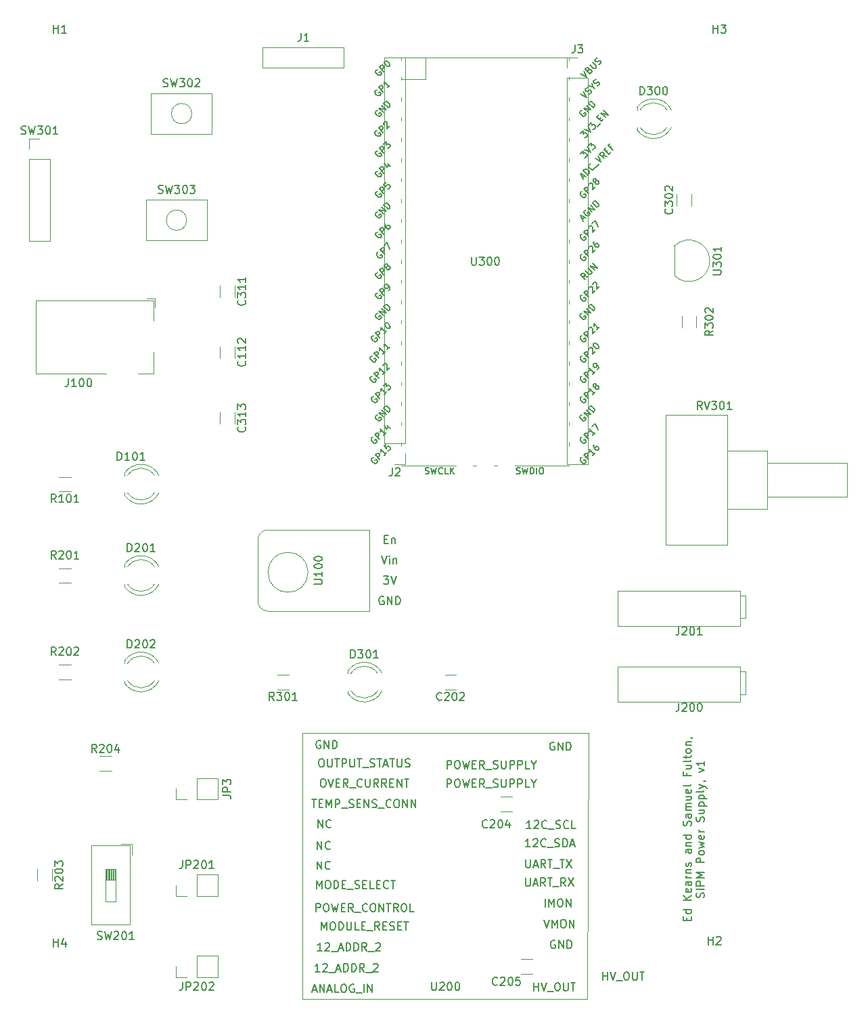
<source format=gbr>
%TF.GenerationSoftware,KiCad,Pcbnew,(5.1.10)-1*%
%TF.CreationDate,2021-10-29T11:14:32-04:00*%
%TF.ProjectId,A7585-test-board,41373538-352d-4746-9573-742d626f6172,rev?*%
%TF.SameCoordinates,Original*%
%TF.FileFunction,Legend,Top*%
%TF.FilePolarity,Positive*%
%FSLAX46Y46*%
G04 Gerber Fmt 4.6, Leading zero omitted, Abs format (unit mm)*
G04 Created by KiCad (PCBNEW (5.1.10)-1) date 2021-10-29 11:14:32*
%MOMM*%
%LPD*%
G01*
G04 APERTURE LIST*
%ADD10C,0.150000*%
%ADD11C,0.120000*%
G04 APERTURE END LIST*
D10*
X145153571Y-148564761D02*
X145153571Y-148231428D01*
X145677380Y-148088571D02*
X145677380Y-148564761D01*
X144677380Y-148564761D01*
X144677380Y-148088571D01*
X145677380Y-147231428D02*
X144677380Y-147231428D01*
X145629761Y-147231428D02*
X145677380Y-147326666D01*
X145677380Y-147517142D01*
X145629761Y-147612380D01*
X145582142Y-147660000D01*
X145486904Y-147707619D01*
X145201190Y-147707619D01*
X145105952Y-147660000D01*
X145058333Y-147612380D01*
X145010714Y-147517142D01*
X145010714Y-147326666D01*
X145058333Y-147231428D01*
X145677380Y-145993333D02*
X144677380Y-145993333D01*
X145677380Y-145421904D02*
X145105952Y-145850476D01*
X144677380Y-145421904D02*
X145248809Y-145993333D01*
X145629761Y-144612380D02*
X145677380Y-144707619D01*
X145677380Y-144898095D01*
X145629761Y-144993333D01*
X145534523Y-145040952D01*
X145153571Y-145040952D01*
X145058333Y-144993333D01*
X145010714Y-144898095D01*
X145010714Y-144707619D01*
X145058333Y-144612380D01*
X145153571Y-144564761D01*
X145248809Y-144564761D01*
X145344047Y-145040952D01*
X145677380Y-143707619D02*
X145153571Y-143707619D01*
X145058333Y-143755238D01*
X145010714Y-143850476D01*
X145010714Y-144040952D01*
X145058333Y-144136190D01*
X145629761Y-143707619D02*
X145677380Y-143802857D01*
X145677380Y-144040952D01*
X145629761Y-144136190D01*
X145534523Y-144183809D01*
X145439285Y-144183809D01*
X145344047Y-144136190D01*
X145296428Y-144040952D01*
X145296428Y-143802857D01*
X145248809Y-143707619D01*
X145677380Y-143231428D02*
X145010714Y-143231428D01*
X145201190Y-143231428D02*
X145105952Y-143183809D01*
X145058333Y-143136190D01*
X145010714Y-143040952D01*
X145010714Y-142945714D01*
X145010714Y-142612380D02*
X145677380Y-142612380D01*
X145105952Y-142612380D02*
X145058333Y-142564761D01*
X145010714Y-142469523D01*
X145010714Y-142326666D01*
X145058333Y-142231428D01*
X145153571Y-142183809D01*
X145677380Y-142183809D01*
X145629761Y-141755238D02*
X145677380Y-141660000D01*
X145677380Y-141469523D01*
X145629761Y-141374285D01*
X145534523Y-141326666D01*
X145486904Y-141326666D01*
X145391666Y-141374285D01*
X145344047Y-141469523D01*
X145344047Y-141612380D01*
X145296428Y-141707619D01*
X145201190Y-141755238D01*
X145153571Y-141755238D01*
X145058333Y-141707619D01*
X145010714Y-141612380D01*
X145010714Y-141469523D01*
X145058333Y-141374285D01*
X145677380Y-139707619D02*
X145153571Y-139707619D01*
X145058333Y-139755238D01*
X145010714Y-139850476D01*
X145010714Y-140040952D01*
X145058333Y-140136190D01*
X145629761Y-139707619D02*
X145677380Y-139802857D01*
X145677380Y-140040952D01*
X145629761Y-140136190D01*
X145534523Y-140183809D01*
X145439285Y-140183809D01*
X145344047Y-140136190D01*
X145296428Y-140040952D01*
X145296428Y-139802857D01*
X145248809Y-139707619D01*
X145010714Y-139231428D02*
X145677380Y-139231428D01*
X145105952Y-139231428D02*
X145058333Y-139183809D01*
X145010714Y-139088571D01*
X145010714Y-138945714D01*
X145058333Y-138850476D01*
X145153571Y-138802857D01*
X145677380Y-138802857D01*
X145677380Y-137898095D02*
X144677380Y-137898095D01*
X145629761Y-137898095D02*
X145677380Y-137993333D01*
X145677380Y-138183809D01*
X145629761Y-138279047D01*
X145582142Y-138326666D01*
X145486904Y-138374285D01*
X145201190Y-138374285D01*
X145105952Y-138326666D01*
X145058333Y-138279047D01*
X145010714Y-138183809D01*
X145010714Y-137993333D01*
X145058333Y-137898095D01*
X145629761Y-136707619D02*
X145677380Y-136564761D01*
X145677380Y-136326666D01*
X145629761Y-136231428D01*
X145582142Y-136183809D01*
X145486904Y-136136190D01*
X145391666Y-136136190D01*
X145296428Y-136183809D01*
X145248809Y-136231428D01*
X145201190Y-136326666D01*
X145153571Y-136517142D01*
X145105952Y-136612380D01*
X145058333Y-136660000D01*
X144963095Y-136707619D01*
X144867857Y-136707619D01*
X144772619Y-136660000D01*
X144725000Y-136612380D01*
X144677380Y-136517142D01*
X144677380Y-136279047D01*
X144725000Y-136136190D01*
X145677380Y-135279047D02*
X145153571Y-135279047D01*
X145058333Y-135326666D01*
X145010714Y-135421904D01*
X145010714Y-135612380D01*
X145058333Y-135707619D01*
X145629761Y-135279047D02*
X145677380Y-135374285D01*
X145677380Y-135612380D01*
X145629761Y-135707619D01*
X145534523Y-135755238D01*
X145439285Y-135755238D01*
X145344047Y-135707619D01*
X145296428Y-135612380D01*
X145296428Y-135374285D01*
X145248809Y-135279047D01*
X145677380Y-134802857D02*
X145010714Y-134802857D01*
X145105952Y-134802857D02*
X145058333Y-134755238D01*
X145010714Y-134660000D01*
X145010714Y-134517142D01*
X145058333Y-134421904D01*
X145153571Y-134374285D01*
X145677380Y-134374285D01*
X145153571Y-134374285D02*
X145058333Y-134326666D01*
X145010714Y-134231428D01*
X145010714Y-134088571D01*
X145058333Y-133993333D01*
X145153571Y-133945714D01*
X145677380Y-133945714D01*
X145010714Y-133040952D02*
X145677380Y-133040952D01*
X145010714Y-133469523D02*
X145534523Y-133469523D01*
X145629761Y-133421904D01*
X145677380Y-133326666D01*
X145677380Y-133183809D01*
X145629761Y-133088571D01*
X145582142Y-133040952D01*
X145629761Y-132183809D02*
X145677380Y-132279047D01*
X145677380Y-132469523D01*
X145629761Y-132564761D01*
X145534523Y-132612380D01*
X145153571Y-132612380D01*
X145058333Y-132564761D01*
X145010714Y-132469523D01*
X145010714Y-132279047D01*
X145058333Y-132183809D01*
X145153571Y-132136190D01*
X145248809Y-132136190D01*
X145344047Y-132612380D01*
X145677380Y-131564761D02*
X145629761Y-131660000D01*
X145534523Y-131707619D01*
X144677380Y-131707619D01*
X145153571Y-130088571D02*
X145153571Y-130421904D01*
X145677380Y-130421904D02*
X144677380Y-130421904D01*
X144677380Y-129945714D01*
X145010714Y-129136190D02*
X145677380Y-129136190D01*
X145010714Y-129564761D02*
X145534523Y-129564761D01*
X145629761Y-129517142D01*
X145677380Y-129421904D01*
X145677380Y-129279047D01*
X145629761Y-129183809D01*
X145582142Y-129136190D01*
X145677380Y-128517142D02*
X145629761Y-128612380D01*
X145534523Y-128660000D01*
X144677380Y-128660000D01*
X145010714Y-128279047D02*
X145010714Y-127898095D01*
X144677380Y-128136190D02*
X145534523Y-128136190D01*
X145629761Y-128088571D01*
X145677380Y-127993333D01*
X145677380Y-127898095D01*
X145677380Y-127421904D02*
X145629761Y-127517142D01*
X145582142Y-127564761D01*
X145486904Y-127612380D01*
X145201190Y-127612380D01*
X145105952Y-127564761D01*
X145058333Y-127517142D01*
X145010714Y-127421904D01*
X145010714Y-127279047D01*
X145058333Y-127183809D01*
X145105952Y-127136190D01*
X145201190Y-127088571D01*
X145486904Y-127088571D01*
X145582142Y-127136190D01*
X145629761Y-127183809D01*
X145677380Y-127279047D01*
X145677380Y-127421904D01*
X145010714Y-126660000D02*
X145677380Y-126660000D01*
X145105952Y-126660000D02*
X145058333Y-126612380D01*
X145010714Y-126517142D01*
X145010714Y-126374285D01*
X145058333Y-126279047D01*
X145153571Y-126231428D01*
X145677380Y-126231428D01*
X145629761Y-125707619D02*
X145677380Y-125707619D01*
X145772619Y-125755238D01*
X145820238Y-125802857D01*
X147279761Y-145683809D02*
X147327380Y-145540952D01*
X147327380Y-145302857D01*
X147279761Y-145207619D01*
X147232142Y-145160000D01*
X147136904Y-145112380D01*
X147041666Y-145112380D01*
X146946428Y-145160000D01*
X146898809Y-145207619D01*
X146851190Y-145302857D01*
X146803571Y-145493333D01*
X146755952Y-145588571D01*
X146708333Y-145636190D01*
X146613095Y-145683809D01*
X146517857Y-145683809D01*
X146422619Y-145636190D01*
X146375000Y-145588571D01*
X146327380Y-145493333D01*
X146327380Y-145255238D01*
X146375000Y-145112380D01*
X147327380Y-144683809D02*
X146327380Y-144683809D01*
X147327380Y-144207619D02*
X146327380Y-144207619D01*
X146327380Y-143826666D01*
X146375000Y-143731428D01*
X146422619Y-143683809D01*
X146517857Y-143636190D01*
X146660714Y-143636190D01*
X146755952Y-143683809D01*
X146803571Y-143731428D01*
X146851190Y-143826666D01*
X146851190Y-144207619D01*
X147327380Y-143207619D02*
X146327380Y-143207619D01*
X147041666Y-142874285D01*
X146327380Y-142540952D01*
X147327380Y-142540952D01*
X147327380Y-141302857D02*
X146327380Y-141302857D01*
X146327380Y-140921904D01*
X146375000Y-140826666D01*
X146422619Y-140779047D01*
X146517857Y-140731428D01*
X146660714Y-140731428D01*
X146755952Y-140779047D01*
X146803571Y-140826666D01*
X146851190Y-140921904D01*
X146851190Y-141302857D01*
X147327380Y-140160000D02*
X147279761Y-140255238D01*
X147232142Y-140302857D01*
X147136904Y-140350476D01*
X146851190Y-140350476D01*
X146755952Y-140302857D01*
X146708333Y-140255238D01*
X146660714Y-140160000D01*
X146660714Y-140017142D01*
X146708333Y-139921904D01*
X146755952Y-139874285D01*
X146851190Y-139826666D01*
X147136904Y-139826666D01*
X147232142Y-139874285D01*
X147279761Y-139921904D01*
X147327380Y-140017142D01*
X147327380Y-140160000D01*
X146660714Y-139493333D02*
X147327380Y-139302857D01*
X146851190Y-139112380D01*
X147327380Y-138921904D01*
X146660714Y-138731428D01*
X147279761Y-137969523D02*
X147327380Y-138064761D01*
X147327380Y-138255238D01*
X147279761Y-138350476D01*
X147184523Y-138398095D01*
X146803571Y-138398095D01*
X146708333Y-138350476D01*
X146660714Y-138255238D01*
X146660714Y-138064761D01*
X146708333Y-137969523D01*
X146803571Y-137921904D01*
X146898809Y-137921904D01*
X146994047Y-138398095D01*
X147327380Y-137493333D02*
X146660714Y-137493333D01*
X146851190Y-137493333D02*
X146755952Y-137445714D01*
X146708333Y-137398095D01*
X146660714Y-137302857D01*
X146660714Y-137207619D01*
X147279761Y-136160000D02*
X147327380Y-136017142D01*
X147327380Y-135779047D01*
X147279761Y-135683809D01*
X147232142Y-135636190D01*
X147136904Y-135588571D01*
X147041666Y-135588571D01*
X146946428Y-135636190D01*
X146898809Y-135683809D01*
X146851190Y-135779047D01*
X146803571Y-135969523D01*
X146755952Y-136064761D01*
X146708333Y-136112380D01*
X146613095Y-136160000D01*
X146517857Y-136160000D01*
X146422619Y-136112380D01*
X146375000Y-136064761D01*
X146327380Y-135969523D01*
X146327380Y-135731428D01*
X146375000Y-135588571D01*
X146660714Y-134731428D02*
X147327380Y-134731428D01*
X146660714Y-135160000D02*
X147184523Y-135160000D01*
X147279761Y-135112380D01*
X147327380Y-135017142D01*
X147327380Y-134874285D01*
X147279761Y-134779047D01*
X147232142Y-134731428D01*
X146660714Y-134255238D02*
X147660714Y-134255238D01*
X146708333Y-134255238D02*
X146660714Y-134160000D01*
X146660714Y-133969523D01*
X146708333Y-133874285D01*
X146755952Y-133826666D01*
X146851190Y-133779047D01*
X147136904Y-133779047D01*
X147232142Y-133826666D01*
X147279761Y-133874285D01*
X147327380Y-133969523D01*
X147327380Y-134160000D01*
X147279761Y-134255238D01*
X146660714Y-133350476D02*
X147660714Y-133350476D01*
X146708333Y-133350476D02*
X146660714Y-133255238D01*
X146660714Y-133064761D01*
X146708333Y-132969523D01*
X146755952Y-132921904D01*
X146851190Y-132874285D01*
X147136904Y-132874285D01*
X147232142Y-132921904D01*
X147279761Y-132969523D01*
X147327380Y-133064761D01*
X147327380Y-133255238D01*
X147279761Y-133350476D01*
X147327380Y-132302857D02*
X147279761Y-132398095D01*
X147184523Y-132445714D01*
X146327380Y-132445714D01*
X146660714Y-132017142D02*
X147327380Y-131779047D01*
X146660714Y-131540952D02*
X147327380Y-131779047D01*
X147565476Y-131874285D01*
X147613095Y-131921904D01*
X147660714Y-132017142D01*
X147279761Y-131112380D02*
X147327380Y-131112380D01*
X147422619Y-131160000D01*
X147470238Y-131207619D01*
X146660714Y-130017142D02*
X147327380Y-129779047D01*
X146660714Y-129540952D01*
X147327380Y-128636190D02*
X147327380Y-129207619D01*
X147327380Y-128921904D02*
X146327380Y-128921904D01*
X146470238Y-129017142D01*
X146565476Y-129112380D01*
X146613095Y-129207619D01*
D11*
%TO.C,C313*%
X86720000Y-85013748D02*
X86720000Y-86436252D01*
X88540000Y-85013748D02*
X88540000Y-86436252D01*
%TO.C,C311*%
X86720000Y-69138748D02*
X86720000Y-70561252D01*
X88540000Y-69138748D02*
X88540000Y-70561252D01*
%TO.C,C112*%
X86720000Y-76758748D02*
X86720000Y-78181252D01*
X88540000Y-76758748D02*
X88540000Y-78181252D01*
%TO.C,SW301*%
X62805000Y-63560000D02*
X65465000Y-63560000D01*
X62805000Y-53340000D02*
X62805000Y-63560000D01*
X65465000Y-53340000D02*
X65465000Y-63560000D01*
X62805000Y-53340000D02*
X65465000Y-53340000D01*
X62805000Y-52070000D02*
X62805000Y-50740000D01*
X62805000Y-50740000D02*
X64135000Y-50740000D01*
%TO.C,SW303*%
X77470000Y-63500000D02*
X77470000Y-58420000D01*
X77470000Y-58420000D02*
X85090000Y-58420000D01*
X85090000Y-58420000D02*
X85090000Y-63500000D01*
X85090000Y-63500000D02*
X77470000Y-63500000D01*
X82550000Y-60960000D02*
G75*
G03*
X82550000Y-60960000I-1270000J0D01*
G01*
%TO.C,U300*%
X121010000Y-91625000D02*
X121410000Y-91625000D01*
X118410000Y-91625000D02*
X118810000Y-91625000D01*
X130410000Y-91625000D02*
X123610000Y-91625000D01*
X130410000Y-81225000D02*
X130410000Y-81625000D01*
X130410000Y-73525000D02*
X130410000Y-73925000D01*
X130410000Y-48125000D02*
X130410000Y-48525000D01*
X130410000Y-40625000D02*
X130410000Y-40925000D01*
X130410000Y-63425000D02*
X130410000Y-63825000D01*
X130410000Y-78625000D02*
X130410000Y-79025000D01*
X130410000Y-58325000D02*
X130410000Y-58725000D01*
X130410000Y-53225000D02*
X130410000Y-53625000D01*
X130410000Y-65925000D02*
X130410000Y-66325000D01*
X130410000Y-71025000D02*
X130410000Y-71425000D01*
X130410000Y-86225000D02*
X130410000Y-86625000D01*
X130410000Y-88825000D02*
X130410000Y-89225000D01*
X130410000Y-83725000D02*
X130410000Y-84125000D01*
X130410000Y-50725000D02*
X130410000Y-51125000D01*
X130410000Y-43025000D02*
X130410000Y-43425000D01*
X130410000Y-45625000D02*
X130410000Y-46025000D01*
X130410000Y-76125000D02*
X130410000Y-76525000D01*
X130410000Y-68425000D02*
X130410000Y-68825000D01*
X130410000Y-60825000D02*
X130410000Y-61225000D01*
X130410000Y-55725000D02*
X130410000Y-56125000D01*
X109410000Y-88825000D02*
X109410000Y-89225000D01*
X109410000Y-86225000D02*
X109410000Y-86625000D01*
X109410000Y-83725000D02*
X109410000Y-84125000D01*
X109410000Y-81225000D02*
X109410000Y-81625000D01*
X109410000Y-78625000D02*
X109410000Y-79025000D01*
X109410000Y-76125000D02*
X109410000Y-76525000D01*
X109410000Y-73525000D02*
X109410000Y-73925000D01*
X109410000Y-71025000D02*
X109410000Y-71425000D01*
X109410000Y-68425000D02*
X109410000Y-68825000D01*
X109410000Y-65925000D02*
X109410000Y-66325000D01*
X109410000Y-63425000D02*
X109410000Y-63825000D01*
X109410000Y-60825000D02*
X109410000Y-61225000D01*
X109410000Y-58325000D02*
X109410000Y-58725000D01*
X109410000Y-55725000D02*
X109410000Y-56125000D01*
X109410000Y-53225000D02*
X109410000Y-53625000D01*
X109410000Y-50725000D02*
X109410000Y-51125000D01*
X109410000Y-48125000D02*
X109410000Y-48525000D01*
X109410000Y-45625000D02*
X109410000Y-46025000D01*
X109410000Y-43025000D02*
X109410000Y-43425000D01*
X109410000Y-40625000D02*
X109410000Y-40925000D01*
X112417000Y-43292000D02*
X112417000Y-40625000D01*
X109410000Y-43292000D02*
X112417000Y-43292000D01*
X116210000Y-91625000D02*
X109410000Y-91625000D01*
X109410000Y-40625000D02*
X130410000Y-40625000D01*
%TO.C,U200*%
X97055000Y-125105000D02*
X132815000Y-125105000D01*
X132815000Y-125105000D02*
X132715000Y-158405000D01*
X132615000Y-158405000D02*
X132715000Y-158405000D01*
X97055000Y-158405000D02*
X97055000Y-125105000D01*
X97155000Y-125095000D02*
X132815000Y-125105000D01*
X97055000Y-158405000D02*
X132615000Y-158405000D01*
%TO.C,U100*%
X105410000Y-109855000D02*
X105410000Y-99695000D01*
X105410000Y-99695000D02*
X92710000Y-99695000D01*
X105410000Y-109855000D02*
X92710000Y-109855000D01*
X91440000Y-100965000D02*
X91440000Y-108585000D01*
X97730000Y-105005000D02*
G75*
G03*
X97730000Y-105005000I-2500000J0D01*
G01*
X92710000Y-109855000D02*
G75*
G02*
X91440000Y-108585000I0J1270000D01*
G01*
X91440000Y-100965000D02*
G75*
G02*
X92710000Y-99695000I1270000J0D01*
G01*
%TO.C,SW302*%
X78105000Y-50165000D02*
X78105000Y-45085000D01*
X78105000Y-45085000D02*
X85725000Y-45085000D01*
X85725000Y-45085000D02*
X85725000Y-50165000D01*
X85725000Y-50165000D02*
X78105000Y-50165000D01*
X83185000Y-47625000D02*
G75*
G03*
X83185000Y-47625000I-1270000J0D01*
G01*
%TO.C,SW201*%
X75445000Y-139195000D02*
X75445000Y-149095000D01*
X70605000Y-139195000D02*
X70605000Y-149095000D01*
X75445000Y-139195000D02*
X70605000Y-139195000D01*
X75445000Y-149095000D02*
X70605000Y-149095000D01*
X75685000Y-138955000D02*
X75685000Y-140339000D01*
X75685000Y-138955000D02*
X74302000Y-138955000D01*
X73660000Y-142115000D02*
X72390000Y-142115000D01*
X72390000Y-142115000D02*
X72390000Y-146175000D01*
X72390000Y-146175000D02*
X73660000Y-146175000D01*
X73660000Y-146175000D02*
X73660000Y-142115000D01*
X73540000Y-142115000D02*
X73540000Y-143468333D01*
X73420000Y-142115000D02*
X73420000Y-143468333D01*
X73300000Y-142115000D02*
X73300000Y-143468333D01*
X73180000Y-142115000D02*
X73180000Y-143468333D01*
X73060000Y-142115000D02*
X73060000Y-143468333D01*
X72940000Y-142115000D02*
X72940000Y-143468333D01*
X72820000Y-142115000D02*
X72820000Y-143468333D01*
X72700000Y-142115000D02*
X72700000Y-143468333D01*
X72580000Y-142115000D02*
X72580000Y-143468333D01*
X72460000Y-142115000D02*
X72460000Y-143468333D01*
X73660000Y-143468333D02*
X72390000Y-143468333D01*
%TO.C,RV301*%
X165210000Y-91305000D02*
X165210000Y-95545000D01*
X155210000Y-91305000D02*
X155210000Y-95545000D01*
X155210000Y-95545000D02*
X165210000Y-95545000D01*
X155210000Y-91305000D02*
X165210000Y-91305000D01*
X155210000Y-89805000D02*
X155210000Y-97045000D01*
X150210000Y-89805000D02*
X150210000Y-97045000D01*
X150210000Y-97045000D02*
X155210000Y-97045000D01*
X150210000Y-89805000D02*
X155210000Y-89805000D01*
X150210000Y-85305000D02*
X150210000Y-101545000D01*
X142470000Y-85305000D02*
X142470000Y-101545000D01*
X142470000Y-101545000D02*
X150210000Y-101545000D01*
X142470000Y-85305000D02*
X150210000Y-85305000D01*
%TO.C,J201*%
X136461500Y-107315000D02*
X136461500Y-111696500D01*
X136461500Y-111696500D02*
X151828500Y-111696500D01*
X151828500Y-111696500D02*
X151828500Y-107315000D01*
X151828500Y-107315000D02*
X136461500Y-107315000D01*
X151828500Y-107886500D02*
X152463500Y-107886500D01*
X152463500Y-107886500D02*
X152463500Y-110744000D01*
X152463500Y-110744000D02*
X151828500Y-110744000D01*
%TO.C,J200*%
X136461500Y-116840000D02*
X136461500Y-121221500D01*
X136461500Y-121221500D02*
X151828500Y-121221500D01*
X151828500Y-121221500D02*
X151828500Y-116840000D01*
X151828500Y-116840000D02*
X136461500Y-116840000D01*
X151828500Y-117411500D02*
X152463500Y-117411500D01*
X152463500Y-117411500D02*
X152463500Y-120269000D01*
X152463500Y-120269000D02*
X151828500Y-120269000D01*
%TO.C,J1*%
X92075000Y-39370000D02*
X92075000Y-41910000D01*
X92075000Y-41910000D02*
X102235000Y-41910000D01*
X102235000Y-41910000D02*
X102235000Y-39370000D01*
X102235000Y-39370000D02*
X92075000Y-39370000D01*
%TO.C,U301*%
X143565000Y-64240000D02*
X143565000Y-67840000D01*
X143576522Y-67878478D02*
G75*
G03*
X148015000Y-66040000I1838478J1838478D01*
G01*
X143576522Y-64201522D02*
G75*
G02*
X148015000Y-66040000I1838478J-1838478D01*
G01*
%TO.C,R302*%
X144505000Y-74387064D02*
X144505000Y-72932936D01*
X146325000Y-74387064D02*
X146325000Y-72932936D01*
%TO.C,C302*%
X143870000Y-59131252D02*
X143870000Y-57708748D01*
X145690000Y-59131252D02*
X145690000Y-57708748D01*
%TO.C,C205*%
X125806252Y-155215000D02*
X124383748Y-155215000D01*
X125806252Y-153395000D02*
X124383748Y-153395000D01*
%TO.C,D301*%
X102715000Y-117346000D02*
X102715000Y-117665000D01*
X102715000Y-119825000D02*
X102715000Y-120144000D01*
X106457713Y-119825961D02*
G75*
G02*
X103091670Y-119825000I-1682713J1080961D01*
G01*
X106457713Y-117664039D02*
G75*
G03*
X103091670Y-117665000I-1682713J-1080961D01*
G01*
X107018242Y-119825724D02*
G75*
G02*
X102715000Y-120143749I-2243242J1080724D01*
G01*
X107018242Y-117664276D02*
G75*
G03*
X102715000Y-117346251I-2243242J-1080724D01*
G01*
%TO.C,D300*%
X138910000Y-46861000D02*
X138910000Y-47180000D01*
X138910000Y-49340000D02*
X138910000Y-49659000D01*
X142652713Y-49340961D02*
G75*
G02*
X139286670Y-49340000I-1682713J1080961D01*
G01*
X142652713Y-47179039D02*
G75*
G03*
X139286670Y-47180000I-1682713J-1080961D01*
G01*
X143213242Y-49340724D02*
G75*
G02*
X138910000Y-49658749I-2243242J1080724D01*
G01*
X143213242Y-47179276D02*
G75*
G03*
X138910000Y-46861251I-2243242J-1080724D01*
G01*
%TO.C,D202*%
X74775000Y-116076000D02*
X74775000Y-116395000D01*
X74775000Y-118555000D02*
X74775000Y-118874000D01*
X78517713Y-118555961D02*
G75*
G02*
X75151670Y-118555000I-1682713J1080961D01*
G01*
X78517713Y-116394039D02*
G75*
G03*
X75151670Y-116395000I-1682713J-1080961D01*
G01*
X79078242Y-118555724D02*
G75*
G02*
X74775000Y-118873749I-2243242J1080724D01*
G01*
X79078242Y-116394276D02*
G75*
G03*
X74775000Y-116076251I-2243242J-1080724D01*
G01*
%TO.C,D201*%
X74775000Y-104011000D02*
X74775000Y-104330000D01*
X74775000Y-106490000D02*
X74775000Y-106809000D01*
X78517713Y-106490961D02*
G75*
G02*
X75151670Y-106490000I-1682713J1080961D01*
G01*
X78517713Y-104329039D02*
G75*
G03*
X75151670Y-104330000I-1682713J-1080961D01*
G01*
X79078242Y-106490724D02*
G75*
G02*
X74775000Y-106808749I-2243242J1080724D01*
G01*
X79078242Y-104329276D02*
G75*
G03*
X74775000Y-104011251I-2243242J-1080724D01*
G01*
%TO.C,D101*%
X74775000Y-92581000D02*
X74775000Y-92900000D01*
X74775000Y-95060000D02*
X74775000Y-95379000D01*
X78517713Y-95060961D02*
G75*
G02*
X75151670Y-95060000I-1682713J1080961D01*
G01*
X78517713Y-92899039D02*
G75*
G03*
X75151670Y-92900000I-1682713J-1080961D01*
G01*
X79078242Y-95060724D02*
G75*
G02*
X74775000Y-95378749I-2243242J1080724D01*
G01*
X79078242Y-92899276D02*
G75*
G03*
X74775000Y-92581251I-2243242J-1080724D01*
G01*
%TO.C,J3*%
X130115000Y-91500000D02*
X132775000Y-91500000D01*
X130115000Y-43180000D02*
X130115000Y-91500000D01*
X132775000Y-43180000D02*
X132775000Y-91500000D01*
X130115000Y-43180000D02*
X132775000Y-43180000D01*
X130115000Y-41910000D02*
X130115000Y-40580000D01*
X130115000Y-40580000D02*
X131445000Y-40580000D01*
%TO.C,J2*%
X109915000Y-40580000D02*
X107255000Y-40580000D01*
X109915000Y-88900000D02*
X109915000Y-40580000D01*
X107255000Y-88900000D02*
X107255000Y-40580000D01*
X109915000Y-88900000D02*
X107255000Y-88900000D01*
X109915000Y-90170000D02*
X109915000Y-91500000D01*
X109915000Y-91500000D02*
X108585000Y-91500000D01*
%TO.C,R301*%
X95342064Y-119655000D02*
X93887936Y-119655000D01*
X95342064Y-117835000D02*
X93887936Y-117835000D01*
%TO.C,R204*%
X71662936Y-127995000D02*
X73117064Y-127995000D01*
X71662936Y-129815000D02*
X73117064Y-129815000D01*
%TO.C,R203*%
X65680000Y-142147936D02*
X65680000Y-143602064D01*
X63860000Y-142147936D02*
X63860000Y-143602064D01*
%TO.C,R202*%
X68037064Y-118385000D02*
X66582936Y-118385000D01*
X68037064Y-116565000D02*
X66582936Y-116565000D01*
%TO.C,R201*%
X68037064Y-106320000D02*
X66582936Y-106320000D01*
X68037064Y-104500000D02*
X66582936Y-104500000D01*
%TO.C,R101*%
X68037064Y-94890000D02*
X66582936Y-94890000D01*
X68037064Y-93070000D02*
X66582936Y-93070000D01*
%TO.C,JP202*%
X86420000Y-155635000D02*
X86420000Y-152975000D01*
X83820000Y-155635000D02*
X86420000Y-155635000D01*
X83820000Y-152975000D02*
X86420000Y-152975000D01*
X83820000Y-155635000D02*
X83820000Y-152975000D01*
X82550000Y-155635000D02*
X81220000Y-155635000D01*
X81220000Y-155635000D02*
X81220000Y-154305000D01*
%TO.C,JP201*%
X86420000Y-145475000D02*
X86420000Y-142815000D01*
X83820000Y-145475000D02*
X86420000Y-145475000D01*
X83820000Y-142815000D02*
X86420000Y-142815000D01*
X83820000Y-145475000D02*
X83820000Y-142815000D01*
X82550000Y-145475000D02*
X81220000Y-145475000D01*
X81220000Y-145475000D02*
X81220000Y-144145000D01*
%TO.C,JP3*%
X86420000Y-133410000D02*
X86420000Y-130750000D01*
X83820000Y-133410000D02*
X86420000Y-133410000D01*
X83820000Y-130750000D02*
X86420000Y-130750000D01*
X83820000Y-133410000D02*
X83820000Y-130750000D01*
X82550000Y-133410000D02*
X81220000Y-133410000D01*
X81220000Y-133410000D02*
X81220000Y-132080000D01*
%TO.C,J100*%
X78570000Y-71815000D02*
X78570000Y-70765000D01*
X77520000Y-70765000D02*
X78570000Y-70765000D01*
X72470000Y-80165000D02*
X63670000Y-80165000D01*
X63670000Y-80165000D02*
X63670000Y-70965000D01*
X78370000Y-77465000D02*
X78370000Y-80165000D01*
X78370000Y-80165000D02*
X76470000Y-80165000D01*
X63670000Y-70965000D02*
X78370000Y-70965000D01*
X78370000Y-70965000D02*
X78370000Y-73565000D01*
%TO.C,C204*%
X123266252Y-134895000D02*
X121843748Y-134895000D01*
X123266252Y-133075000D02*
X121843748Y-133075000D01*
%TO.C,C202*%
X116281252Y-119655000D02*
X114858748Y-119655000D01*
X116281252Y-117835000D02*
X114858748Y-117835000D01*
%TO.C,C313*%
D10*
X89837142Y-86844047D02*
X89884761Y-86891666D01*
X89932380Y-87034523D01*
X89932380Y-87129761D01*
X89884761Y-87272619D01*
X89789523Y-87367857D01*
X89694285Y-87415476D01*
X89503809Y-87463095D01*
X89360952Y-87463095D01*
X89170476Y-87415476D01*
X89075238Y-87367857D01*
X88980000Y-87272619D01*
X88932380Y-87129761D01*
X88932380Y-87034523D01*
X88980000Y-86891666D01*
X89027619Y-86844047D01*
X88932380Y-86510714D02*
X88932380Y-85891666D01*
X89313333Y-86225000D01*
X89313333Y-86082142D01*
X89360952Y-85986904D01*
X89408571Y-85939285D01*
X89503809Y-85891666D01*
X89741904Y-85891666D01*
X89837142Y-85939285D01*
X89884761Y-85986904D01*
X89932380Y-86082142D01*
X89932380Y-86367857D01*
X89884761Y-86463095D01*
X89837142Y-86510714D01*
X89932380Y-84939285D02*
X89932380Y-85510714D01*
X89932380Y-85225000D02*
X88932380Y-85225000D01*
X89075238Y-85320238D01*
X89170476Y-85415476D01*
X89218095Y-85510714D01*
X88932380Y-84605952D02*
X88932380Y-83986904D01*
X89313333Y-84320238D01*
X89313333Y-84177380D01*
X89360952Y-84082142D01*
X89408571Y-84034523D01*
X89503809Y-83986904D01*
X89741904Y-83986904D01*
X89837142Y-84034523D01*
X89884761Y-84082142D01*
X89932380Y-84177380D01*
X89932380Y-84463095D01*
X89884761Y-84558333D01*
X89837142Y-84605952D01*
%TO.C,C311*%
X89837142Y-70969047D02*
X89884761Y-71016666D01*
X89932380Y-71159523D01*
X89932380Y-71254761D01*
X89884761Y-71397619D01*
X89789523Y-71492857D01*
X89694285Y-71540476D01*
X89503809Y-71588095D01*
X89360952Y-71588095D01*
X89170476Y-71540476D01*
X89075238Y-71492857D01*
X88980000Y-71397619D01*
X88932380Y-71254761D01*
X88932380Y-71159523D01*
X88980000Y-71016666D01*
X89027619Y-70969047D01*
X88932380Y-70635714D02*
X88932380Y-70016666D01*
X89313333Y-70350000D01*
X89313333Y-70207142D01*
X89360952Y-70111904D01*
X89408571Y-70064285D01*
X89503809Y-70016666D01*
X89741904Y-70016666D01*
X89837142Y-70064285D01*
X89884761Y-70111904D01*
X89932380Y-70207142D01*
X89932380Y-70492857D01*
X89884761Y-70588095D01*
X89837142Y-70635714D01*
X89932380Y-69064285D02*
X89932380Y-69635714D01*
X89932380Y-69350000D02*
X88932380Y-69350000D01*
X89075238Y-69445238D01*
X89170476Y-69540476D01*
X89218095Y-69635714D01*
X89932380Y-68111904D02*
X89932380Y-68683333D01*
X89932380Y-68397619D02*
X88932380Y-68397619D01*
X89075238Y-68492857D01*
X89170476Y-68588095D01*
X89218095Y-68683333D01*
%TO.C,C112*%
X89837142Y-78589047D02*
X89884761Y-78636666D01*
X89932380Y-78779523D01*
X89932380Y-78874761D01*
X89884761Y-79017619D01*
X89789523Y-79112857D01*
X89694285Y-79160476D01*
X89503809Y-79208095D01*
X89360952Y-79208095D01*
X89170476Y-79160476D01*
X89075238Y-79112857D01*
X88980000Y-79017619D01*
X88932380Y-78874761D01*
X88932380Y-78779523D01*
X88980000Y-78636666D01*
X89027619Y-78589047D01*
X89932380Y-77636666D02*
X89932380Y-78208095D01*
X89932380Y-77922380D02*
X88932380Y-77922380D01*
X89075238Y-78017619D01*
X89170476Y-78112857D01*
X89218095Y-78208095D01*
X89932380Y-76684285D02*
X89932380Y-77255714D01*
X89932380Y-76970000D02*
X88932380Y-76970000D01*
X89075238Y-77065238D01*
X89170476Y-77160476D01*
X89218095Y-77255714D01*
X89027619Y-76303333D02*
X88980000Y-76255714D01*
X88932380Y-76160476D01*
X88932380Y-75922380D01*
X88980000Y-75827142D01*
X89027619Y-75779523D01*
X89122857Y-75731904D01*
X89218095Y-75731904D01*
X89360952Y-75779523D01*
X89932380Y-76350952D01*
X89932380Y-75731904D01*
%TO.C,SW301*%
X61849285Y-50144761D02*
X61992142Y-50192380D01*
X62230238Y-50192380D01*
X62325476Y-50144761D01*
X62373095Y-50097142D01*
X62420714Y-50001904D01*
X62420714Y-49906666D01*
X62373095Y-49811428D01*
X62325476Y-49763809D01*
X62230238Y-49716190D01*
X62039761Y-49668571D01*
X61944523Y-49620952D01*
X61896904Y-49573333D01*
X61849285Y-49478095D01*
X61849285Y-49382857D01*
X61896904Y-49287619D01*
X61944523Y-49240000D01*
X62039761Y-49192380D01*
X62277857Y-49192380D01*
X62420714Y-49240000D01*
X62754047Y-49192380D02*
X62992142Y-50192380D01*
X63182619Y-49478095D01*
X63373095Y-50192380D01*
X63611190Y-49192380D01*
X63896904Y-49192380D02*
X64515952Y-49192380D01*
X64182619Y-49573333D01*
X64325476Y-49573333D01*
X64420714Y-49620952D01*
X64468333Y-49668571D01*
X64515952Y-49763809D01*
X64515952Y-50001904D01*
X64468333Y-50097142D01*
X64420714Y-50144761D01*
X64325476Y-50192380D01*
X64039761Y-50192380D01*
X63944523Y-50144761D01*
X63896904Y-50097142D01*
X65135000Y-49192380D02*
X65230238Y-49192380D01*
X65325476Y-49240000D01*
X65373095Y-49287619D01*
X65420714Y-49382857D01*
X65468333Y-49573333D01*
X65468333Y-49811428D01*
X65420714Y-50001904D01*
X65373095Y-50097142D01*
X65325476Y-50144761D01*
X65230238Y-50192380D01*
X65135000Y-50192380D01*
X65039761Y-50144761D01*
X64992142Y-50097142D01*
X64944523Y-50001904D01*
X64896904Y-49811428D01*
X64896904Y-49573333D01*
X64944523Y-49382857D01*
X64992142Y-49287619D01*
X65039761Y-49240000D01*
X65135000Y-49192380D01*
X66420714Y-50192380D02*
X65849285Y-50192380D01*
X66135000Y-50192380D02*
X66135000Y-49192380D01*
X66039761Y-49335238D01*
X65944523Y-49430476D01*
X65849285Y-49478095D01*
%TO.C,SW303*%
X78994285Y-57554761D02*
X79137142Y-57602380D01*
X79375238Y-57602380D01*
X79470476Y-57554761D01*
X79518095Y-57507142D01*
X79565714Y-57411904D01*
X79565714Y-57316666D01*
X79518095Y-57221428D01*
X79470476Y-57173809D01*
X79375238Y-57126190D01*
X79184761Y-57078571D01*
X79089523Y-57030952D01*
X79041904Y-56983333D01*
X78994285Y-56888095D01*
X78994285Y-56792857D01*
X79041904Y-56697619D01*
X79089523Y-56650000D01*
X79184761Y-56602380D01*
X79422857Y-56602380D01*
X79565714Y-56650000D01*
X79899047Y-56602380D02*
X80137142Y-57602380D01*
X80327619Y-56888095D01*
X80518095Y-57602380D01*
X80756190Y-56602380D01*
X81041904Y-56602380D02*
X81660952Y-56602380D01*
X81327619Y-56983333D01*
X81470476Y-56983333D01*
X81565714Y-57030952D01*
X81613333Y-57078571D01*
X81660952Y-57173809D01*
X81660952Y-57411904D01*
X81613333Y-57507142D01*
X81565714Y-57554761D01*
X81470476Y-57602380D01*
X81184761Y-57602380D01*
X81089523Y-57554761D01*
X81041904Y-57507142D01*
X82280000Y-56602380D02*
X82375238Y-56602380D01*
X82470476Y-56650000D01*
X82518095Y-56697619D01*
X82565714Y-56792857D01*
X82613333Y-56983333D01*
X82613333Y-57221428D01*
X82565714Y-57411904D01*
X82518095Y-57507142D01*
X82470476Y-57554761D01*
X82375238Y-57602380D01*
X82280000Y-57602380D01*
X82184761Y-57554761D01*
X82137142Y-57507142D01*
X82089523Y-57411904D01*
X82041904Y-57221428D01*
X82041904Y-56983333D01*
X82089523Y-56792857D01*
X82137142Y-56697619D01*
X82184761Y-56650000D01*
X82280000Y-56602380D01*
X82946666Y-56602380D02*
X83565714Y-56602380D01*
X83232380Y-56983333D01*
X83375238Y-56983333D01*
X83470476Y-57030952D01*
X83518095Y-57078571D01*
X83565714Y-57173809D01*
X83565714Y-57411904D01*
X83518095Y-57507142D01*
X83470476Y-57554761D01*
X83375238Y-57602380D01*
X83089523Y-57602380D01*
X82994285Y-57554761D01*
X82946666Y-57507142D01*
%TO.C,U300*%
X118195714Y-65577380D02*
X118195714Y-66386904D01*
X118243333Y-66482142D01*
X118290952Y-66529761D01*
X118386190Y-66577380D01*
X118576666Y-66577380D01*
X118671904Y-66529761D01*
X118719523Y-66482142D01*
X118767142Y-66386904D01*
X118767142Y-65577380D01*
X119148095Y-65577380D02*
X119767142Y-65577380D01*
X119433809Y-65958333D01*
X119576666Y-65958333D01*
X119671904Y-66005952D01*
X119719523Y-66053571D01*
X119767142Y-66148809D01*
X119767142Y-66386904D01*
X119719523Y-66482142D01*
X119671904Y-66529761D01*
X119576666Y-66577380D01*
X119290952Y-66577380D01*
X119195714Y-66529761D01*
X119148095Y-66482142D01*
X120386190Y-65577380D02*
X120481428Y-65577380D01*
X120576666Y-65625000D01*
X120624285Y-65672619D01*
X120671904Y-65767857D01*
X120719523Y-65958333D01*
X120719523Y-66196428D01*
X120671904Y-66386904D01*
X120624285Y-66482142D01*
X120576666Y-66529761D01*
X120481428Y-66577380D01*
X120386190Y-66577380D01*
X120290952Y-66529761D01*
X120243333Y-66482142D01*
X120195714Y-66386904D01*
X120148095Y-66196428D01*
X120148095Y-65958333D01*
X120195714Y-65767857D01*
X120243333Y-65672619D01*
X120290952Y-65625000D01*
X120386190Y-65577380D01*
X121338571Y-65577380D02*
X121433809Y-65577380D01*
X121529047Y-65625000D01*
X121576666Y-65672619D01*
X121624285Y-65767857D01*
X121671904Y-65958333D01*
X121671904Y-66196428D01*
X121624285Y-66386904D01*
X121576666Y-66482142D01*
X121529047Y-66529761D01*
X121433809Y-66577380D01*
X121338571Y-66577380D01*
X121243333Y-66529761D01*
X121195714Y-66482142D01*
X121148095Y-66386904D01*
X121100476Y-66196428D01*
X121100476Y-65958333D01*
X121148095Y-65767857D01*
X121195714Y-65672619D01*
X121243333Y-65625000D01*
X121338571Y-65577380D01*
X123814761Y-92648809D02*
X123929047Y-92686904D01*
X124119523Y-92686904D01*
X124195714Y-92648809D01*
X124233809Y-92610714D01*
X124271904Y-92534523D01*
X124271904Y-92458333D01*
X124233809Y-92382142D01*
X124195714Y-92344047D01*
X124119523Y-92305952D01*
X123967142Y-92267857D01*
X123890952Y-92229761D01*
X123852857Y-92191666D01*
X123814761Y-92115476D01*
X123814761Y-92039285D01*
X123852857Y-91963095D01*
X123890952Y-91925000D01*
X123967142Y-91886904D01*
X124157619Y-91886904D01*
X124271904Y-91925000D01*
X124538571Y-91886904D02*
X124729047Y-92686904D01*
X124881428Y-92115476D01*
X125033809Y-92686904D01*
X125224285Y-91886904D01*
X125529047Y-92686904D02*
X125529047Y-91886904D01*
X125719523Y-91886904D01*
X125833809Y-91925000D01*
X125910000Y-92001190D01*
X125948095Y-92077380D01*
X125986190Y-92229761D01*
X125986190Y-92344047D01*
X125948095Y-92496428D01*
X125910000Y-92572619D01*
X125833809Y-92648809D01*
X125719523Y-92686904D01*
X125529047Y-92686904D01*
X126329047Y-92686904D02*
X126329047Y-91886904D01*
X126862380Y-91886904D02*
X127014761Y-91886904D01*
X127090952Y-91925000D01*
X127167142Y-92001190D01*
X127205238Y-92153571D01*
X127205238Y-92420238D01*
X127167142Y-92572619D01*
X127090952Y-92648809D01*
X127014761Y-92686904D01*
X126862380Y-92686904D01*
X126786190Y-92648809D01*
X126710000Y-92572619D01*
X126671904Y-92420238D01*
X126671904Y-92153571D01*
X126710000Y-92001190D01*
X126786190Y-91925000D01*
X126862380Y-91886904D01*
X112400476Y-92648809D02*
X112514761Y-92686904D01*
X112705238Y-92686904D01*
X112781428Y-92648809D01*
X112819523Y-92610714D01*
X112857619Y-92534523D01*
X112857619Y-92458333D01*
X112819523Y-92382142D01*
X112781428Y-92344047D01*
X112705238Y-92305952D01*
X112552857Y-92267857D01*
X112476666Y-92229761D01*
X112438571Y-92191666D01*
X112400476Y-92115476D01*
X112400476Y-92039285D01*
X112438571Y-91963095D01*
X112476666Y-91925000D01*
X112552857Y-91886904D01*
X112743333Y-91886904D01*
X112857619Y-91925000D01*
X113124285Y-91886904D02*
X113314761Y-92686904D01*
X113467142Y-92115476D01*
X113619523Y-92686904D01*
X113810000Y-91886904D01*
X114571904Y-92610714D02*
X114533809Y-92648809D01*
X114419523Y-92686904D01*
X114343333Y-92686904D01*
X114229047Y-92648809D01*
X114152857Y-92572619D01*
X114114761Y-92496428D01*
X114076666Y-92344047D01*
X114076666Y-92229761D01*
X114114761Y-92077380D01*
X114152857Y-92001190D01*
X114229047Y-91925000D01*
X114343333Y-91886904D01*
X114419523Y-91886904D01*
X114533809Y-91925000D01*
X114571904Y-91963095D01*
X115295714Y-92686904D02*
X114914761Y-92686904D01*
X114914761Y-91886904D01*
X115562380Y-92686904D02*
X115562380Y-91886904D01*
X116019523Y-92686904D02*
X115676666Y-92229761D01*
X116019523Y-91886904D02*
X115562380Y-92344047D01*
X132061597Y-60865964D02*
X132330971Y-60596590D01*
X132169346Y-61081463D02*
X131792223Y-60327216D01*
X132546470Y-60704340D01*
X132492595Y-59680719D02*
X132411783Y-59707656D01*
X132330971Y-59788468D01*
X132277096Y-59896218D01*
X132277096Y-60003967D01*
X132304033Y-60084780D01*
X132384845Y-60219467D01*
X132465658Y-60300279D01*
X132600345Y-60381091D01*
X132681157Y-60408028D01*
X132788906Y-60408028D01*
X132896656Y-60354154D01*
X132950531Y-60300279D01*
X133004406Y-60192529D01*
X133004406Y-60138654D01*
X132815844Y-59950093D01*
X132708094Y-60057842D01*
X133300717Y-59950093D02*
X132735032Y-59384407D01*
X133623966Y-59626844D01*
X133058280Y-59061158D01*
X133893340Y-59357470D02*
X133327654Y-58791784D01*
X133462341Y-58657097D01*
X133570091Y-58603223D01*
X133677841Y-58603223D01*
X133758653Y-58630160D01*
X133893340Y-58710972D01*
X133974152Y-58791784D01*
X134054964Y-58926471D01*
X134081902Y-59007284D01*
X134081902Y-59115033D01*
X134028027Y-59222783D01*
X133893340Y-59357470D01*
X131996158Y-47223155D02*
X131915346Y-47250093D01*
X131834534Y-47330905D01*
X131780659Y-47438654D01*
X131780659Y-47546404D01*
X131807597Y-47627216D01*
X131888409Y-47761903D01*
X131969221Y-47842715D01*
X132103908Y-47923528D01*
X132184720Y-47950465D01*
X132292470Y-47950465D01*
X132400219Y-47896590D01*
X132454094Y-47842715D01*
X132507969Y-47734966D01*
X132507969Y-47681091D01*
X132319407Y-47492529D01*
X132211658Y-47600279D01*
X132804280Y-47492529D02*
X132238595Y-46926844D01*
X133127529Y-47169280D01*
X132561844Y-46603595D01*
X133396903Y-46899906D02*
X132831218Y-46334221D01*
X132965905Y-46199534D01*
X133073654Y-46145659D01*
X133181404Y-46145659D01*
X133262216Y-46172597D01*
X133396903Y-46253409D01*
X133477715Y-46334221D01*
X133558528Y-46468908D01*
X133585465Y-46549720D01*
X133585465Y-46657470D01*
X133531590Y-46765219D01*
X133396903Y-46899906D01*
X131996158Y-72623155D02*
X131915346Y-72650093D01*
X131834534Y-72730905D01*
X131780659Y-72838654D01*
X131780659Y-72946404D01*
X131807597Y-73027216D01*
X131888409Y-73161903D01*
X131969221Y-73242715D01*
X132103908Y-73323528D01*
X132184720Y-73350465D01*
X132292470Y-73350465D01*
X132400219Y-73296590D01*
X132454094Y-73242715D01*
X132507969Y-73134966D01*
X132507969Y-73081091D01*
X132319407Y-72892529D01*
X132211658Y-73000279D01*
X132804280Y-72892529D02*
X132238595Y-72326844D01*
X133127529Y-72569280D01*
X132561844Y-72003595D01*
X133396903Y-72299906D02*
X132831218Y-71734221D01*
X132965905Y-71599534D01*
X133073654Y-71545659D01*
X133181404Y-71545659D01*
X133262216Y-71572597D01*
X133396903Y-71653409D01*
X133477715Y-71734221D01*
X133558528Y-71868908D01*
X133585465Y-71949720D01*
X133585465Y-72057470D01*
X133531590Y-72165219D01*
X133396903Y-72299906D01*
X131996158Y-85323155D02*
X131915346Y-85350093D01*
X131834534Y-85430905D01*
X131780659Y-85538654D01*
X131780659Y-85646404D01*
X131807597Y-85727216D01*
X131888409Y-85861903D01*
X131969221Y-85942715D01*
X132103908Y-86023528D01*
X132184720Y-86050465D01*
X132292470Y-86050465D01*
X132400219Y-85996590D01*
X132454094Y-85942715D01*
X132507969Y-85834966D01*
X132507969Y-85781091D01*
X132319407Y-85592529D01*
X132211658Y-85700279D01*
X132804280Y-85592529D02*
X132238595Y-85026844D01*
X133127529Y-85269280D01*
X132561844Y-84703595D01*
X133396903Y-84999906D02*
X132831218Y-84434221D01*
X132965905Y-84299534D01*
X133073654Y-84245659D01*
X133181404Y-84245659D01*
X133262216Y-84272597D01*
X133396903Y-84353409D01*
X133477715Y-84434221D01*
X133558528Y-84568908D01*
X133585465Y-84649720D01*
X133585465Y-84757470D01*
X133531590Y-84865219D01*
X133396903Y-84999906D01*
X106396158Y-85323155D02*
X106315346Y-85350093D01*
X106234534Y-85430905D01*
X106180659Y-85538654D01*
X106180659Y-85646404D01*
X106207597Y-85727216D01*
X106288409Y-85861903D01*
X106369221Y-85942715D01*
X106503908Y-86023528D01*
X106584720Y-86050465D01*
X106692470Y-86050465D01*
X106800219Y-85996590D01*
X106854094Y-85942715D01*
X106907969Y-85834966D01*
X106907969Y-85781091D01*
X106719407Y-85592529D01*
X106611658Y-85700279D01*
X107204280Y-85592529D02*
X106638595Y-85026844D01*
X107527529Y-85269280D01*
X106961844Y-84703595D01*
X107796903Y-84999906D02*
X107231218Y-84434221D01*
X107365905Y-84299534D01*
X107473654Y-84245659D01*
X107581404Y-84245659D01*
X107662216Y-84272597D01*
X107796903Y-84353409D01*
X107877715Y-84434221D01*
X107958528Y-84568908D01*
X107985465Y-84649720D01*
X107985465Y-84757470D01*
X107931590Y-84865219D01*
X107796903Y-84999906D01*
X106396158Y-72623155D02*
X106315346Y-72650093D01*
X106234534Y-72730905D01*
X106180659Y-72838654D01*
X106180659Y-72946404D01*
X106207597Y-73027216D01*
X106288409Y-73161903D01*
X106369221Y-73242715D01*
X106503908Y-73323528D01*
X106584720Y-73350465D01*
X106692470Y-73350465D01*
X106800219Y-73296590D01*
X106854094Y-73242715D01*
X106907969Y-73134966D01*
X106907969Y-73081091D01*
X106719407Y-72892529D01*
X106611658Y-73000279D01*
X107204280Y-72892529D02*
X106638595Y-72326844D01*
X107527529Y-72569280D01*
X106961844Y-72003595D01*
X107796903Y-72299906D02*
X107231218Y-71734221D01*
X107365905Y-71599534D01*
X107473654Y-71545659D01*
X107581404Y-71545659D01*
X107662216Y-71572597D01*
X107796903Y-71653409D01*
X107877715Y-71734221D01*
X107958528Y-71868908D01*
X107985465Y-71949720D01*
X107985465Y-72057470D01*
X107931590Y-72165219D01*
X107796903Y-72299906D01*
X106396158Y-59923155D02*
X106315346Y-59950093D01*
X106234534Y-60030905D01*
X106180659Y-60138654D01*
X106180659Y-60246404D01*
X106207597Y-60327216D01*
X106288409Y-60461903D01*
X106369221Y-60542715D01*
X106503908Y-60623528D01*
X106584720Y-60650465D01*
X106692470Y-60650465D01*
X106800219Y-60596590D01*
X106854094Y-60542715D01*
X106907969Y-60434966D01*
X106907969Y-60381091D01*
X106719407Y-60192529D01*
X106611658Y-60300279D01*
X107204280Y-60192529D02*
X106638595Y-59626844D01*
X107527529Y-59869280D01*
X106961844Y-59303595D01*
X107796903Y-59599906D02*
X107231218Y-59034221D01*
X107365905Y-58899534D01*
X107473654Y-58845659D01*
X107581404Y-58845659D01*
X107662216Y-58872597D01*
X107796903Y-58953409D01*
X107877715Y-59034221D01*
X107958528Y-59168908D01*
X107985465Y-59249720D01*
X107985465Y-59357470D01*
X107931590Y-59465219D01*
X107796903Y-59599906D01*
X106396158Y-47223155D02*
X106315346Y-47250093D01*
X106234534Y-47330905D01*
X106180659Y-47438654D01*
X106180659Y-47546404D01*
X106207597Y-47627216D01*
X106288409Y-47761903D01*
X106369221Y-47842715D01*
X106503908Y-47923528D01*
X106584720Y-47950465D01*
X106692470Y-47950465D01*
X106800219Y-47896590D01*
X106854094Y-47842715D01*
X106907969Y-47734966D01*
X106907969Y-47681091D01*
X106719407Y-47492529D01*
X106611658Y-47600279D01*
X107204280Y-47492529D02*
X106638595Y-46926844D01*
X107527529Y-47169280D01*
X106961844Y-46603595D01*
X107796903Y-46899906D02*
X107231218Y-46334221D01*
X107365905Y-46199534D01*
X107473654Y-46145659D01*
X107581404Y-46145659D01*
X107662216Y-46172597D01*
X107796903Y-46253409D01*
X107877715Y-46334221D01*
X107958528Y-46468908D01*
X107985465Y-46549720D01*
X107985465Y-46657470D01*
X107931590Y-46765219D01*
X107796903Y-46899906D01*
X131863129Y-42652309D02*
X132617377Y-43029433D01*
X132240253Y-42275186D01*
X132886751Y-42167436D02*
X132994500Y-42113561D01*
X133048375Y-42113561D01*
X133129187Y-42140499D01*
X133209999Y-42221311D01*
X133236937Y-42302123D01*
X133236937Y-42355998D01*
X133210000Y-42436810D01*
X132994500Y-42652309D01*
X132428815Y-42086624D01*
X132617377Y-41898062D01*
X132698189Y-41871125D01*
X132752064Y-41871125D01*
X132832876Y-41898062D01*
X132886751Y-41951937D01*
X132913688Y-42032749D01*
X132913688Y-42086624D01*
X132886751Y-42167436D01*
X132698189Y-42355998D01*
X132994500Y-41520938D02*
X133452436Y-41978874D01*
X133533248Y-42005812D01*
X133587123Y-42005812D01*
X133667935Y-41978874D01*
X133775685Y-41871125D01*
X133802622Y-41790312D01*
X133802622Y-41736438D01*
X133775685Y-41655625D01*
X133317749Y-41197690D01*
X134098934Y-41494001D02*
X134206683Y-41440126D01*
X134341370Y-41305439D01*
X134368308Y-41224627D01*
X134368308Y-41170752D01*
X134341370Y-41089940D01*
X134287496Y-41036065D01*
X134206683Y-41009128D01*
X134152809Y-41009128D01*
X134071996Y-41036065D01*
X133937309Y-41116877D01*
X133856497Y-41143815D01*
X133802622Y-41143815D01*
X133721810Y-41116877D01*
X133667935Y-41063003D01*
X133640998Y-40982190D01*
X133640998Y-40928316D01*
X133667935Y-40847503D01*
X133802622Y-40712816D01*
X133910372Y-40658942D01*
X131830473Y-45194966D02*
X132584720Y-45572089D01*
X132207597Y-44817842D01*
X132907969Y-45194966D02*
X133015719Y-45141091D01*
X133150406Y-45006404D01*
X133177343Y-44925592D01*
X133177343Y-44871717D01*
X133150406Y-44790905D01*
X133096531Y-44737030D01*
X133015719Y-44710093D01*
X132961844Y-44710093D01*
X132881032Y-44737030D01*
X132746345Y-44817842D01*
X132665532Y-44844780D01*
X132611658Y-44844780D01*
X132530845Y-44817842D01*
X132476971Y-44763967D01*
X132450033Y-44683155D01*
X132450033Y-44629280D01*
X132476971Y-44548468D01*
X132611658Y-44413781D01*
X132719407Y-44359906D01*
X133338967Y-44279094D02*
X133608341Y-44548468D01*
X132854094Y-44171345D02*
X133338967Y-44279094D01*
X133231218Y-43794221D01*
X133931590Y-44171345D02*
X134039340Y-44117470D01*
X134174027Y-43982783D01*
X134200964Y-43901971D01*
X134200964Y-43848096D01*
X134174027Y-43767284D01*
X134120152Y-43713409D01*
X134039340Y-43686471D01*
X133985465Y-43686471D01*
X133904653Y-43713409D01*
X133769966Y-43794221D01*
X133689154Y-43821158D01*
X133635279Y-43821158D01*
X133554467Y-43794221D01*
X133500592Y-43740346D01*
X133473654Y-43659534D01*
X133473654Y-43605659D01*
X133500592Y-43524847D01*
X133635279Y-43390160D01*
X133743028Y-43336285D01*
X131832131Y-50083308D02*
X132182317Y-49733122D01*
X132209255Y-50137183D01*
X132290067Y-50056370D01*
X132370879Y-50029433D01*
X132424754Y-50029433D01*
X132505566Y-50056370D01*
X132640253Y-50191057D01*
X132667190Y-50271870D01*
X132667190Y-50325744D01*
X132640253Y-50406557D01*
X132478629Y-50568181D01*
X132397816Y-50595118D01*
X132343942Y-50595118D01*
X132343942Y-49571497D02*
X133098189Y-49948621D01*
X132721065Y-49194374D01*
X132855752Y-49059687D02*
X133205938Y-48709500D01*
X133232876Y-49113561D01*
X133313688Y-49032749D01*
X133394500Y-49005812D01*
X133448375Y-49005812D01*
X133529187Y-49032749D01*
X133663874Y-49167436D01*
X133690812Y-49248248D01*
X133690812Y-49302123D01*
X133663874Y-49382935D01*
X133502250Y-49544560D01*
X133421438Y-49571497D01*
X133367563Y-49571497D01*
X133933248Y-49221311D02*
X134364247Y-48790312D01*
X134148748Y-48305439D02*
X134337309Y-48116877D01*
X134714433Y-48332377D02*
X134445059Y-48601751D01*
X133879374Y-48036065D01*
X134148748Y-47766691D01*
X134956870Y-48089940D02*
X134391184Y-47524255D01*
X135280118Y-47766691D01*
X134714433Y-47201006D01*
X131799847Y-52615592D02*
X132150033Y-52265406D01*
X132176971Y-52669467D01*
X132257783Y-52588654D01*
X132338595Y-52561717D01*
X132392470Y-52561717D01*
X132473282Y-52588654D01*
X132607969Y-52723341D01*
X132634906Y-52804154D01*
X132634906Y-52858028D01*
X132607969Y-52938841D01*
X132446345Y-53100465D01*
X132365532Y-53127402D01*
X132311658Y-53127402D01*
X132311658Y-52103781D02*
X133065905Y-52480905D01*
X132688781Y-51726658D01*
X132823468Y-51591971D02*
X133173654Y-51241784D01*
X133200592Y-51645845D01*
X133281404Y-51565033D01*
X133362216Y-51538096D01*
X133416091Y-51538096D01*
X133496903Y-51565033D01*
X133631590Y-51699720D01*
X133658528Y-51780532D01*
X133658528Y-51834407D01*
X133631590Y-51915219D01*
X133469966Y-52076844D01*
X133389154Y-52103781D01*
X133335279Y-52103781D01*
X132064788Y-55658773D02*
X132334162Y-55389399D01*
X132172537Y-55874272D02*
X131795414Y-55120025D01*
X132549661Y-55497149D01*
X132738223Y-55308587D02*
X132172537Y-54742902D01*
X132307224Y-54608215D01*
X132414974Y-54554340D01*
X132522723Y-54554340D01*
X132603536Y-54581277D01*
X132738223Y-54662089D01*
X132819035Y-54742902D01*
X132899847Y-54877589D01*
X132926784Y-54958401D01*
X132926784Y-55066150D01*
X132872910Y-55173900D01*
X132738223Y-55308587D01*
X133573282Y-54365778D02*
X133573282Y-54419653D01*
X133519407Y-54527402D01*
X133465532Y-54581277D01*
X133357783Y-54635152D01*
X133250033Y-54635152D01*
X133169221Y-54608215D01*
X133034534Y-54527402D01*
X132953722Y-54446590D01*
X132872910Y-54311903D01*
X132845972Y-54231091D01*
X132845972Y-54123341D01*
X132899847Y-54015592D01*
X132953722Y-53961717D01*
X133061471Y-53907842D01*
X133115346Y-53907842D01*
X133788781Y-54365778D02*
X134219780Y-53934780D01*
X133654094Y-53261345D02*
X134408341Y-53638468D01*
X134031218Y-52884221D01*
X135108714Y-52938096D02*
X134650778Y-52857284D01*
X134785465Y-53261345D02*
X134219780Y-52695659D01*
X134435279Y-52480160D01*
X134516091Y-52453223D01*
X134569966Y-52453223D01*
X134650778Y-52480160D01*
X134731590Y-52560972D01*
X134758528Y-52641784D01*
X134758528Y-52695659D01*
X134731590Y-52776471D01*
X134516091Y-52991971D01*
X135054839Y-52399348D02*
X135243401Y-52210786D01*
X135620524Y-52426285D02*
X135351150Y-52695659D01*
X134785465Y-52129974D01*
X135054839Y-51860600D01*
X135755211Y-51698975D02*
X135566650Y-51887537D01*
X135862961Y-52183849D02*
X135297276Y-51618163D01*
X135566650Y-51348789D01*
X132007722Y-57371592D02*
X131926910Y-57398529D01*
X131846097Y-57479341D01*
X131792223Y-57587091D01*
X131792223Y-57694841D01*
X131819160Y-57775653D01*
X131899972Y-57910340D01*
X131980784Y-57991152D01*
X132115471Y-58071964D01*
X132196284Y-58098902D01*
X132304033Y-58098902D01*
X132411783Y-58045027D01*
X132465658Y-57991152D01*
X132519532Y-57883402D01*
X132519532Y-57829528D01*
X132330971Y-57640966D01*
X132223221Y-57748715D01*
X132815844Y-57640966D02*
X132250158Y-57075280D01*
X132465658Y-56859781D01*
X132546470Y-56832844D01*
X132600345Y-56832844D01*
X132681157Y-56859781D01*
X132761969Y-56940593D01*
X132788906Y-57021406D01*
X132788906Y-57075280D01*
X132761969Y-57156093D01*
X132546470Y-57371592D01*
X132842781Y-56590407D02*
X132842781Y-56536532D01*
X132869719Y-56455720D01*
X133004406Y-56321033D01*
X133085218Y-56294096D01*
X133139093Y-56294096D01*
X133219905Y-56321033D01*
X133273780Y-56374908D01*
X133327654Y-56482658D01*
X133327654Y-57129155D01*
X133677841Y-56778969D01*
X133677841Y-56132471D02*
X133597028Y-56159409D01*
X133543154Y-56159409D01*
X133462341Y-56132471D01*
X133435404Y-56105534D01*
X133408467Y-56024722D01*
X133408467Y-55970847D01*
X133435404Y-55890035D01*
X133543154Y-55782285D01*
X133623966Y-55755348D01*
X133677841Y-55755348D01*
X133758653Y-55782285D01*
X133785590Y-55809223D01*
X133812528Y-55890035D01*
X133812528Y-55943910D01*
X133785590Y-56024722D01*
X133677841Y-56132471D01*
X133650903Y-56213284D01*
X133650903Y-56267158D01*
X133677841Y-56347971D01*
X133785590Y-56455720D01*
X133866402Y-56482658D01*
X133920277Y-56482658D01*
X134001089Y-56455720D01*
X134108839Y-56347971D01*
X134135776Y-56267158D01*
X134135776Y-56213284D01*
X134108839Y-56132471D01*
X134001089Y-56024722D01*
X133920277Y-55997784D01*
X133866402Y-55997784D01*
X133785590Y-56024722D01*
X132007722Y-62715592D02*
X131926910Y-62742529D01*
X131846097Y-62823341D01*
X131792223Y-62931091D01*
X131792223Y-63038841D01*
X131819160Y-63119653D01*
X131899972Y-63254340D01*
X131980784Y-63335152D01*
X132115471Y-63415964D01*
X132196284Y-63442902D01*
X132304033Y-63442902D01*
X132411783Y-63389027D01*
X132465658Y-63335152D01*
X132519532Y-63227402D01*
X132519532Y-63173528D01*
X132330971Y-62984966D01*
X132223221Y-63092715D01*
X132815844Y-62984966D02*
X132250158Y-62419280D01*
X132465658Y-62203781D01*
X132546470Y-62176844D01*
X132600345Y-62176844D01*
X132681157Y-62203781D01*
X132761969Y-62284593D01*
X132788906Y-62365406D01*
X132788906Y-62419280D01*
X132761969Y-62500093D01*
X132546470Y-62715592D01*
X132842781Y-61934407D02*
X132842781Y-61880532D01*
X132869719Y-61799720D01*
X133004406Y-61665033D01*
X133085218Y-61638096D01*
X133139093Y-61638096D01*
X133219905Y-61665033D01*
X133273780Y-61718908D01*
X133327654Y-61826658D01*
X133327654Y-62473155D01*
X133677841Y-62122969D01*
X133300717Y-61368722D02*
X133677841Y-60991598D01*
X134001089Y-61799720D01*
X132007722Y-65245592D02*
X131926910Y-65272529D01*
X131846097Y-65353341D01*
X131792223Y-65461091D01*
X131792223Y-65568841D01*
X131819160Y-65649653D01*
X131899972Y-65784340D01*
X131980784Y-65865152D01*
X132115471Y-65945964D01*
X132196284Y-65972902D01*
X132304033Y-65972902D01*
X132411783Y-65919027D01*
X132465658Y-65865152D01*
X132519532Y-65757402D01*
X132519532Y-65703528D01*
X132330971Y-65514966D01*
X132223221Y-65622715D01*
X132815844Y-65514966D02*
X132250158Y-64949280D01*
X132465658Y-64733781D01*
X132546470Y-64706844D01*
X132600345Y-64706844D01*
X132681157Y-64733781D01*
X132761969Y-64814593D01*
X132788906Y-64895406D01*
X132788906Y-64949280D01*
X132761969Y-65030093D01*
X132546470Y-65245592D01*
X132842781Y-64464407D02*
X132842781Y-64410532D01*
X132869719Y-64329720D01*
X133004406Y-64195033D01*
X133085218Y-64168096D01*
X133139093Y-64168096D01*
X133219905Y-64195033D01*
X133273780Y-64248908D01*
X133327654Y-64356658D01*
X133327654Y-65003155D01*
X133677841Y-64652969D01*
X133597028Y-63602410D02*
X133489279Y-63710160D01*
X133462341Y-63790972D01*
X133462341Y-63844847D01*
X133489279Y-63979534D01*
X133570091Y-64114221D01*
X133785590Y-64329720D01*
X133866402Y-64356658D01*
X133920277Y-64356658D01*
X134001089Y-64329720D01*
X134108839Y-64221971D01*
X134135776Y-64141158D01*
X134135776Y-64087284D01*
X134108839Y-64006471D01*
X133974152Y-63871784D01*
X133893340Y-63844847D01*
X133839465Y-63844847D01*
X133758653Y-63871784D01*
X133650903Y-63979534D01*
X133623966Y-64060346D01*
X133623966Y-64114221D01*
X133650903Y-64195033D01*
X132748375Y-68068435D02*
X132290439Y-67987622D01*
X132425126Y-68391683D02*
X131859441Y-67825998D01*
X132074940Y-67610499D01*
X132155752Y-67583561D01*
X132209627Y-67583561D01*
X132290439Y-67610499D01*
X132371251Y-67691311D01*
X132398189Y-67772123D01*
X132398189Y-67825998D01*
X132371251Y-67906810D01*
X132155752Y-68122309D01*
X132425126Y-67260312D02*
X132883062Y-67718248D01*
X132963874Y-67745186D01*
X133017749Y-67745186D01*
X133098561Y-67718248D01*
X133206311Y-67610499D01*
X133233248Y-67529687D01*
X133233248Y-67475812D01*
X133206311Y-67395000D01*
X132748375Y-66937064D01*
X133583435Y-67233375D02*
X133017749Y-66667690D01*
X133906683Y-66910126D01*
X133340998Y-66344441D01*
X132007722Y-70325592D02*
X131926910Y-70352529D01*
X131846097Y-70433341D01*
X131792223Y-70541091D01*
X131792223Y-70648841D01*
X131819160Y-70729653D01*
X131899972Y-70864340D01*
X131980784Y-70945152D01*
X132115471Y-71025964D01*
X132196284Y-71052902D01*
X132304033Y-71052902D01*
X132411783Y-70999027D01*
X132465658Y-70945152D01*
X132519532Y-70837402D01*
X132519532Y-70783528D01*
X132330971Y-70594966D01*
X132223221Y-70702715D01*
X132815844Y-70594966D02*
X132250158Y-70029280D01*
X132465658Y-69813781D01*
X132546470Y-69786844D01*
X132600345Y-69786844D01*
X132681157Y-69813781D01*
X132761969Y-69894593D01*
X132788906Y-69975406D01*
X132788906Y-70029280D01*
X132761969Y-70110093D01*
X132546470Y-70325592D01*
X132842781Y-69544407D02*
X132842781Y-69490532D01*
X132869719Y-69409720D01*
X133004406Y-69275033D01*
X133085218Y-69248096D01*
X133139093Y-69248096D01*
X133219905Y-69275033D01*
X133273780Y-69328908D01*
X133327654Y-69436658D01*
X133327654Y-70083155D01*
X133677841Y-69732969D01*
X133381529Y-69005659D02*
X133381529Y-68951784D01*
X133408467Y-68870972D01*
X133543154Y-68736285D01*
X133623966Y-68709348D01*
X133677841Y-68709348D01*
X133758653Y-68736285D01*
X133812528Y-68790160D01*
X133866402Y-68897910D01*
X133866402Y-69544407D01*
X134216589Y-69194221D01*
X132007722Y-75415592D02*
X131926910Y-75442529D01*
X131846097Y-75523341D01*
X131792223Y-75631091D01*
X131792223Y-75738841D01*
X131819160Y-75819653D01*
X131899972Y-75954340D01*
X131980784Y-76035152D01*
X132115471Y-76115964D01*
X132196284Y-76142902D01*
X132304033Y-76142902D01*
X132411783Y-76089027D01*
X132465658Y-76035152D01*
X132519532Y-75927402D01*
X132519532Y-75873528D01*
X132330971Y-75684966D01*
X132223221Y-75792715D01*
X132815844Y-75684966D02*
X132250158Y-75119280D01*
X132465658Y-74903781D01*
X132546470Y-74876844D01*
X132600345Y-74876844D01*
X132681157Y-74903781D01*
X132761969Y-74984593D01*
X132788906Y-75065406D01*
X132788906Y-75119280D01*
X132761969Y-75200093D01*
X132546470Y-75415592D01*
X132842781Y-74634407D02*
X132842781Y-74580532D01*
X132869719Y-74499720D01*
X133004406Y-74365033D01*
X133085218Y-74338096D01*
X133139093Y-74338096D01*
X133219905Y-74365033D01*
X133273780Y-74418908D01*
X133327654Y-74526658D01*
X133327654Y-75173155D01*
X133677841Y-74822969D01*
X134216589Y-74284221D02*
X133893340Y-74607470D01*
X134054964Y-74445845D02*
X133489279Y-73880160D01*
X133516216Y-74014847D01*
X133516216Y-74122597D01*
X133489279Y-74203409D01*
X132007722Y-77945592D02*
X131926910Y-77972529D01*
X131846097Y-78053341D01*
X131792223Y-78161091D01*
X131792223Y-78268841D01*
X131819160Y-78349653D01*
X131899972Y-78484340D01*
X131980784Y-78565152D01*
X132115471Y-78645964D01*
X132196284Y-78672902D01*
X132304033Y-78672902D01*
X132411783Y-78619027D01*
X132465658Y-78565152D01*
X132519532Y-78457402D01*
X132519532Y-78403528D01*
X132330971Y-78214966D01*
X132223221Y-78322715D01*
X132815844Y-78214966D02*
X132250158Y-77649280D01*
X132465658Y-77433781D01*
X132546470Y-77406844D01*
X132600345Y-77406844D01*
X132681157Y-77433781D01*
X132761969Y-77514593D01*
X132788906Y-77595406D01*
X132788906Y-77649280D01*
X132761969Y-77730093D01*
X132546470Y-77945592D01*
X132842781Y-77164407D02*
X132842781Y-77110532D01*
X132869719Y-77029720D01*
X133004406Y-76895033D01*
X133085218Y-76868096D01*
X133139093Y-76868096D01*
X133219905Y-76895033D01*
X133273780Y-76948908D01*
X133327654Y-77056658D01*
X133327654Y-77703155D01*
X133677841Y-77352969D01*
X133462341Y-76437097D02*
X133516216Y-76383223D01*
X133597028Y-76356285D01*
X133650903Y-76356285D01*
X133731715Y-76383223D01*
X133866402Y-76464035D01*
X134001089Y-76598722D01*
X134081902Y-76733409D01*
X134108839Y-76814221D01*
X134108839Y-76868096D01*
X134081902Y-76948908D01*
X134028027Y-77002783D01*
X133947215Y-77029720D01*
X133893340Y-77029720D01*
X133812528Y-77002783D01*
X133677841Y-76921971D01*
X133543154Y-76787284D01*
X133462341Y-76652597D01*
X133435404Y-76571784D01*
X133435404Y-76517910D01*
X133462341Y-76437097D01*
X132007722Y-80485592D02*
X131926910Y-80512529D01*
X131846097Y-80593341D01*
X131792223Y-80701091D01*
X131792223Y-80808841D01*
X131819160Y-80889653D01*
X131899972Y-81024340D01*
X131980784Y-81105152D01*
X132115471Y-81185964D01*
X132196284Y-81212902D01*
X132304033Y-81212902D01*
X132411783Y-81159027D01*
X132465658Y-81105152D01*
X132519532Y-80997402D01*
X132519532Y-80943528D01*
X132330971Y-80754966D01*
X132223221Y-80862715D01*
X132815844Y-80754966D02*
X132250158Y-80189280D01*
X132465658Y-79973781D01*
X132546470Y-79946844D01*
X132600345Y-79946844D01*
X132681157Y-79973781D01*
X132761969Y-80054593D01*
X132788906Y-80135406D01*
X132788906Y-80189280D01*
X132761969Y-80270093D01*
X132546470Y-80485592D01*
X133677841Y-79892969D02*
X133354592Y-80216218D01*
X133516216Y-80054593D02*
X132950531Y-79488908D01*
X132977468Y-79623595D01*
X132977468Y-79731345D01*
X132950531Y-79812157D01*
X133947215Y-79623595D02*
X134054964Y-79515845D01*
X134081902Y-79435033D01*
X134081902Y-79381158D01*
X134054964Y-79246471D01*
X133974152Y-79111784D01*
X133758653Y-78896285D01*
X133677841Y-78869348D01*
X133623966Y-78869348D01*
X133543154Y-78896285D01*
X133435404Y-79004035D01*
X133408467Y-79084847D01*
X133408467Y-79138722D01*
X133435404Y-79219534D01*
X133570091Y-79354221D01*
X133650903Y-79381158D01*
X133704778Y-79381158D01*
X133785590Y-79354221D01*
X133893340Y-79246471D01*
X133920277Y-79165659D01*
X133920277Y-79111784D01*
X133893340Y-79030972D01*
X132007722Y-83025592D02*
X131926910Y-83052529D01*
X131846097Y-83133341D01*
X131792223Y-83241091D01*
X131792223Y-83348841D01*
X131819160Y-83429653D01*
X131899972Y-83564340D01*
X131980784Y-83645152D01*
X132115471Y-83725964D01*
X132196284Y-83752902D01*
X132304033Y-83752902D01*
X132411783Y-83699027D01*
X132465658Y-83645152D01*
X132519532Y-83537402D01*
X132519532Y-83483528D01*
X132330971Y-83294966D01*
X132223221Y-83402715D01*
X132815844Y-83294966D02*
X132250158Y-82729280D01*
X132465658Y-82513781D01*
X132546470Y-82486844D01*
X132600345Y-82486844D01*
X132681157Y-82513781D01*
X132761969Y-82594593D01*
X132788906Y-82675406D01*
X132788906Y-82729280D01*
X132761969Y-82810093D01*
X132546470Y-83025592D01*
X133677841Y-82432969D02*
X133354592Y-82756218D01*
X133516216Y-82594593D02*
X132950531Y-82028908D01*
X132977468Y-82163595D01*
X132977468Y-82271345D01*
X132950531Y-82352157D01*
X133677841Y-81786471D02*
X133597028Y-81813409D01*
X133543154Y-81813409D01*
X133462341Y-81786471D01*
X133435404Y-81759534D01*
X133408467Y-81678722D01*
X133408467Y-81624847D01*
X133435404Y-81544035D01*
X133543154Y-81436285D01*
X133623966Y-81409348D01*
X133677841Y-81409348D01*
X133758653Y-81436285D01*
X133785590Y-81463223D01*
X133812528Y-81544035D01*
X133812528Y-81597910D01*
X133785590Y-81678722D01*
X133677841Y-81786471D01*
X133650903Y-81867284D01*
X133650903Y-81921158D01*
X133677841Y-82001971D01*
X133785590Y-82109720D01*
X133866402Y-82136658D01*
X133920277Y-82136658D01*
X134001089Y-82109720D01*
X134108839Y-82001971D01*
X134135776Y-81921158D01*
X134135776Y-81867284D01*
X134108839Y-81786471D01*
X134001089Y-81678722D01*
X133920277Y-81651784D01*
X133866402Y-81651784D01*
X133785590Y-81678722D01*
X132007722Y-88105592D02*
X131926910Y-88132529D01*
X131846097Y-88213341D01*
X131792223Y-88321091D01*
X131792223Y-88428841D01*
X131819160Y-88509653D01*
X131899972Y-88644340D01*
X131980784Y-88725152D01*
X132115471Y-88805964D01*
X132196284Y-88832902D01*
X132304033Y-88832902D01*
X132411783Y-88779027D01*
X132465658Y-88725152D01*
X132519532Y-88617402D01*
X132519532Y-88563528D01*
X132330971Y-88374966D01*
X132223221Y-88482715D01*
X132815844Y-88374966D02*
X132250158Y-87809280D01*
X132465658Y-87593781D01*
X132546470Y-87566844D01*
X132600345Y-87566844D01*
X132681157Y-87593781D01*
X132761969Y-87674593D01*
X132788906Y-87755406D01*
X132788906Y-87809280D01*
X132761969Y-87890093D01*
X132546470Y-88105592D01*
X133677841Y-87512969D02*
X133354592Y-87836218D01*
X133516216Y-87674593D02*
X132950531Y-87108908D01*
X132977468Y-87243595D01*
X132977468Y-87351345D01*
X132950531Y-87432157D01*
X133300717Y-86758722D02*
X133677841Y-86381598D01*
X134001089Y-87189720D01*
X132007722Y-90645592D02*
X131926910Y-90672529D01*
X131846097Y-90753341D01*
X131792223Y-90861091D01*
X131792223Y-90968841D01*
X131819160Y-91049653D01*
X131899972Y-91184340D01*
X131980784Y-91265152D01*
X132115471Y-91345964D01*
X132196284Y-91372902D01*
X132304033Y-91372902D01*
X132411783Y-91319027D01*
X132465658Y-91265152D01*
X132519532Y-91157402D01*
X132519532Y-91103528D01*
X132330971Y-90914966D01*
X132223221Y-91022715D01*
X132815844Y-90914966D02*
X132250158Y-90349280D01*
X132465658Y-90133781D01*
X132546470Y-90106844D01*
X132600345Y-90106844D01*
X132681157Y-90133781D01*
X132761969Y-90214593D01*
X132788906Y-90295406D01*
X132788906Y-90349280D01*
X132761969Y-90430093D01*
X132546470Y-90645592D01*
X133677841Y-90052969D02*
X133354592Y-90376218D01*
X133516216Y-90214593D02*
X132950531Y-89648908D01*
X132977468Y-89783595D01*
X132977468Y-89891345D01*
X132950531Y-89972157D01*
X133597028Y-89002410D02*
X133489279Y-89110160D01*
X133462341Y-89190972D01*
X133462341Y-89244847D01*
X133489279Y-89379534D01*
X133570091Y-89514221D01*
X133785590Y-89729720D01*
X133866402Y-89756658D01*
X133920277Y-89756658D01*
X134001089Y-89729720D01*
X134108839Y-89621971D01*
X134135776Y-89541158D01*
X134135776Y-89487284D01*
X134108839Y-89406471D01*
X133974152Y-89271784D01*
X133893340Y-89244847D01*
X133839465Y-89244847D01*
X133758653Y-89271784D01*
X133650903Y-89379534D01*
X133623966Y-89460346D01*
X133623966Y-89514221D01*
X133650903Y-89595033D01*
X105899722Y-90645592D02*
X105818910Y-90672529D01*
X105738097Y-90753341D01*
X105684223Y-90861091D01*
X105684223Y-90968841D01*
X105711160Y-91049653D01*
X105791972Y-91184340D01*
X105872784Y-91265152D01*
X106007471Y-91345964D01*
X106088284Y-91372902D01*
X106196033Y-91372902D01*
X106303783Y-91319027D01*
X106357658Y-91265152D01*
X106411532Y-91157402D01*
X106411532Y-91103528D01*
X106222971Y-90914966D01*
X106115221Y-91022715D01*
X106707844Y-90914966D02*
X106142158Y-90349280D01*
X106357658Y-90133781D01*
X106438470Y-90106844D01*
X106492345Y-90106844D01*
X106573157Y-90133781D01*
X106653969Y-90214593D01*
X106680906Y-90295406D01*
X106680906Y-90349280D01*
X106653969Y-90430093D01*
X106438470Y-90645592D01*
X107569841Y-90052969D02*
X107246592Y-90376218D01*
X107408216Y-90214593D02*
X106842531Y-89648908D01*
X106869468Y-89783595D01*
X106869468Y-89891345D01*
X106842531Y-89972157D01*
X107515966Y-88975473D02*
X107246592Y-89244847D01*
X107489028Y-89541158D01*
X107489028Y-89487284D01*
X107515966Y-89406471D01*
X107650653Y-89271784D01*
X107731465Y-89244847D01*
X107785340Y-89244847D01*
X107866152Y-89271784D01*
X108000839Y-89406471D01*
X108027776Y-89487284D01*
X108027776Y-89541158D01*
X108000839Y-89621971D01*
X107866152Y-89756658D01*
X107785340Y-89783595D01*
X107731465Y-89783595D01*
X105853722Y-88105592D02*
X105772910Y-88132529D01*
X105692097Y-88213341D01*
X105638223Y-88321091D01*
X105638223Y-88428841D01*
X105665160Y-88509653D01*
X105745972Y-88644340D01*
X105826784Y-88725152D01*
X105961471Y-88805964D01*
X106042284Y-88832902D01*
X106150033Y-88832902D01*
X106257783Y-88779027D01*
X106311658Y-88725152D01*
X106365532Y-88617402D01*
X106365532Y-88563528D01*
X106176971Y-88374966D01*
X106069221Y-88482715D01*
X106661844Y-88374966D02*
X106096158Y-87809280D01*
X106311658Y-87593781D01*
X106392470Y-87566844D01*
X106446345Y-87566844D01*
X106527157Y-87593781D01*
X106607969Y-87674593D01*
X106634906Y-87755406D01*
X106634906Y-87809280D01*
X106607969Y-87890093D01*
X106392470Y-88105592D01*
X107523841Y-87512969D02*
X107200592Y-87836218D01*
X107362216Y-87674593D02*
X106796531Y-87108908D01*
X106823468Y-87243595D01*
X106823468Y-87351345D01*
X106796531Y-87432157D01*
X107631590Y-86650972D02*
X108008714Y-87028096D01*
X107281404Y-86570160D02*
X107550778Y-87108908D01*
X107900964Y-86758722D01*
X105899722Y-83025592D02*
X105818910Y-83052529D01*
X105738097Y-83133341D01*
X105684223Y-83241091D01*
X105684223Y-83348841D01*
X105711160Y-83429653D01*
X105791972Y-83564340D01*
X105872784Y-83645152D01*
X106007471Y-83725964D01*
X106088284Y-83752902D01*
X106196033Y-83752902D01*
X106303783Y-83699027D01*
X106357658Y-83645152D01*
X106411532Y-83537402D01*
X106411532Y-83483528D01*
X106222971Y-83294966D01*
X106115221Y-83402715D01*
X106707844Y-83294966D02*
X106142158Y-82729280D01*
X106357658Y-82513781D01*
X106438470Y-82486844D01*
X106492345Y-82486844D01*
X106573157Y-82513781D01*
X106653969Y-82594593D01*
X106680906Y-82675406D01*
X106680906Y-82729280D01*
X106653969Y-82810093D01*
X106438470Y-83025592D01*
X107569841Y-82432969D02*
X107246592Y-82756218D01*
X107408216Y-82594593D02*
X106842531Y-82028908D01*
X106869468Y-82163595D01*
X106869468Y-82271345D01*
X106842531Y-82352157D01*
X107192717Y-81678722D02*
X107542903Y-81328536D01*
X107569841Y-81732597D01*
X107650653Y-81651784D01*
X107731465Y-81624847D01*
X107785340Y-81624847D01*
X107866152Y-81651784D01*
X108000839Y-81786471D01*
X108027776Y-81867284D01*
X108027776Y-81921158D01*
X108000839Y-82001971D01*
X107839215Y-82163595D01*
X107758402Y-82190532D01*
X107704528Y-82190532D01*
X105753722Y-80485592D02*
X105672910Y-80512529D01*
X105592097Y-80593341D01*
X105538223Y-80701091D01*
X105538223Y-80808841D01*
X105565160Y-80889653D01*
X105645972Y-81024340D01*
X105726784Y-81105152D01*
X105861471Y-81185964D01*
X105942284Y-81212902D01*
X106050033Y-81212902D01*
X106157783Y-81159027D01*
X106211658Y-81105152D01*
X106265532Y-80997402D01*
X106265532Y-80943528D01*
X106076971Y-80754966D01*
X105969221Y-80862715D01*
X106561844Y-80754966D02*
X105996158Y-80189280D01*
X106211658Y-79973781D01*
X106292470Y-79946844D01*
X106346345Y-79946844D01*
X106427157Y-79973781D01*
X106507969Y-80054593D01*
X106534906Y-80135406D01*
X106534906Y-80189280D01*
X106507969Y-80270093D01*
X106292470Y-80485592D01*
X107423841Y-79892969D02*
X107100592Y-80216218D01*
X107262216Y-80054593D02*
X106696531Y-79488908D01*
X106723468Y-79623595D01*
X106723468Y-79731345D01*
X106696531Y-79812157D01*
X107127529Y-79165659D02*
X107127529Y-79111784D01*
X107154467Y-79030972D01*
X107289154Y-78896285D01*
X107369966Y-78869348D01*
X107423841Y-78869348D01*
X107504653Y-78896285D01*
X107558528Y-78950160D01*
X107612402Y-79057910D01*
X107612402Y-79704407D01*
X107962589Y-79354221D01*
X105753722Y-77945592D02*
X105672910Y-77972529D01*
X105592097Y-78053341D01*
X105538223Y-78161091D01*
X105538223Y-78268841D01*
X105565160Y-78349653D01*
X105645972Y-78484340D01*
X105726784Y-78565152D01*
X105861471Y-78645964D01*
X105942284Y-78672902D01*
X106050033Y-78672902D01*
X106157783Y-78619027D01*
X106211658Y-78565152D01*
X106265532Y-78457402D01*
X106265532Y-78403528D01*
X106076971Y-78214966D01*
X105969221Y-78322715D01*
X106561844Y-78214966D02*
X105996158Y-77649280D01*
X106211658Y-77433781D01*
X106292470Y-77406844D01*
X106346345Y-77406844D01*
X106427157Y-77433781D01*
X106507969Y-77514593D01*
X106534906Y-77595406D01*
X106534906Y-77649280D01*
X106507969Y-77730093D01*
X106292470Y-77945592D01*
X107423841Y-77352969D02*
X107100592Y-77676218D01*
X107262216Y-77514593D02*
X106696531Y-76948908D01*
X106723468Y-77083595D01*
X106723468Y-77191345D01*
X106696531Y-77272157D01*
X107962589Y-76814221D02*
X107639340Y-77137470D01*
X107800964Y-76975845D02*
X107235279Y-76410160D01*
X107262216Y-76544847D01*
X107262216Y-76652597D01*
X107235279Y-76733409D01*
X105899722Y-75405592D02*
X105818910Y-75432529D01*
X105738097Y-75513341D01*
X105684223Y-75621091D01*
X105684223Y-75728841D01*
X105711160Y-75809653D01*
X105791972Y-75944340D01*
X105872784Y-76025152D01*
X106007471Y-76105964D01*
X106088284Y-76132902D01*
X106196033Y-76132902D01*
X106303783Y-76079027D01*
X106357658Y-76025152D01*
X106411532Y-75917402D01*
X106411532Y-75863528D01*
X106222971Y-75674966D01*
X106115221Y-75782715D01*
X106707844Y-75674966D02*
X106142158Y-75109280D01*
X106357658Y-74893781D01*
X106438470Y-74866844D01*
X106492345Y-74866844D01*
X106573157Y-74893781D01*
X106653969Y-74974593D01*
X106680906Y-75055406D01*
X106680906Y-75109280D01*
X106653969Y-75190093D01*
X106438470Y-75405592D01*
X107569841Y-74812969D02*
X107246592Y-75136218D01*
X107408216Y-74974593D02*
X106842531Y-74408908D01*
X106869468Y-74543595D01*
X106869468Y-74651345D01*
X106842531Y-74732157D01*
X107354341Y-73897097D02*
X107408216Y-73843223D01*
X107489028Y-73816285D01*
X107542903Y-73816285D01*
X107623715Y-73843223D01*
X107758402Y-73924035D01*
X107893089Y-74058722D01*
X107973902Y-74193409D01*
X108000839Y-74274221D01*
X108000839Y-74328096D01*
X107973902Y-74408908D01*
X107920027Y-74462783D01*
X107839215Y-74489720D01*
X107785340Y-74489720D01*
X107704528Y-74462783D01*
X107569841Y-74381971D01*
X107435154Y-74247284D01*
X107354341Y-74112597D01*
X107327404Y-74031784D01*
X107327404Y-73977910D01*
X107354341Y-73897097D01*
X106423096Y-70056218D02*
X106342284Y-70083155D01*
X106261471Y-70163967D01*
X106207597Y-70271717D01*
X106207597Y-70379467D01*
X106234534Y-70460279D01*
X106315346Y-70594966D01*
X106396158Y-70675778D01*
X106530845Y-70756590D01*
X106611658Y-70783528D01*
X106719407Y-70783528D01*
X106827157Y-70729653D01*
X106881032Y-70675778D01*
X106934906Y-70568028D01*
X106934906Y-70514154D01*
X106746345Y-70325592D01*
X106638595Y-70433341D01*
X107231218Y-70325592D02*
X106665532Y-69759906D01*
X106881032Y-69544407D01*
X106961844Y-69517470D01*
X107015719Y-69517470D01*
X107096531Y-69544407D01*
X107177343Y-69625219D01*
X107204280Y-69706032D01*
X107204280Y-69759906D01*
X107177343Y-69840719D01*
X106961844Y-70056218D01*
X107823841Y-69732969D02*
X107931590Y-69625219D01*
X107958528Y-69544407D01*
X107958528Y-69490532D01*
X107931590Y-69355845D01*
X107850778Y-69221158D01*
X107635279Y-69005659D01*
X107554467Y-68978722D01*
X107500592Y-68978722D01*
X107419780Y-69005659D01*
X107312030Y-69113409D01*
X107285093Y-69194221D01*
X107285093Y-69248096D01*
X107312030Y-69328908D01*
X107446717Y-69463595D01*
X107527529Y-69490532D01*
X107581404Y-69490532D01*
X107662216Y-69463595D01*
X107769966Y-69355845D01*
X107796903Y-69275033D01*
X107796903Y-69221158D01*
X107769966Y-69140346D01*
X106423096Y-67516218D02*
X106342284Y-67543155D01*
X106261471Y-67623967D01*
X106207597Y-67731717D01*
X106207597Y-67839467D01*
X106234534Y-67920279D01*
X106315346Y-68054966D01*
X106396158Y-68135778D01*
X106530845Y-68216590D01*
X106611658Y-68243528D01*
X106719407Y-68243528D01*
X106827157Y-68189653D01*
X106881032Y-68135778D01*
X106934906Y-68028028D01*
X106934906Y-67974154D01*
X106746345Y-67785592D01*
X106638595Y-67893341D01*
X107231218Y-67785592D02*
X106665532Y-67219906D01*
X106881032Y-67004407D01*
X106961844Y-66977470D01*
X107015719Y-66977470D01*
X107096531Y-67004407D01*
X107177343Y-67085219D01*
X107204280Y-67166032D01*
X107204280Y-67219906D01*
X107177343Y-67300719D01*
X106961844Y-67516218D01*
X107554467Y-66815845D02*
X107473654Y-66842783D01*
X107419780Y-66842783D01*
X107338967Y-66815845D01*
X107312030Y-66788908D01*
X107285093Y-66708096D01*
X107285093Y-66654221D01*
X107312030Y-66573409D01*
X107419780Y-66465659D01*
X107500592Y-66438722D01*
X107554467Y-66438722D01*
X107635279Y-66465659D01*
X107662216Y-66492597D01*
X107689154Y-66573409D01*
X107689154Y-66627284D01*
X107662216Y-66708096D01*
X107554467Y-66815845D01*
X107527529Y-66896658D01*
X107527529Y-66950532D01*
X107554467Y-67031345D01*
X107662216Y-67139094D01*
X107743028Y-67166032D01*
X107796903Y-67166032D01*
X107877715Y-67139094D01*
X107985465Y-67031345D01*
X108012402Y-66950532D01*
X108012402Y-66896658D01*
X107985465Y-66815845D01*
X107877715Y-66708096D01*
X107796903Y-66681158D01*
X107743028Y-66681158D01*
X107662216Y-66708096D01*
X106523096Y-64946218D02*
X106442284Y-64973155D01*
X106361471Y-65053967D01*
X106307597Y-65161717D01*
X106307597Y-65269467D01*
X106334534Y-65350279D01*
X106415346Y-65484966D01*
X106496158Y-65565778D01*
X106630845Y-65646590D01*
X106711658Y-65673528D01*
X106819407Y-65673528D01*
X106927157Y-65619653D01*
X106981032Y-65565778D01*
X107034906Y-65458028D01*
X107034906Y-65404154D01*
X106846345Y-65215592D01*
X106738595Y-65323341D01*
X107331218Y-65215592D02*
X106765532Y-64649906D01*
X106981032Y-64434407D01*
X107061844Y-64407470D01*
X107115719Y-64407470D01*
X107196531Y-64434407D01*
X107277343Y-64515219D01*
X107304280Y-64596032D01*
X107304280Y-64649906D01*
X107277343Y-64730719D01*
X107061844Y-64946218D01*
X107277343Y-64138096D02*
X107654467Y-63760972D01*
X107977715Y-64569094D01*
X106423096Y-62436218D02*
X106342284Y-62463155D01*
X106261471Y-62543967D01*
X106207597Y-62651717D01*
X106207597Y-62759467D01*
X106234534Y-62840279D01*
X106315346Y-62974966D01*
X106396158Y-63055778D01*
X106530845Y-63136590D01*
X106611658Y-63163528D01*
X106719407Y-63163528D01*
X106827157Y-63109653D01*
X106881032Y-63055778D01*
X106934906Y-62948028D01*
X106934906Y-62894154D01*
X106746345Y-62705592D01*
X106638595Y-62813341D01*
X107231218Y-62705592D02*
X106665532Y-62139906D01*
X106881032Y-61924407D01*
X106961844Y-61897470D01*
X107015719Y-61897470D01*
X107096531Y-61924407D01*
X107177343Y-62005219D01*
X107204280Y-62086032D01*
X107204280Y-62139906D01*
X107177343Y-62220719D01*
X106961844Y-62436218D01*
X107473654Y-61331784D02*
X107365905Y-61439534D01*
X107338967Y-61520346D01*
X107338967Y-61574221D01*
X107365905Y-61708908D01*
X107446717Y-61843595D01*
X107662216Y-62059094D01*
X107743028Y-62086032D01*
X107796903Y-62086032D01*
X107877715Y-62059094D01*
X107985465Y-61951345D01*
X108012402Y-61870532D01*
X108012402Y-61816658D01*
X107985465Y-61735845D01*
X107850778Y-61601158D01*
X107769966Y-61574221D01*
X107716091Y-61574221D01*
X107635279Y-61601158D01*
X107527529Y-61708908D01*
X107500592Y-61789720D01*
X107500592Y-61843595D01*
X107527529Y-61924407D01*
X106423096Y-57356218D02*
X106342284Y-57383155D01*
X106261471Y-57463967D01*
X106207597Y-57571717D01*
X106207597Y-57679467D01*
X106234534Y-57760279D01*
X106315346Y-57894966D01*
X106396158Y-57975778D01*
X106530845Y-58056590D01*
X106611658Y-58083528D01*
X106719407Y-58083528D01*
X106827157Y-58029653D01*
X106881032Y-57975778D01*
X106934906Y-57868028D01*
X106934906Y-57814154D01*
X106746345Y-57625592D01*
X106638595Y-57733341D01*
X107231218Y-57625592D02*
X106665532Y-57059906D01*
X106881032Y-56844407D01*
X106961844Y-56817470D01*
X107015719Y-56817470D01*
X107096531Y-56844407D01*
X107177343Y-56925219D01*
X107204280Y-57006032D01*
X107204280Y-57059906D01*
X107177343Y-57140719D01*
X106961844Y-57356218D01*
X107500592Y-56224847D02*
X107231218Y-56494221D01*
X107473654Y-56790532D01*
X107473654Y-56736658D01*
X107500592Y-56655845D01*
X107635279Y-56521158D01*
X107716091Y-56494221D01*
X107769966Y-56494221D01*
X107850778Y-56521158D01*
X107985465Y-56655845D01*
X108012402Y-56736658D01*
X108012402Y-56790532D01*
X107985465Y-56871345D01*
X107850778Y-57006032D01*
X107769966Y-57032969D01*
X107716091Y-57032969D01*
X106423096Y-54816218D02*
X106342284Y-54843155D01*
X106261471Y-54923967D01*
X106207597Y-55031717D01*
X106207597Y-55139467D01*
X106234534Y-55220279D01*
X106315346Y-55354966D01*
X106396158Y-55435778D01*
X106530845Y-55516590D01*
X106611658Y-55543528D01*
X106719407Y-55543528D01*
X106827157Y-55489653D01*
X106881032Y-55435778D01*
X106934906Y-55328028D01*
X106934906Y-55274154D01*
X106746345Y-55085592D01*
X106638595Y-55193341D01*
X107231218Y-55085592D02*
X106665532Y-54519906D01*
X106881032Y-54304407D01*
X106961844Y-54277470D01*
X107015719Y-54277470D01*
X107096531Y-54304407D01*
X107177343Y-54385219D01*
X107204280Y-54466032D01*
X107204280Y-54519906D01*
X107177343Y-54600719D01*
X106961844Y-54816218D01*
X107662216Y-53900346D02*
X108039340Y-54277470D01*
X107312030Y-53819534D02*
X107581404Y-54358282D01*
X107931590Y-54008096D01*
X106423096Y-52276218D02*
X106342284Y-52303155D01*
X106261471Y-52383967D01*
X106207597Y-52491717D01*
X106207597Y-52599467D01*
X106234534Y-52680279D01*
X106315346Y-52814966D01*
X106396158Y-52895778D01*
X106530845Y-52976590D01*
X106611658Y-53003528D01*
X106719407Y-53003528D01*
X106827157Y-52949653D01*
X106881032Y-52895778D01*
X106934906Y-52788028D01*
X106934906Y-52734154D01*
X106746345Y-52545592D01*
X106638595Y-52653341D01*
X107231218Y-52545592D02*
X106665532Y-51979906D01*
X106881032Y-51764407D01*
X106961844Y-51737470D01*
X107015719Y-51737470D01*
X107096531Y-51764407D01*
X107177343Y-51845219D01*
X107204280Y-51926032D01*
X107204280Y-51979906D01*
X107177343Y-52060719D01*
X106961844Y-52276218D01*
X107177343Y-51468096D02*
X107527529Y-51117910D01*
X107554467Y-51521971D01*
X107635279Y-51441158D01*
X107716091Y-51414221D01*
X107769966Y-51414221D01*
X107850778Y-51441158D01*
X107985465Y-51575845D01*
X108012402Y-51656658D01*
X108012402Y-51710532D01*
X107985465Y-51791345D01*
X107823841Y-51952969D01*
X107743028Y-51979906D01*
X107689154Y-51979906D01*
X106423096Y-42116218D02*
X106342284Y-42143155D01*
X106261471Y-42223967D01*
X106207597Y-42331717D01*
X106207597Y-42439467D01*
X106234534Y-42520279D01*
X106315346Y-42654966D01*
X106396158Y-42735778D01*
X106530845Y-42816590D01*
X106611658Y-42843528D01*
X106719407Y-42843528D01*
X106827157Y-42789653D01*
X106881032Y-42735778D01*
X106934906Y-42628028D01*
X106934906Y-42574154D01*
X106746345Y-42385592D01*
X106638595Y-42493341D01*
X107231218Y-42385592D02*
X106665532Y-41819906D01*
X106881032Y-41604407D01*
X106961844Y-41577470D01*
X107015719Y-41577470D01*
X107096531Y-41604407D01*
X107177343Y-41685219D01*
X107204280Y-41766032D01*
X107204280Y-41819906D01*
X107177343Y-41900719D01*
X106961844Y-42116218D01*
X107338967Y-41146471D02*
X107392842Y-41092597D01*
X107473654Y-41065659D01*
X107527529Y-41065659D01*
X107608341Y-41092597D01*
X107743028Y-41173409D01*
X107877715Y-41308096D01*
X107958528Y-41442783D01*
X107985465Y-41523595D01*
X107985465Y-41577470D01*
X107958528Y-41658282D01*
X107904653Y-41712157D01*
X107823841Y-41739094D01*
X107769966Y-41739094D01*
X107689154Y-41712157D01*
X107554467Y-41631345D01*
X107419780Y-41496658D01*
X107338967Y-41361971D01*
X107312030Y-41281158D01*
X107312030Y-41227284D01*
X107338967Y-41146471D01*
X106323096Y-49736218D02*
X106242284Y-49763155D01*
X106161471Y-49843967D01*
X106107597Y-49951717D01*
X106107597Y-50059467D01*
X106134534Y-50140279D01*
X106215346Y-50274966D01*
X106296158Y-50355778D01*
X106430845Y-50436590D01*
X106511658Y-50463528D01*
X106619407Y-50463528D01*
X106727157Y-50409653D01*
X106781032Y-50355778D01*
X106834906Y-50248028D01*
X106834906Y-50194154D01*
X106646345Y-50005592D01*
X106538595Y-50113341D01*
X107131218Y-50005592D02*
X106565532Y-49439906D01*
X106781032Y-49224407D01*
X106861844Y-49197470D01*
X106915719Y-49197470D01*
X106996531Y-49224407D01*
X107077343Y-49305219D01*
X107104280Y-49386032D01*
X107104280Y-49439906D01*
X107077343Y-49520719D01*
X106861844Y-49736218D01*
X107158155Y-48955033D02*
X107158155Y-48901158D01*
X107185093Y-48820346D01*
X107319780Y-48685659D01*
X107400592Y-48658722D01*
X107454467Y-48658722D01*
X107535279Y-48685659D01*
X107589154Y-48739534D01*
X107643028Y-48847284D01*
X107643028Y-49493781D01*
X107993215Y-49143595D01*
X106323096Y-44646218D02*
X106242284Y-44673155D01*
X106161471Y-44753967D01*
X106107597Y-44861717D01*
X106107597Y-44969467D01*
X106134534Y-45050279D01*
X106215346Y-45184966D01*
X106296158Y-45265778D01*
X106430845Y-45346590D01*
X106511658Y-45373528D01*
X106619407Y-45373528D01*
X106727157Y-45319653D01*
X106781032Y-45265778D01*
X106834906Y-45158028D01*
X106834906Y-45104154D01*
X106646345Y-44915592D01*
X106538595Y-45023341D01*
X107131218Y-44915592D02*
X106565532Y-44349906D01*
X106781032Y-44134407D01*
X106861844Y-44107470D01*
X106915719Y-44107470D01*
X106996531Y-44134407D01*
X107077343Y-44215219D01*
X107104280Y-44296032D01*
X107104280Y-44349906D01*
X107077343Y-44430719D01*
X106861844Y-44646218D01*
X107993215Y-44053595D02*
X107669966Y-44376844D01*
X107831590Y-44215219D02*
X107265905Y-43649534D01*
X107292842Y-43784221D01*
X107292842Y-43891971D01*
X107265905Y-43972783D01*
%TO.C,U200*%
X113220714Y-156297380D02*
X113220714Y-157106904D01*
X113268333Y-157202142D01*
X113315952Y-157249761D01*
X113411190Y-157297380D01*
X113601666Y-157297380D01*
X113696904Y-157249761D01*
X113744523Y-157202142D01*
X113792142Y-157106904D01*
X113792142Y-156297380D01*
X114220714Y-156392619D02*
X114268333Y-156345000D01*
X114363571Y-156297380D01*
X114601666Y-156297380D01*
X114696904Y-156345000D01*
X114744523Y-156392619D01*
X114792142Y-156487857D01*
X114792142Y-156583095D01*
X114744523Y-156725952D01*
X114173095Y-157297380D01*
X114792142Y-157297380D01*
X115411190Y-156297380D02*
X115506428Y-156297380D01*
X115601666Y-156345000D01*
X115649285Y-156392619D01*
X115696904Y-156487857D01*
X115744523Y-156678333D01*
X115744523Y-156916428D01*
X115696904Y-157106904D01*
X115649285Y-157202142D01*
X115601666Y-157249761D01*
X115506428Y-157297380D01*
X115411190Y-157297380D01*
X115315952Y-157249761D01*
X115268333Y-157202142D01*
X115220714Y-157106904D01*
X115173095Y-156916428D01*
X115173095Y-156678333D01*
X115220714Y-156487857D01*
X115268333Y-156392619D01*
X115315952Y-156345000D01*
X115411190Y-156297380D01*
X116363571Y-156297380D02*
X116458809Y-156297380D01*
X116554047Y-156345000D01*
X116601666Y-156392619D01*
X116649285Y-156487857D01*
X116696904Y-156678333D01*
X116696904Y-156916428D01*
X116649285Y-157106904D01*
X116601666Y-157202142D01*
X116554047Y-157249761D01*
X116458809Y-157297380D01*
X116363571Y-157297380D01*
X116268333Y-157249761D01*
X116220714Y-157202142D01*
X116173095Y-157106904D01*
X116125476Y-156916428D01*
X116125476Y-156678333D01*
X116173095Y-156487857D01*
X116220714Y-156392619D01*
X116268333Y-156345000D01*
X116363571Y-156297380D01*
X99293095Y-126105000D02*
X99197857Y-126057380D01*
X99055000Y-126057380D01*
X98912142Y-126105000D01*
X98816904Y-126200238D01*
X98769285Y-126295476D01*
X98721666Y-126485952D01*
X98721666Y-126628809D01*
X98769285Y-126819285D01*
X98816904Y-126914523D01*
X98912142Y-127009761D01*
X99055000Y-127057380D01*
X99150238Y-127057380D01*
X99293095Y-127009761D01*
X99340714Y-126962142D01*
X99340714Y-126628809D01*
X99150238Y-126628809D01*
X99769285Y-127057380D02*
X99769285Y-126057380D01*
X100340714Y-127057380D01*
X100340714Y-126057380D01*
X100816904Y-127057380D02*
X100816904Y-126057380D01*
X101055000Y-126057380D01*
X101197857Y-126105000D01*
X101293095Y-126200238D01*
X101340714Y-126295476D01*
X101388333Y-126485952D01*
X101388333Y-126628809D01*
X101340714Y-126819285D01*
X101293095Y-126914523D01*
X101197857Y-127009761D01*
X101055000Y-127057380D01*
X100816904Y-127057380D01*
X99322619Y-128357380D02*
X99513095Y-128357380D01*
X99608333Y-128405000D01*
X99703571Y-128500238D01*
X99751190Y-128690714D01*
X99751190Y-129024047D01*
X99703571Y-129214523D01*
X99608333Y-129309761D01*
X99513095Y-129357380D01*
X99322619Y-129357380D01*
X99227380Y-129309761D01*
X99132142Y-129214523D01*
X99084523Y-129024047D01*
X99084523Y-128690714D01*
X99132142Y-128500238D01*
X99227380Y-128405000D01*
X99322619Y-128357380D01*
X100179761Y-128357380D02*
X100179761Y-129166904D01*
X100227380Y-129262142D01*
X100275000Y-129309761D01*
X100370238Y-129357380D01*
X100560714Y-129357380D01*
X100655952Y-129309761D01*
X100703571Y-129262142D01*
X100751190Y-129166904D01*
X100751190Y-128357380D01*
X101084523Y-128357380D02*
X101655952Y-128357380D01*
X101370238Y-129357380D02*
X101370238Y-128357380D01*
X101989285Y-129357380D02*
X101989285Y-128357380D01*
X102370238Y-128357380D01*
X102465476Y-128405000D01*
X102513095Y-128452619D01*
X102560714Y-128547857D01*
X102560714Y-128690714D01*
X102513095Y-128785952D01*
X102465476Y-128833571D01*
X102370238Y-128881190D01*
X101989285Y-128881190D01*
X102989285Y-128357380D02*
X102989285Y-129166904D01*
X103036904Y-129262142D01*
X103084523Y-129309761D01*
X103179761Y-129357380D01*
X103370238Y-129357380D01*
X103465476Y-129309761D01*
X103513095Y-129262142D01*
X103560714Y-129166904D01*
X103560714Y-128357380D01*
X103894047Y-128357380D02*
X104465476Y-128357380D01*
X104179761Y-129357380D02*
X104179761Y-128357380D01*
X104560714Y-129452619D02*
X105322619Y-129452619D01*
X105513095Y-129309761D02*
X105655952Y-129357380D01*
X105894047Y-129357380D01*
X105989285Y-129309761D01*
X106036904Y-129262142D01*
X106084523Y-129166904D01*
X106084523Y-129071666D01*
X106036904Y-128976428D01*
X105989285Y-128928809D01*
X105894047Y-128881190D01*
X105703571Y-128833571D01*
X105608333Y-128785952D01*
X105560714Y-128738333D01*
X105513095Y-128643095D01*
X105513095Y-128547857D01*
X105560714Y-128452619D01*
X105608333Y-128405000D01*
X105703571Y-128357380D01*
X105941666Y-128357380D01*
X106084523Y-128405000D01*
X106370238Y-128357380D02*
X106941666Y-128357380D01*
X106655952Y-129357380D02*
X106655952Y-128357380D01*
X107227380Y-129071666D02*
X107703571Y-129071666D01*
X107132142Y-129357380D02*
X107465476Y-128357380D01*
X107798809Y-129357380D01*
X107989285Y-128357380D02*
X108560714Y-128357380D01*
X108275000Y-129357380D02*
X108275000Y-128357380D01*
X108894047Y-128357380D02*
X108894047Y-129166904D01*
X108941666Y-129262142D01*
X108989285Y-129309761D01*
X109084523Y-129357380D01*
X109275000Y-129357380D01*
X109370238Y-129309761D01*
X109417857Y-129262142D01*
X109465476Y-129166904D01*
X109465476Y-128357380D01*
X109894047Y-129309761D02*
X110036904Y-129357380D01*
X110274999Y-129357380D01*
X110370238Y-129309761D01*
X110417857Y-129262142D01*
X110465476Y-129166904D01*
X110465476Y-129071666D01*
X110417857Y-128976428D01*
X110370238Y-128928809D01*
X110274999Y-128881190D01*
X110084523Y-128833571D01*
X109989285Y-128785952D01*
X109941666Y-128738333D01*
X109894047Y-128643095D01*
X109894047Y-128547857D01*
X109941666Y-128452619D01*
X109989285Y-128405000D01*
X110084523Y-128357380D01*
X110322619Y-128357380D01*
X110465476Y-128405000D01*
X99536904Y-130857380D02*
X99727380Y-130857380D01*
X99822619Y-130905000D01*
X99917857Y-131000238D01*
X99965476Y-131190714D01*
X99965476Y-131524047D01*
X99917857Y-131714523D01*
X99822619Y-131809761D01*
X99727380Y-131857380D01*
X99536904Y-131857380D01*
X99441666Y-131809761D01*
X99346428Y-131714523D01*
X99298809Y-131524047D01*
X99298809Y-131190714D01*
X99346428Y-131000238D01*
X99441666Y-130905000D01*
X99536904Y-130857380D01*
X100251190Y-130857380D02*
X100584523Y-131857380D01*
X100917857Y-130857380D01*
X101251190Y-131333571D02*
X101584523Y-131333571D01*
X101727380Y-131857380D02*
X101251190Y-131857380D01*
X101251190Y-130857380D01*
X101727380Y-130857380D01*
X102727380Y-131857380D02*
X102394047Y-131381190D01*
X102155952Y-131857380D02*
X102155952Y-130857380D01*
X102536904Y-130857380D01*
X102632142Y-130905000D01*
X102679761Y-130952619D01*
X102727380Y-131047857D01*
X102727380Y-131190714D01*
X102679761Y-131285952D01*
X102632142Y-131333571D01*
X102536904Y-131381190D01*
X102155952Y-131381190D01*
X102917857Y-131952619D02*
X103679761Y-131952619D01*
X104489285Y-131762142D02*
X104441666Y-131809761D01*
X104298809Y-131857380D01*
X104203571Y-131857380D01*
X104060714Y-131809761D01*
X103965476Y-131714523D01*
X103917857Y-131619285D01*
X103870238Y-131428809D01*
X103870238Y-131285952D01*
X103917857Y-131095476D01*
X103965476Y-131000238D01*
X104060714Y-130905000D01*
X104203571Y-130857380D01*
X104298809Y-130857380D01*
X104441666Y-130905000D01*
X104489285Y-130952619D01*
X104917857Y-130857380D02*
X104917857Y-131666904D01*
X104965476Y-131762142D01*
X105013095Y-131809761D01*
X105108333Y-131857380D01*
X105298809Y-131857380D01*
X105394047Y-131809761D01*
X105441666Y-131762142D01*
X105489285Y-131666904D01*
X105489285Y-130857380D01*
X106536904Y-131857380D02*
X106203571Y-131381190D01*
X105965476Y-131857380D02*
X105965476Y-130857380D01*
X106346428Y-130857380D01*
X106441666Y-130905000D01*
X106489285Y-130952619D01*
X106536904Y-131047857D01*
X106536904Y-131190714D01*
X106489285Y-131285952D01*
X106441666Y-131333571D01*
X106346428Y-131381190D01*
X105965476Y-131381190D01*
X107536904Y-131857380D02*
X107203571Y-131381190D01*
X106965476Y-131857380D02*
X106965476Y-130857380D01*
X107346428Y-130857380D01*
X107441666Y-130905000D01*
X107489285Y-130952619D01*
X107536904Y-131047857D01*
X107536904Y-131190714D01*
X107489285Y-131285952D01*
X107441666Y-131333571D01*
X107346428Y-131381190D01*
X106965476Y-131381190D01*
X107965476Y-131333571D02*
X108298809Y-131333571D01*
X108441666Y-131857380D02*
X107965476Y-131857380D01*
X107965476Y-130857380D01*
X108441666Y-130857380D01*
X108870238Y-131857380D02*
X108870238Y-130857380D01*
X109441666Y-131857380D01*
X109441666Y-130857380D01*
X109775000Y-130857380D02*
X110346428Y-130857380D01*
X110060714Y-131857380D02*
X110060714Y-130857380D01*
X98203571Y-133437380D02*
X98775000Y-133437380D01*
X98489285Y-134437380D02*
X98489285Y-133437380D01*
X99108333Y-133913571D02*
X99441666Y-133913571D01*
X99584523Y-134437380D02*
X99108333Y-134437380D01*
X99108333Y-133437380D01*
X99584523Y-133437380D01*
X100013095Y-134437380D02*
X100013095Y-133437380D01*
X100346428Y-134151666D01*
X100679761Y-133437380D01*
X100679761Y-134437380D01*
X101155952Y-134437380D02*
X101155952Y-133437380D01*
X101536904Y-133437380D01*
X101632142Y-133485000D01*
X101679761Y-133532619D01*
X101727380Y-133627857D01*
X101727380Y-133770714D01*
X101679761Y-133865952D01*
X101632142Y-133913571D01*
X101536904Y-133961190D01*
X101155952Y-133961190D01*
X101917857Y-134532619D02*
X102679761Y-134532619D01*
X102870238Y-134389761D02*
X103013095Y-134437380D01*
X103251190Y-134437380D01*
X103346428Y-134389761D01*
X103394047Y-134342142D01*
X103441666Y-134246904D01*
X103441666Y-134151666D01*
X103394047Y-134056428D01*
X103346428Y-134008809D01*
X103251190Y-133961190D01*
X103060714Y-133913571D01*
X102965476Y-133865952D01*
X102917857Y-133818333D01*
X102870238Y-133723095D01*
X102870238Y-133627857D01*
X102917857Y-133532619D01*
X102965476Y-133485000D01*
X103060714Y-133437380D01*
X103298809Y-133437380D01*
X103441666Y-133485000D01*
X103870238Y-133913571D02*
X104203571Y-133913571D01*
X104346428Y-134437380D02*
X103870238Y-134437380D01*
X103870238Y-133437380D01*
X104346428Y-133437380D01*
X104775000Y-134437380D02*
X104775000Y-133437380D01*
X105346428Y-134437380D01*
X105346428Y-133437380D01*
X105775000Y-134389761D02*
X105917857Y-134437380D01*
X106155952Y-134437380D01*
X106251190Y-134389761D01*
X106298809Y-134342142D01*
X106346428Y-134246904D01*
X106346428Y-134151666D01*
X106298809Y-134056428D01*
X106251190Y-134008809D01*
X106155952Y-133961190D01*
X105965476Y-133913571D01*
X105870238Y-133865952D01*
X105822619Y-133818333D01*
X105775000Y-133723095D01*
X105775000Y-133627857D01*
X105822619Y-133532619D01*
X105870238Y-133485000D01*
X105965476Y-133437380D01*
X106203571Y-133437380D01*
X106346428Y-133485000D01*
X106536904Y-134532619D02*
X107298809Y-134532619D01*
X108108333Y-134342142D02*
X108060714Y-134389761D01*
X107917857Y-134437380D01*
X107822619Y-134437380D01*
X107679761Y-134389761D01*
X107584523Y-134294523D01*
X107536904Y-134199285D01*
X107489285Y-134008809D01*
X107489285Y-133865952D01*
X107536904Y-133675476D01*
X107584523Y-133580238D01*
X107679761Y-133485000D01*
X107822619Y-133437380D01*
X107917857Y-133437380D01*
X108060714Y-133485000D01*
X108108333Y-133532619D01*
X108727380Y-133437380D02*
X108917857Y-133437380D01*
X109013095Y-133485000D01*
X109108333Y-133580238D01*
X109155952Y-133770714D01*
X109155952Y-134104047D01*
X109108333Y-134294523D01*
X109013095Y-134389761D01*
X108917857Y-134437380D01*
X108727380Y-134437380D01*
X108632142Y-134389761D01*
X108536904Y-134294523D01*
X108489285Y-134104047D01*
X108489285Y-133770714D01*
X108536904Y-133580238D01*
X108632142Y-133485000D01*
X108727380Y-133437380D01*
X109584523Y-134437380D02*
X109584523Y-133437380D01*
X110155952Y-134437380D01*
X110155952Y-133437380D01*
X110632142Y-134437380D02*
X110632142Y-133437380D01*
X111203571Y-134437380D01*
X111203571Y-133437380D01*
X98969285Y-136957380D02*
X98969285Y-135957380D01*
X99540714Y-136957380D01*
X99540714Y-135957380D01*
X100588333Y-136862142D02*
X100540714Y-136909761D01*
X100397857Y-136957380D01*
X100302619Y-136957380D01*
X100159761Y-136909761D01*
X100064523Y-136814523D01*
X100016904Y-136719285D01*
X99969285Y-136528809D01*
X99969285Y-136385952D01*
X100016904Y-136195476D01*
X100064523Y-136100238D01*
X100159761Y-136005000D01*
X100302619Y-135957380D01*
X100397857Y-135957380D01*
X100540714Y-136005000D01*
X100588333Y-136052619D01*
X98869285Y-139657380D02*
X98869285Y-138657380D01*
X99440714Y-139657380D01*
X99440714Y-138657380D01*
X100488333Y-139562142D02*
X100440714Y-139609761D01*
X100297857Y-139657380D01*
X100202619Y-139657380D01*
X100059761Y-139609761D01*
X99964523Y-139514523D01*
X99916904Y-139419285D01*
X99869285Y-139228809D01*
X99869285Y-139085952D01*
X99916904Y-138895476D01*
X99964523Y-138800238D01*
X100059761Y-138705000D01*
X100202619Y-138657380D01*
X100297857Y-138657380D01*
X100440714Y-138705000D01*
X100488333Y-138752619D01*
X98869285Y-142157380D02*
X98869285Y-141157380D01*
X99440714Y-142157380D01*
X99440714Y-141157380D01*
X100488333Y-142062142D02*
X100440714Y-142109761D01*
X100297857Y-142157380D01*
X100202619Y-142157380D01*
X100059761Y-142109761D01*
X99964523Y-142014523D01*
X99916904Y-141919285D01*
X99869285Y-141728809D01*
X99869285Y-141585952D01*
X99916904Y-141395476D01*
X99964523Y-141300238D01*
X100059761Y-141205000D01*
X100202619Y-141157380D01*
X100297857Y-141157380D01*
X100440714Y-141205000D01*
X100488333Y-141252619D01*
X98293095Y-157271666D02*
X98769285Y-157271666D01*
X98197857Y-157557380D02*
X98531190Y-156557380D01*
X98864523Y-157557380D01*
X99197857Y-157557380D02*
X99197857Y-156557380D01*
X99769285Y-157557380D01*
X99769285Y-156557380D01*
X100197857Y-157271666D02*
X100674047Y-157271666D01*
X100102619Y-157557380D02*
X100435952Y-156557380D01*
X100769285Y-157557380D01*
X101578809Y-157557380D02*
X101102619Y-157557380D01*
X101102619Y-156557380D01*
X102102619Y-156557380D02*
X102293095Y-156557380D01*
X102388333Y-156605000D01*
X102483571Y-156700238D01*
X102531190Y-156890714D01*
X102531190Y-157224047D01*
X102483571Y-157414523D01*
X102388333Y-157509761D01*
X102293095Y-157557380D01*
X102102619Y-157557380D01*
X102007380Y-157509761D01*
X101912142Y-157414523D01*
X101864523Y-157224047D01*
X101864523Y-156890714D01*
X101912142Y-156700238D01*
X102007380Y-156605000D01*
X102102619Y-156557380D01*
X103483571Y-156605000D02*
X103388333Y-156557380D01*
X103245476Y-156557380D01*
X103102619Y-156605000D01*
X103007380Y-156700238D01*
X102959761Y-156795476D01*
X102912142Y-156985952D01*
X102912142Y-157128809D01*
X102959761Y-157319285D01*
X103007380Y-157414523D01*
X103102619Y-157509761D01*
X103245476Y-157557380D01*
X103340714Y-157557380D01*
X103483571Y-157509761D01*
X103531190Y-157462142D01*
X103531190Y-157128809D01*
X103340714Y-157128809D01*
X103721666Y-157652619D02*
X104483571Y-157652619D01*
X104721666Y-157557380D02*
X104721666Y-156557380D01*
X105197857Y-157557380D02*
X105197857Y-156557380D01*
X105769285Y-157557380D01*
X105769285Y-156557380D01*
X99197857Y-154957380D02*
X98626428Y-154957380D01*
X98912142Y-154957380D02*
X98912142Y-153957380D01*
X98816904Y-154100238D01*
X98721666Y-154195476D01*
X98626428Y-154243095D01*
X99578809Y-154052619D02*
X99626428Y-154005000D01*
X99721666Y-153957380D01*
X99959761Y-153957380D01*
X100055000Y-154005000D01*
X100102619Y-154052619D01*
X100150238Y-154147857D01*
X100150238Y-154243095D01*
X100102619Y-154385952D01*
X99531190Y-154957380D01*
X100150238Y-154957380D01*
X100340714Y-155052619D02*
X101102619Y-155052619D01*
X101293095Y-154671666D02*
X101769285Y-154671666D01*
X101197857Y-154957380D02*
X101531190Y-153957380D01*
X101864523Y-154957380D01*
X102197857Y-154957380D02*
X102197857Y-153957380D01*
X102435952Y-153957380D01*
X102578809Y-154005000D01*
X102674047Y-154100238D01*
X102721666Y-154195476D01*
X102769285Y-154385952D01*
X102769285Y-154528809D01*
X102721666Y-154719285D01*
X102674047Y-154814523D01*
X102578809Y-154909761D01*
X102435952Y-154957380D01*
X102197857Y-154957380D01*
X103197857Y-154957380D02*
X103197857Y-153957380D01*
X103435952Y-153957380D01*
X103578809Y-154005000D01*
X103674047Y-154100238D01*
X103721666Y-154195476D01*
X103769285Y-154385952D01*
X103769285Y-154528809D01*
X103721666Y-154719285D01*
X103674047Y-154814523D01*
X103578809Y-154909761D01*
X103435952Y-154957380D01*
X103197857Y-154957380D01*
X104769285Y-154957380D02*
X104435952Y-154481190D01*
X104197857Y-154957380D02*
X104197857Y-153957380D01*
X104578809Y-153957380D01*
X104674047Y-154005000D01*
X104721666Y-154052619D01*
X104769285Y-154147857D01*
X104769285Y-154290714D01*
X104721666Y-154385952D01*
X104674047Y-154433571D01*
X104578809Y-154481190D01*
X104197857Y-154481190D01*
X104959761Y-155052619D02*
X105721666Y-155052619D01*
X105912142Y-154052619D02*
X105959761Y-154005000D01*
X106055000Y-153957380D01*
X106293095Y-153957380D01*
X106388333Y-154005000D01*
X106435952Y-154052619D01*
X106483571Y-154147857D01*
X106483571Y-154243095D01*
X106435952Y-154385952D01*
X105864523Y-154957380D01*
X106483571Y-154957380D01*
X99497857Y-152357380D02*
X98926428Y-152357380D01*
X99212142Y-152357380D02*
X99212142Y-151357380D01*
X99116904Y-151500238D01*
X99021666Y-151595476D01*
X98926428Y-151643095D01*
X99878809Y-151452619D02*
X99926428Y-151405000D01*
X100021666Y-151357380D01*
X100259761Y-151357380D01*
X100355000Y-151405000D01*
X100402619Y-151452619D01*
X100450238Y-151547857D01*
X100450238Y-151643095D01*
X100402619Y-151785952D01*
X99831190Y-152357380D01*
X100450238Y-152357380D01*
X100640714Y-152452619D02*
X101402619Y-152452619D01*
X101593095Y-152071666D02*
X102069285Y-152071666D01*
X101497857Y-152357380D02*
X101831190Y-151357380D01*
X102164523Y-152357380D01*
X102497857Y-152357380D02*
X102497857Y-151357380D01*
X102735952Y-151357380D01*
X102878809Y-151405000D01*
X102974047Y-151500238D01*
X103021666Y-151595476D01*
X103069285Y-151785952D01*
X103069285Y-151928809D01*
X103021666Y-152119285D01*
X102974047Y-152214523D01*
X102878809Y-152309761D01*
X102735952Y-152357380D01*
X102497857Y-152357380D01*
X103497857Y-152357380D02*
X103497857Y-151357380D01*
X103735952Y-151357380D01*
X103878809Y-151405000D01*
X103974047Y-151500238D01*
X104021666Y-151595476D01*
X104069285Y-151785952D01*
X104069285Y-151928809D01*
X104021666Y-152119285D01*
X103974047Y-152214523D01*
X103878809Y-152309761D01*
X103735952Y-152357380D01*
X103497857Y-152357380D01*
X105069285Y-152357380D02*
X104735952Y-151881190D01*
X104497857Y-152357380D02*
X104497857Y-151357380D01*
X104878809Y-151357380D01*
X104974047Y-151405000D01*
X105021666Y-151452619D01*
X105069285Y-151547857D01*
X105069285Y-151690714D01*
X105021666Y-151785952D01*
X104974047Y-151833571D01*
X104878809Y-151881190D01*
X104497857Y-151881190D01*
X105259761Y-152452619D02*
X106021666Y-152452619D01*
X106212142Y-151452619D02*
X106259761Y-151405000D01*
X106355000Y-151357380D01*
X106593095Y-151357380D01*
X106688333Y-151405000D01*
X106735952Y-151452619D01*
X106783571Y-151547857D01*
X106783571Y-151643095D01*
X106735952Y-151785952D01*
X106164523Y-152357380D01*
X106783571Y-152357380D01*
X99394047Y-149757380D02*
X99394047Y-148757380D01*
X99727380Y-149471666D01*
X100060714Y-148757380D01*
X100060714Y-149757380D01*
X100727380Y-148757380D02*
X100917857Y-148757380D01*
X101013095Y-148805000D01*
X101108333Y-148900238D01*
X101155952Y-149090714D01*
X101155952Y-149424047D01*
X101108333Y-149614523D01*
X101013095Y-149709761D01*
X100917857Y-149757380D01*
X100727380Y-149757380D01*
X100632142Y-149709761D01*
X100536904Y-149614523D01*
X100489285Y-149424047D01*
X100489285Y-149090714D01*
X100536904Y-148900238D01*
X100632142Y-148805000D01*
X100727380Y-148757380D01*
X101584523Y-149757380D02*
X101584523Y-148757380D01*
X101822619Y-148757380D01*
X101965476Y-148805000D01*
X102060714Y-148900238D01*
X102108333Y-148995476D01*
X102155952Y-149185952D01*
X102155952Y-149328809D01*
X102108333Y-149519285D01*
X102060714Y-149614523D01*
X101965476Y-149709761D01*
X101822619Y-149757380D01*
X101584523Y-149757380D01*
X102584523Y-148757380D02*
X102584523Y-149566904D01*
X102632142Y-149662142D01*
X102679761Y-149709761D01*
X102775000Y-149757380D01*
X102965476Y-149757380D01*
X103060714Y-149709761D01*
X103108333Y-149662142D01*
X103155952Y-149566904D01*
X103155952Y-148757380D01*
X104108333Y-149757380D02*
X103632142Y-149757380D01*
X103632142Y-148757380D01*
X104441666Y-149233571D02*
X104775000Y-149233571D01*
X104917857Y-149757380D02*
X104441666Y-149757380D01*
X104441666Y-148757380D01*
X104917857Y-148757380D01*
X105108333Y-149852619D02*
X105870238Y-149852619D01*
X106679761Y-149757380D02*
X106346428Y-149281190D01*
X106108333Y-149757380D02*
X106108333Y-148757380D01*
X106489285Y-148757380D01*
X106584523Y-148805000D01*
X106632142Y-148852619D01*
X106679761Y-148947857D01*
X106679761Y-149090714D01*
X106632142Y-149185952D01*
X106584523Y-149233571D01*
X106489285Y-149281190D01*
X106108333Y-149281190D01*
X107108333Y-149233571D02*
X107441666Y-149233571D01*
X107584523Y-149757380D02*
X107108333Y-149757380D01*
X107108333Y-148757380D01*
X107584523Y-148757380D01*
X107965476Y-149709761D02*
X108108333Y-149757380D01*
X108346428Y-149757380D01*
X108441666Y-149709761D01*
X108489285Y-149662142D01*
X108536904Y-149566904D01*
X108536904Y-149471666D01*
X108489285Y-149376428D01*
X108441666Y-149328809D01*
X108346428Y-149281190D01*
X108155952Y-149233571D01*
X108060714Y-149185952D01*
X108013095Y-149138333D01*
X107965476Y-149043095D01*
X107965476Y-148947857D01*
X108013095Y-148852619D01*
X108060714Y-148805000D01*
X108155952Y-148757380D01*
X108394047Y-148757380D01*
X108536904Y-148805000D01*
X108965476Y-149233571D02*
X109298809Y-149233571D01*
X109441666Y-149757380D02*
X108965476Y-149757380D01*
X108965476Y-148757380D01*
X109441666Y-148757380D01*
X109727380Y-148757380D02*
X110298809Y-148757380D01*
X110013095Y-149757380D02*
X110013095Y-148757380D01*
X98727380Y-147457380D02*
X98727380Y-146457380D01*
X99108333Y-146457380D01*
X99203571Y-146505000D01*
X99251190Y-146552619D01*
X99298809Y-146647857D01*
X99298809Y-146790714D01*
X99251190Y-146885952D01*
X99203571Y-146933571D01*
X99108333Y-146981190D01*
X98727380Y-146981190D01*
X99917857Y-146457380D02*
X100108333Y-146457380D01*
X100203571Y-146505000D01*
X100298809Y-146600238D01*
X100346428Y-146790714D01*
X100346428Y-147124047D01*
X100298809Y-147314523D01*
X100203571Y-147409761D01*
X100108333Y-147457380D01*
X99917857Y-147457380D01*
X99822619Y-147409761D01*
X99727380Y-147314523D01*
X99679761Y-147124047D01*
X99679761Y-146790714D01*
X99727380Y-146600238D01*
X99822619Y-146505000D01*
X99917857Y-146457380D01*
X100679761Y-146457380D02*
X100917857Y-147457380D01*
X101108333Y-146743095D01*
X101298809Y-147457380D01*
X101536904Y-146457380D01*
X101917857Y-146933571D02*
X102251190Y-146933571D01*
X102394047Y-147457380D02*
X101917857Y-147457380D01*
X101917857Y-146457380D01*
X102394047Y-146457380D01*
X103394047Y-147457380D02*
X103060714Y-146981190D01*
X102822619Y-147457380D02*
X102822619Y-146457380D01*
X103203571Y-146457380D01*
X103298809Y-146505000D01*
X103346428Y-146552619D01*
X103394047Y-146647857D01*
X103394047Y-146790714D01*
X103346428Y-146885952D01*
X103298809Y-146933571D01*
X103203571Y-146981190D01*
X102822619Y-146981190D01*
X103584523Y-147552619D02*
X104346428Y-147552619D01*
X105155952Y-147362142D02*
X105108333Y-147409761D01*
X104965476Y-147457380D01*
X104870238Y-147457380D01*
X104727380Y-147409761D01*
X104632142Y-147314523D01*
X104584523Y-147219285D01*
X104536904Y-147028809D01*
X104536904Y-146885952D01*
X104584523Y-146695476D01*
X104632142Y-146600238D01*
X104727380Y-146505000D01*
X104870238Y-146457380D01*
X104965476Y-146457380D01*
X105108333Y-146505000D01*
X105155952Y-146552619D01*
X105775000Y-146457380D02*
X105965476Y-146457380D01*
X106060714Y-146505000D01*
X106155952Y-146600238D01*
X106203571Y-146790714D01*
X106203571Y-147124047D01*
X106155952Y-147314523D01*
X106060714Y-147409761D01*
X105965476Y-147457380D01*
X105775000Y-147457380D01*
X105679761Y-147409761D01*
X105584523Y-147314523D01*
X105536904Y-147124047D01*
X105536904Y-146790714D01*
X105584523Y-146600238D01*
X105679761Y-146505000D01*
X105775000Y-146457380D01*
X106632142Y-147457380D02*
X106632142Y-146457380D01*
X107203571Y-147457380D01*
X107203571Y-146457380D01*
X107536904Y-146457380D02*
X108108333Y-146457380D01*
X107822619Y-147457380D02*
X107822619Y-146457380D01*
X109013095Y-147457380D02*
X108679761Y-146981190D01*
X108441666Y-147457380D02*
X108441666Y-146457380D01*
X108822619Y-146457380D01*
X108917857Y-146505000D01*
X108965476Y-146552619D01*
X109013095Y-146647857D01*
X109013095Y-146790714D01*
X108965476Y-146885952D01*
X108917857Y-146933571D01*
X108822619Y-146981190D01*
X108441666Y-146981190D01*
X109632142Y-146457380D02*
X109822619Y-146457380D01*
X109917857Y-146505000D01*
X110013095Y-146600238D01*
X110060714Y-146790714D01*
X110060714Y-147124047D01*
X110013095Y-147314523D01*
X109917857Y-147409761D01*
X109822619Y-147457380D01*
X109632142Y-147457380D01*
X109536904Y-147409761D01*
X109441666Y-147314523D01*
X109394047Y-147124047D01*
X109394047Y-146790714D01*
X109441666Y-146600238D01*
X109536904Y-146505000D01*
X109632142Y-146457380D01*
X110965476Y-147457380D02*
X110489285Y-147457380D01*
X110489285Y-146457380D01*
X98797857Y-144557380D02*
X98797857Y-143557380D01*
X99131190Y-144271666D01*
X99464523Y-143557380D01*
X99464523Y-144557380D01*
X100131190Y-143557380D02*
X100321666Y-143557380D01*
X100416904Y-143605000D01*
X100512142Y-143700238D01*
X100559761Y-143890714D01*
X100559761Y-144224047D01*
X100512142Y-144414523D01*
X100416904Y-144509761D01*
X100321666Y-144557380D01*
X100131190Y-144557380D01*
X100035952Y-144509761D01*
X99940714Y-144414523D01*
X99893095Y-144224047D01*
X99893095Y-143890714D01*
X99940714Y-143700238D01*
X100035952Y-143605000D01*
X100131190Y-143557380D01*
X100988333Y-144557380D02*
X100988333Y-143557380D01*
X101226428Y-143557380D01*
X101369285Y-143605000D01*
X101464523Y-143700238D01*
X101512142Y-143795476D01*
X101559761Y-143985952D01*
X101559761Y-144128809D01*
X101512142Y-144319285D01*
X101464523Y-144414523D01*
X101369285Y-144509761D01*
X101226428Y-144557380D01*
X100988333Y-144557380D01*
X101988333Y-144033571D02*
X102321666Y-144033571D01*
X102464523Y-144557380D02*
X101988333Y-144557380D01*
X101988333Y-143557380D01*
X102464523Y-143557380D01*
X102655000Y-144652619D02*
X103416904Y-144652619D01*
X103607380Y-144509761D02*
X103750238Y-144557380D01*
X103988333Y-144557380D01*
X104083571Y-144509761D01*
X104131190Y-144462142D01*
X104178809Y-144366904D01*
X104178809Y-144271666D01*
X104131190Y-144176428D01*
X104083571Y-144128809D01*
X103988333Y-144081190D01*
X103797857Y-144033571D01*
X103702619Y-143985952D01*
X103655000Y-143938333D01*
X103607380Y-143843095D01*
X103607380Y-143747857D01*
X103655000Y-143652619D01*
X103702619Y-143605000D01*
X103797857Y-143557380D01*
X104035952Y-143557380D01*
X104178809Y-143605000D01*
X104607380Y-144033571D02*
X104940714Y-144033571D01*
X105083571Y-144557380D02*
X104607380Y-144557380D01*
X104607380Y-143557380D01*
X105083571Y-143557380D01*
X105988333Y-144557380D02*
X105512142Y-144557380D01*
X105512142Y-143557380D01*
X106321666Y-144033571D02*
X106655000Y-144033571D01*
X106797857Y-144557380D02*
X106321666Y-144557380D01*
X106321666Y-143557380D01*
X106797857Y-143557380D01*
X107797857Y-144462142D02*
X107750238Y-144509761D01*
X107607380Y-144557380D01*
X107512142Y-144557380D01*
X107369285Y-144509761D01*
X107274047Y-144414523D01*
X107226428Y-144319285D01*
X107178809Y-144128809D01*
X107178809Y-143985952D01*
X107226428Y-143795476D01*
X107274047Y-143700238D01*
X107369285Y-143605000D01*
X107512142Y-143557380D01*
X107607380Y-143557380D01*
X107750238Y-143605000D01*
X107797857Y-143652619D01*
X108083571Y-143557380D02*
X108655000Y-143557380D01*
X108369285Y-144557380D02*
X108369285Y-143557380D01*
X128553095Y-126305000D02*
X128457857Y-126257380D01*
X128315000Y-126257380D01*
X128172142Y-126305000D01*
X128076904Y-126400238D01*
X128029285Y-126495476D01*
X127981666Y-126685952D01*
X127981666Y-126828809D01*
X128029285Y-127019285D01*
X128076904Y-127114523D01*
X128172142Y-127209761D01*
X128315000Y-127257380D01*
X128410238Y-127257380D01*
X128553095Y-127209761D01*
X128600714Y-127162142D01*
X128600714Y-126828809D01*
X128410238Y-126828809D01*
X129029285Y-127257380D02*
X129029285Y-126257380D01*
X129600714Y-127257380D01*
X129600714Y-126257380D01*
X130076904Y-127257380D02*
X130076904Y-126257380D01*
X130315000Y-126257380D01*
X130457857Y-126305000D01*
X130553095Y-126400238D01*
X130600714Y-126495476D01*
X130648333Y-126685952D01*
X130648333Y-126828809D01*
X130600714Y-127019285D01*
X130553095Y-127114523D01*
X130457857Y-127209761D01*
X130315000Y-127257380D01*
X130076904Y-127257380D01*
X115126190Y-129557380D02*
X115126190Y-128557380D01*
X115507142Y-128557380D01*
X115602380Y-128605000D01*
X115650000Y-128652619D01*
X115697619Y-128747857D01*
X115697619Y-128890714D01*
X115650000Y-128985952D01*
X115602380Y-129033571D01*
X115507142Y-129081190D01*
X115126190Y-129081190D01*
X116316666Y-128557380D02*
X116507142Y-128557380D01*
X116602380Y-128605000D01*
X116697619Y-128700238D01*
X116745238Y-128890714D01*
X116745238Y-129224047D01*
X116697619Y-129414523D01*
X116602380Y-129509761D01*
X116507142Y-129557380D01*
X116316666Y-129557380D01*
X116221428Y-129509761D01*
X116126190Y-129414523D01*
X116078571Y-129224047D01*
X116078571Y-128890714D01*
X116126190Y-128700238D01*
X116221428Y-128605000D01*
X116316666Y-128557380D01*
X117078571Y-128557380D02*
X117316666Y-129557380D01*
X117507142Y-128843095D01*
X117697619Y-129557380D01*
X117935714Y-128557380D01*
X118316666Y-129033571D02*
X118650000Y-129033571D01*
X118792857Y-129557380D02*
X118316666Y-129557380D01*
X118316666Y-128557380D01*
X118792857Y-128557380D01*
X119792857Y-129557380D02*
X119459523Y-129081190D01*
X119221428Y-129557380D02*
X119221428Y-128557380D01*
X119602380Y-128557380D01*
X119697619Y-128605000D01*
X119745238Y-128652619D01*
X119792857Y-128747857D01*
X119792857Y-128890714D01*
X119745238Y-128985952D01*
X119697619Y-129033571D01*
X119602380Y-129081190D01*
X119221428Y-129081190D01*
X119983333Y-129652619D02*
X120745238Y-129652619D01*
X120935714Y-129509761D02*
X121078571Y-129557380D01*
X121316666Y-129557380D01*
X121411904Y-129509761D01*
X121459523Y-129462142D01*
X121507142Y-129366904D01*
X121507142Y-129271666D01*
X121459523Y-129176428D01*
X121411904Y-129128809D01*
X121316666Y-129081190D01*
X121126190Y-129033571D01*
X121030952Y-128985952D01*
X120983333Y-128938333D01*
X120935714Y-128843095D01*
X120935714Y-128747857D01*
X120983333Y-128652619D01*
X121030952Y-128605000D01*
X121126190Y-128557380D01*
X121364285Y-128557380D01*
X121507142Y-128605000D01*
X121935714Y-128557380D02*
X121935714Y-129366904D01*
X121983333Y-129462142D01*
X122030952Y-129509761D01*
X122126190Y-129557380D01*
X122316666Y-129557380D01*
X122411904Y-129509761D01*
X122459523Y-129462142D01*
X122507142Y-129366904D01*
X122507142Y-128557380D01*
X122983333Y-129557380D02*
X122983333Y-128557380D01*
X123364285Y-128557380D01*
X123459523Y-128605000D01*
X123507142Y-128652619D01*
X123554761Y-128747857D01*
X123554761Y-128890714D01*
X123507142Y-128985952D01*
X123459523Y-129033571D01*
X123364285Y-129081190D01*
X122983333Y-129081190D01*
X123983333Y-129557380D02*
X123983333Y-128557380D01*
X124364285Y-128557380D01*
X124459523Y-128605000D01*
X124507142Y-128652619D01*
X124554761Y-128747857D01*
X124554761Y-128890714D01*
X124507142Y-128985952D01*
X124459523Y-129033571D01*
X124364285Y-129081190D01*
X123983333Y-129081190D01*
X125459523Y-129557380D02*
X124983333Y-129557380D01*
X124983333Y-128557380D01*
X125983333Y-129081190D02*
X125983333Y-129557380D01*
X125650000Y-128557380D02*
X125983333Y-129081190D01*
X126316666Y-128557380D01*
X115126190Y-131897380D02*
X115126190Y-130897380D01*
X115507142Y-130897380D01*
X115602380Y-130945000D01*
X115650000Y-130992619D01*
X115697619Y-131087857D01*
X115697619Y-131230714D01*
X115650000Y-131325952D01*
X115602380Y-131373571D01*
X115507142Y-131421190D01*
X115126190Y-131421190D01*
X116316666Y-130897380D02*
X116507142Y-130897380D01*
X116602380Y-130945000D01*
X116697619Y-131040238D01*
X116745238Y-131230714D01*
X116745238Y-131564047D01*
X116697619Y-131754523D01*
X116602380Y-131849761D01*
X116507142Y-131897380D01*
X116316666Y-131897380D01*
X116221428Y-131849761D01*
X116126190Y-131754523D01*
X116078571Y-131564047D01*
X116078571Y-131230714D01*
X116126190Y-131040238D01*
X116221428Y-130945000D01*
X116316666Y-130897380D01*
X117078571Y-130897380D02*
X117316666Y-131897380D01*
X117507142Y-131183095D01*
X117697619Y-131897380D01*
X117935714Y-130897380D01*
X118316666Y-131373571D02*
X118650000Y-131373571D01*
X118792857Y-131897380D02*
X118316666Y-131897380D01*
X118316666Y-130897380D01*
X118792857Y-130897380D01*
X119792857Y-131897380D02*
X119459523Y-131421190D01*
X119221428Y-131897380D02*
X119221428Y-130897380D01*
X119602380Y-130897380D01*
X119697619Y-130945000D01*
X119745238Y-130992619D01*
X119792857Y-131087857D01*
X119792857Y-131230714D01*
X119745238Y-131325952D01*
X119697619Y-131373571D01*
X119602380Y-131421190D01*
X119221428Y-131421190D01*
X119983333Y-131992619D02*
X120745238Y-131992619D01*
X120935714Y-131849761D02*
X121078571Y-131897380D01*
X121316666Y-131897380D01*
X121411904Y-131849761D01*
X121459523Y-131802142D01*
X121507142Y-131706904D01*
X121507142Y-131611666D01*
X121459523Y-131516428D01*
X121411904Y-131468809D01*
X121316666Y-131421190D01*
X121126190Y-131373571D01*
X121030952Y-131325952D01*
X120983333Y-131278333D01*
X120935714Y-131183095D01*
X120935714Y-131087857D01*
X120983333Y-130992619D01*
X121030952Y-130945000D01*
X121126190Y-130897380D01*
X121364285Y-130897380D01*
X121507142Y-130945000D01*
X121935714Y-130897380D02*
X121935714Y-131706904D01*
X121983333Y-131802142D01*
X122030952Y-131849761D01*
X122126190Y-131897380D01*
X122316666Y-131897380D01*
X122411904Y-131849761D01*
X122459523Y-131802142D01*
X122507142Y-131706904D01*
X122507142Y-130897380D01*
X122983333Y-131897380D02*
X122983333Y-130897380D01*
X123364285Y-130897380D01*
X123459523Y-130945000D01*
X123507142Y-130992619D01*
X123554761Y-131087857D01*
X123554761Y-131230714D01*
X123507142Y-131325952D01*
X123459523Y-131373571D01*
X123364285Y-131421190D01*
X122983333Y-131421190D01*
X123983333Y-131897380D02*
X123983333Y-130897380D01*
X124364285Y-130897380D01*
X124459523Y-130945000D01*
X124507142Y-130992619D01*
X124554761Y-131087857D01*
X124554761Y-131230714D01*
X124507142Y-131325952D01*
X124459523Y-131373571D01*
X124364285Y-131421190D01*
X123983333Y-131421190D01*
X125459523Y-131897380D02*
X124983333Y-131897380D01*
X124983333Y-130897380D01*
X125983333Y-131421190D02*
X125983333Y-131897380D01*
X125650000Y-130897380D02*
X125983333Y-131421190D01*
X126316666Y-130897380D01*
X125662619Y-137057380D02*
X125091190Y-137057380D01*
X125376904Y-137057380D02*
X125376904Y-136057380D01*
X125281666Y-136200238D01*
X125186428Y-136295476D01*
X125091190Y-136343095D01*
X126043571Y-136152619D02*
X126091190Y-136105000D01*
X126186428Y-136057380D01*
X126424523Y-136057380D01*
X126519761Y-136105000D01*
X126567380Y-136152619D01*
X126615000Y-136247857D01*
X126615000Y-136343095D01*
X126567380Y-136485952D01*
X125995952Y-137057380D01*
X126615000Y-137057380D01*
X127615000Y-136962142D02*
X127567380Y-137009761D01*
X127424523Y-137057380D01*
X127329285Y-137057380D01*
X127186428Y-137009761D01*
X127091190Y-136914523D01*
X127043571Y-136819285D01*
X126995952Y-136628809D01*
X126995952Y-136485952D01*
X127043571Y-136295476D01*
X127091190Y-136200238D01*
X127186428Y-136105000D01*
X127329285Y-136057380D01*
X127424523Y-136057380D01*
X127567380Y-136105000D01*
X127615000Y-136152619D01*
X127805476Y-137152619D02*
X128567380Y-137152619D01*
X128757857Y-137009761D02*
X128900714Y-137057380D01*
X129138809Y-137057380D01*
X129234047Y-137009761D01*
X129281666Y-136962142D01*
X129329285Y-136866904D01*
X129329285Y-136771666D01*
X129281666Y-136676428D01*
X129234047Y-136628809D01*
X129138809Y-136581190D01*
X128948333Y-136533571D01*
X128853095Y-136485952D01*
X128805476Y-136438333D01*
X128757857Y-136343095D01*
X128757857Y-136247857D01*
X128805476Y-136152619D01*
X128853095Y-136105000D01*
X128948333Y-136057380D01*
X129186428Y-136057380D01*
X129329285Y-136105000D01*
X130329285Y-136962142D02*
X130281666Y-137009761D01*
X130138809Y-137057380D01*
X130043571Y-137057380D01*
X129900714Y-137009761D01*
X129805476Y-136914523D01*
X129757857Y-136819285D01*
X129710238Y-136628809D01*
X129710238Y-136485952D01*
X129757857Y-136295476D01*
X129805476Y-136200238D01*
X129900714Y-136105000D01*
X130043571Y-136057380D01*
X130138809Y-136057380D01*
X130281666Y-136105000D01*
X130329285Y-136152619D01*
X131234047Y-137057380D02*
X130757857Y-137057380D01*
X130757857Y-136057380D01*
X125538809Y-139357380D02*
X124967380Y-139357380D01*
X125253095Y-139357380D02*
X125253095Y-138357380D01*
X125157857Y-138500238D01*
X125062619Y-138595476D01*
X124967380Y-138643095D01*
X125919761Y-138452619D02*
X125967380Y-138405000D01*
X126062619Y-138357380D01*
X126300714Y-138357380D01*
X126395952Y-138405000D01*
X126443571Y-138452619D01*
X126491190Y-138547857D01*
X126491190Y-138643095D01*
X126443571Y-138785952D01*
X125872142Y-139357380D01*
X126491190Y-139357380D01*
X127491190Y-139262142D02*
X127443571Y-139309761D01*
X127300714Y-139357380D01*
X127205476Y-139357380D01*
X127062619Y-139309761D01*
X126967380Y-139214523D01*
X126919761Y-139119285D01*
X126872142Y-138928809D01*
X126872142Y-138785952D01*
X126919761Y-138595476D01*
X126967380Y-138500238D01*
X127062619Y-138405000D01*
X127205476Y-138357380D01*
X127300714Y-138357380D01*
X127443571Y-138405000D01*
X127491190Y-138452619D01*
X127681666Y-139452619D02*
X128443571Y-139452619D01*
X128634047Y-139309761D02*
X128776904Y-139357380D01*
X129015000Y-139357380D01*
X129110238Y-139309761D01*
X129157857Y-139262142D01*
X129205476Y-139166904D01*
X129205476Y-139071666D01*
X129157857Y-138976428D01*
X129110238Y-138928809D01*
X129015000Y-138881190D01*
X128824523Y-138833571D01*
X128729285Y-138785952D01*
X128681666Y-138738333D01*
X128634047Y-138643095D01*
X128634047Y-138547857D01*
X128681666Y-138452619D01*
X128729285Y-138405000D01*
X128824523Y-138357380D01*
X129062619Y-138357380D01*
X129205476Y-138405000D01*
X129634047Y-139357380D02*
X129634047Y-138357380D01*
X129872142Y-138357380D01*
X130015000Y-138405000D01*
X130110238Y-138500238D01*
X130157857Y-138595476D01*
X130205476Y-138785952D01*
X130205476Y-138928809D01*
X130157857Y-139119285D01*
X130110238Y-139214523D01*
X130015000Y-139309761D01*
X129872142Y-139357380D01*
X129634047Y-139357380D01*
X130586428Y-139071666D02*
X131062619Y-139071666D01*
X130491190Y-139357380D02*
X130824523Y-138357380D01*
X131157857Y-139357380D01*
X124981666Y-140957380D02*
X124981666Y-141766904D01*
X125029285Y-141862142D01*
X125076904Y-141909761D01*
X125172142Y-141957380D01*
X125362619Y-141957380D01*
X125457857Y-141909761D01*
X125505476Y-141862142D01*
X125553095Y-141766904D01*
X125553095Y-140957380D01*
X125981666Y-141671666D02*
X126457857Y-141671666D01*
X125886428Y-141957380D02*
X126219761Y-140957380D01*
X126553095Y-141957380D01*
X127457857Y-141957380D02*
X127124523Y-141481190D01*
X126886428Y-141957380D02*
X126886428Y-140957380D01*
X127267380Y-140957380D01*
X127362619Y-141005000D01*
X127410238Y-141052619D01*
X127457857Y-141147857D01*
X127457857Y-141290714D01*
X127410238Y-141385952D01*
X127362619Y-141433571D01*
X127267380Y-141481190D01*
X126886428Y-141481190D01*
X127743571Y-140957380D02*
X128315000Y-140957380D01*
X128029285Y-141957380D02*
X128029285Y-140957380D01*
X128410238Y-142052619D02*
X129172142Y-142052619D01*
X129267380Y-140957380D02*
X129838809Y-140957380D01*
X129553095Y-141957380D02*
X129553095Y-140957380D01*
X130076904Y-140957380D02*
X130743571Y-141957380D01*
X130743571Y-140957380D02*
X130076904Y-141957380D01*
X124962619Y-143257380D02*
X124962619Y-144066904D01*
X125010238Y-144162142D01*
X125057857Y-144209761D01*
X125153095Y-144257380D01*
X125343571Y-144257380D01*
X125438809Y-144209761D01*
X125486428Y-144162142D01*
X125534047Y-144066904D01*
X125534047Y-143257380D01*
X125962619Y-143971666D02*
X126438809Y-143971666D01*
X125867380Y-144257380D02*
X126200714Y-143257380D01*
X126534047Y-144257380D01*
X127438809Y-144257380D02*
X127105476Y-143781190D01*
X126867380Y-144257380D02*
X126867380Y-143257380D01*
X127248333Y-143257380D01*
X127343571Y-143305000D01*
X127391190Y-143352619D01*
X127438809Y-143447857D01*
X127438809Y-143590714D01*
X127391190Y-143685952D01*
X127343571Y-143733571D01*
X127248333Y-143781190D01*
X126867380Y-143781190D01*
X127724523Y-143257380D02*
X128295952Y-143257380D01*
X128010238Y-144257380D02*
X128010238Y-143257380D01*
X128391190Y-144352619D02*
X129153095Y-144352619D01*
X129962619Y-144257380D02*
X129629285Y-143781190D01*
X129391190Y-144257380D02*
X129391190Y-143257380D01*
X129772142Y-143257380D01*
X129867380Y-143305000D01*
X129915000Y-143352619D01*
X129962619Y-143447857D01*
X129962619Y-143590714D01*
X129915000Y-143685952D01*
X129867380Y-143733571D01*
X129772142Y-143781190D01*
X129391190Y-143781190D01*
X130295952Y-143257380D02*
X130962619Y-144257380D01*
X130962619Y-143257380D02*
X130295952Y-144257380D01*
X127395952Y-146857380D02*
X127395952Y-145857380D01*
X127872142Y-146857380D02*
X127872142Y-145857380D01*
X128205476Y-146571666D01*
X128538809Y-145857380D01*
X128538809Y-146857380D01*
X129205476Y-145857380D02*
X129395952Y-145857380D01*
X129491190Y-145905000D01*
X129586428Y-146000238D01*
X129634047Y-146190714D01*
X129634047Y-146524047D01*
X129586428Y-146714523D01*
X129491190Y-146809761D01*
X129395952Y-146857380D01*
X129205476Y-146857380D01*
X129110238Y-146809761D01*
X129015000Y-146714523D01*
X128967380Y-146524047D01*
X128967380Y-146190714D01*
X129015000Y-146000238D01*
X129110238Y-145905000D01*
X129205476Y-145857380D01*
X130062619Y-146857380D02*
X130062619Y-145857380D01*
X130634047Y-146857380D01*
X130634047Y-145857380D01*
X127262619Y-148457380D02*
X127595952Y-149457380D01*
X127929285Y-148457380D01*
X128262619Y-149457380D02*
X128262619Y-148457380D01*
X128595952Y-149171666D01*
X128929285Y-148457380D01*
X128929285Y-149457380D01*
X129595952Y-148457380D02*
X129786428Y-148457380D01*
X129881666Y-148505000D01*
X129976904Y-148600238D01*
X130024523Y-148790714D01*
X130024523Y-149124047D01*
X129976904Y-149314523D01*
X129881666Y-149409761D01*
X129786428Y-149457380D01*
X129595952Y-149457380D01*
X129500714Y-149409761D01*
X129405476Y-149314523D01*
X129357857Y-149124047D01*
X129357857Y-148790714D01*
X129405476Y-148600238D01*
X129500714Y-148505000D01*
X129595952Y-148457380D01*
X130453095Y-149457380D02*
X130453095Y-148457380D01*
X131024523Y-149457380D01*
X131024523Y-148457380D01*
X128653095Y-151105000D02*
X128557857Y-151057380D01*
X128415000Y-151057380D01*
X128272142Y-151105000D01*
X128176904Y-151200238D01*
X128129285Y-151295476D01*
X128081666Y-151485952D01*
X128081666Y-151628809D01*
X128129285Y-151819285D01*
X128176904Y-151914523D01*
X128272142Y-152009761D01*
X128415000Y-152057380D01*
X128510238Y-152057380D01*
X128653095Y-152009761D01*
X128700714Y-151962142D01*
X128700714Y-151628809D01*
X128510238Y-151628809D01*
X129129285Y-152057380D02*
X129129285Y-151057380D01*
X129700714Y-152057380D01*
X129700714Y-151057380D01*
X130176904Y-152057380D02*
X130176904Y-151057380D01*
X130415000Y-151057380D01*
X130557857Y-151105000D01*
X130653095Y-151200238D01*
X130700714Y-151295476D01*
X130748333Y-151485952D01*
X130748333Y-151628809D01*
X130700714Y-151819285D01*
X130653095Y-151914523D01*
X130557857Y-152009761D01*
X130415000Y-152057380D01*
X130176904Y-152057380D01*
X134636190Y-156027380D02*
X134636190Y-155027380D01*
X134636190Y-155503571D02*
X135207619Y-155503571D01*
X135207619Y-156027380D02*
X135207619Y-155027380D01*
X135540952Y-155027380D02*
X135874285Y-156027380D01*
X136207619Y-155027380D01*
X136302857Y-156122619D02*
X137064761Y-156122619D01*
X137493333Y-155027380D02*
X137683809Y-155027380D01*
X137779047Y-155075000D01*
X137874285Y-155170238D01*
X137921904Y-155360714D01*
X137921904Y-155694047D01*
X137874285Y-155884523D01*
X137779047Y-155979761D01*
X137683809Y-156027380D01*
X137493333Y-156027380D01*
X137398095Y-155979761D01*
X137302857Y-155884523D01*
X137255238Y-155694047D01*
X137255238Y-155360714D01*
X137302857Y-155170238D01*
X137398095Y-155075000D01*
X137493333Y-155027380D01*
X138350476Y-155027380D02*
X138350476Y-155836904D01*
X138398095Y-155932142D01*
X138445714Y-155979761D01*
X138540952Y-156027380D01*
X138731428Y-156027380D01*
X138826666Y-155979761D01*
X138874285Y-155932142D01*
X138921904Y-155836904D01*
X138921904Y-155027380D01*
X139255238Y-155027380D02*
X139826666Y-155027380D01*
X139540952Y-156027380D02*
X139540952Y-155027380D01*
X125991190Y-157357380D02*
X125991190Y-156357380D01*
X125991190Y-156833571D02*
X126562619Y-156833571D01*
X126562619Y-157357380D02*
X126562619Y-156357380D01*
X126895952Y-156357380D02*
X127229285Y-157357380D01*
X127562619Y-156357380D01*
X127657857Y-157452619D02*
X128419761Y-157452619D01*
X128848333Y-156357380D02*
X129038809Y-156357380D01*
X129134047Y-156405000D01*
X129229285Y-156500238D01*
X129276904Y-156690714D01*
X129276904Y-157024047D01*
X129229285Y-157214523D01*
X129134047Y-157309761D01*
X129038809Y-157357380D01*
X128848333Y-157357380D01*
X128753095Y-157309761D01*
X128657857Y-157214523D01*
X128610238Y-157024047D01*
X128610238Y-156690714D01*
X128657857Y-156500238D01*
X128753095Y-156405000D01*
X128848333Y-156357380D01*
X129705476Y-156357380D02*
X129705476Y-157166904D01*
X129753095Y-157262142D01*
X129800714Y-157309761D01*
X129895952Y-157357380D01*
X130086428Y-157357380D01*
X130181666Y-157309761D01*
X130229285Y-157262142D01*
X130276904Y-157166904D01*
X130276904Y-156357380D01*
X130610238Y-156357380D02*
X131181666Y-156357380D01*
X130895952Y-157357380D02*
X130895952Y-156357380D01*
%TO.C,U100*%
X98512380Y-106489285D02*
X99321904Y-106489285D01*
X99417142Y-106441666D01*
X99464761Y-106394047D01*
X99512380Y-106298809D01*
X99512380Y-106108333D01*
X99464761Y-106013095D01*
X99417142Y-105965476D01*
X99321904Y-105917857D01*
X98512380Y-105917857D01*
X99512380Y-104917857D02*
X99512380Y-105489285D01*
X99512380Y-105203571D02*
X98512380Y-105203571D01*
X98655238Y-105298809D01*
X98750476Y-105394047D01*
X98798095Y-105489285D01*
X98512380Y-104298809D02*
X98512380Y-104203571D01*
X98560000Y-104108333D01*
X98607619Y-104060714D01*
X98702857Y-104013095D01*
X98893333Y-103965476D01*
X99131428Y-103965476D01*
X99321904Y-104013095D01*
X99417142Y-104060714D01*
X99464761Y-104108333D01*
X99512380Y-104203571D01*
X99512380Y-104298809D01*
X99464761Y-104394047D01*
X99417142Y-104441666D01*
X99321904Y-104489285D01*
X99131428Y-104536904D01*
X98893333Y-104536904D01*
X98702857Y-104489285D01*
X98607619Y-104441666D01*
X98560000Y-104394047D01*
X98512380Y-104298809D01*
X98512380Y-103346428D02*
X98512380Y-103251190D01*
X98560000Y-103155952D01*
X98607619Y-103108333D01*
X98702857Y-103060714D01*
X98893333Y-103013095D01*
X99131428Y-103013095D01*
X99321904Y-103060714D01*
X99417142Y-103108333D01*
X99464761Y-103155952D01*
X99512380Y-103251190D01*
X99512380Y-103346428D01*
X99464761Y-103441666D01*
X99417142Y-103489285D01*
X99321904Y-103536904D01*
X99131428Y-103584523D01*
X98893333Y-103584523D01*
X98702857Y-103536904D01*
X98607619Y-103489285D01*
X98560000Y-103441666D01*
X98512380Y-103346428D01*
X107188095Y-108085000D02*
X107092857Y-108037380D01*
X106950000Y-108037380D01*
X106807142Y-108085000D01*
X106711904Y-108180238D01*
X106664285Y-108275476D01*
X106616666Y-108465952D01*
X106616666Y-108608809D01*
X106664285Y-108799285D01*
X106711904Y-108894523D01*
X106807142Y-108989761D01*
X106950000Y-109037380D01*
X107045238Y-109037380D01*
X107188095Y-108989761D01*
X107235714Y-108942142D01*
X107235714Y-108608809D01*
X107045238Y-108608809D01*
X107664285Y-109037380D02*
X107664285Y-108037380D01*
X108235714Y-109037380D01*
X108235714Y-108037380D01*
X108711904Y-109037380D02*
X108711904Y-108037380D01*
X108950000Y-108037380D01*
X109092857Y-108085000D01*
X109188095Y-108180238D01*
X109235714Y-108275476D01*
X109283333Y-108465952D01*
X109283333Y-108608809D01*
X109235714Y-108799285D01*
X109188095Y-108894523D01*
X109092857Y-108989761D01*
X108950000Y-109037380D01*
X108711904Y-109037380D01*
X107188095Y-105497380D02*
X107807142Y-105497380D01*
X107473809Y-105878333D01*
X107616666Y-105878333D01*
X107711904Y-105925952D01*
X107759523Y-105973571D01*
X107807142Y-106068809D01*
X107807142Y-106306904D01*
X107759523Y-106402142D01*
X107711904Y-106449761D01*
X107616666Y-106497380D01*
X107330952Y-106497380D01*
X107235714Y-106449761D01*
X107188095Y-106402142D01*
X108092857Y-105497380D02*
X108426190Y-106497380D01*
X108759523Y-105497380D01*
X106926190Y-102957380D02*
X107259523Y-103957380D01*
X107592857Y-102957380D01*
X107926190Y-103957380D02*
X107926190Y-103290714D01*
X107926190Y-102957380D02*
X107878571Y-103005000D01*
X107926190Y-103052619D01*
X107973809Y-103005000D01*
X107926190Y-102957380D01*
X107926190Y-103052619D01*
X108402380Y-103290714D02*
X108402380Y-103957380D01*
X108402380Y-103385952D02*
X108450000Y-103338333D01*
X108545238Y-103290714D01*
X108688095Y-103290714D01*
X108783333Y-103338333D01*
X108830952Y-103433571D01*
X108830952Y-103957380D01*
X107283333Y-100893571D02*
X107616666Y-100893571D01*
X107759523Y-101417380D02*
X107283333Y-101417380D01*
X107283333Y-100417380D01*
X107759523Y-100417380D01*
X108188095Y-100750714D02*
X108188095Y-101417380D01*
X108188095Y-100845952D02*
X108235714Y-100798333D01*
X108330952Y-100750714D01*
X108473809Y-100750714D01*
X108569047Y-100798333D01*
X108616666Y-100893571D01*
X108616666Y-101417380D01*
%TO.C,SW302*%
X79629285Y-44219761D02*
X79772142Y-44267380D01*
X80010238Y-44267380D01*
X80105476Y-44219761D01*
X80153095Y-44172142D01*
X80200714Y-44076904D01*
X80200714Y-43981666D01*
X80153095Y-43886428D01*
X80105476Y-43838809D01*
X80010238Y-43791190D01*
X79819761Y-43743571D01*
X79724523Y-43695952D01*
X79676904Y-43648333D01*
X79629285Y-43553095D01*
X79629285Y-43457857D01*
X79676904Y-43362619D01*
X79724523Y-43315000D01*
X79819761Y-43267380D01*
X80057857Y-43267380D01*
X80200714Y-43315000D01*
X80534047Y-43267380D02*
X80772142Y-44267380D01*
X80962619Y-43553095D01*
X81153095Y-44267380D01*
X81391190Y-43267380D01*
X81676904Y-43267380D02*
X82295952Y-43267380D01*
X81962619Y-43648333D01*
X82105476Y-43648333D01*
X82200714Y-43695952D01*
X82248333Y-43743571D01*
X82295952Y-43838809D01*
X82295952Y-44076904D01*
X82248333Y-44172142D01*
X82200714Y-44219761D01*
X82105476Y-44267380D01*
X81819761Y-44267380D01*
X81724523Y-44219761D01*
X81676904Y-44172142D01*
X82915000Y-43267380D02*
X83010238Y-43267380D01*
X83105476Y-43315000D01*
X83153095Y-43362619D01*
X83200714Y-43457857D01*
X83248333Y-43648333D01*
X83248333Y-43886428D01*
X83200714Y-44076904D01*
X83153095Y-44172142D01*
X83105476Y-44219761D01*
X83010238Y-44267380D01*
X82915000Y-44267380D01*
X82819761Y-44219761D01*
X82772142Y-44172142D01*
X82724523Y-44076904D01*
X82676904Y-43886428D01*
X82676904Y-43648333D01*
X82724523Y-43457857D01*
X82772142Y-43362619D01*
X82819761Y-43315000D01*
X82915000Y-43267380D01*
X83629285Y-43362619D02*
X83676904Y-43315000D01*
X83772142Y-43267380D01*
X84010238Y-43267380D01*
X84105476Y-43315000D01*
X84153095Y-43362619D01*
X84200714Y-43457857D01*
X84200714Y-43553095D01*
X84153095Y-43695952D01*
X83581666Y-44267380D01*
X84200714Y-44267380D01*
%TO.C,SW201*%
X71374285Y-150899761D02*
X71517142Y-150947380D01*
X71755238Y-150947380D01*
X71850476Y-150899761D01*
X71898095Y-150852142D01*
X71945714Y-150756904D01*
X71945714Y-150661666D01*
X71898095Y-150566428D01*
X71850476Y-150518809D01*
X71755238Y-150471190D01*
X71564761Y-150423571D01*
X71469523Y-150375952D01*
X71421904Y-150328333D01*
X71374285Y-150233095D01*
X71374285Y-150137857D01*
X71421904Y-150042619D01*
X71469523Y-149995000D01*
X71564761Y-149947380D01*
X71802857Y-149947380D01*
X71945714Y-149995000D01*
X72279047Y-149947380D02*
X72517142Y-150947380D01*
X72707619Y-150233095D01*
X72898095Y-150947380D01*
X73136190Y-149947380D01*
X73469523Y-150042619D02*
X73517142Y-149995000D01*
X73612380Y-149947380D01*
X73850476Y-149947380D01*
X73945714Y-149995000D01*
X73993333Y-150042619D01*
X74040952Y-150137857D01*
X74040952Y-150233095D01*
X73993333Y-150375952D01*
X73421904Y-150947380D01*
X74040952Y-150947380D01*
X74660000Y-149947380D02*
X74755238Y-149947380D01*
X74850476Y-149995000D01*
X74898095Y-150042619D01*
X74945714Y-150137857D01*
X74993333Y-150328333D01*
X74993333Y-150566428D01*
X74945714Y-150756904D01*
X74898095Y-150852142D01*
X74850476Y-150899761D01*
X74755238Y-150947380D01*
X74660000Y-150947380D01*
X74564761Y-150899761D01*
X74517142Y-150852142D01*
X74469523Y-150756904D01*
X74421904Y-150566428D01*
X74421904Y-150328333D01*
X74469523Y-150137857D01*
X74517142Y-150042619D01*
X74564761Y-149995000D01*
X74660000Y-149947380D01*
X75945714Y-150947380D02*
X75374285Y-150947380D01*
X75660000Y-150947380D02*
X75660000Y-149947380D01*
X75564761Y-150090238D01*
X75469523Y-150185476D01*
X75374285Y-150233095D01*
%TO.C,RV301*%
X147042380Y-84627380D02*
X146709047Y-84151190D01*
X146470952Y-84627380D02*
X146470952Y-83627380D01*
X146851904Y-83627380D01*
X146947142Y-83675000D01*
X146994761Y-83722619D01*
X147042380Y-83817857D01*
X147042380Y-83960714D01*
X146994761Y-84055952D01*
X146947142Y-84103571D01*
X146851904Y-84151190D01*
X146470952Y-84151190D01*
X147328095Y-83627380D02*
X147661428Y-84627380D01*
X147994761Y-83627380D01*
X148232857Y-83627380D02*
X148851904Y-83627380D01*
X148518571Y-84008333D01*
X148661428Y-84008333D01*
X148756666Y-84055952D01*
X148804285Y-84103571D01*
X148851904Y-84198809D01*
X148851904Y-84436904D01*
X148804285Y-84532142D01*
X148756666Y-84579761D01*
X148661428Y-84627380D01*
X148375714Y-84627380D01*
X148280476Y-84579761D01*
X148232857Y-84532142D01*
X149470952Y-83627380D02*
X149566190Y-83627380D01*
X149661428Y-83675000D01*
X149709047Y-83722619D01*
X149756666Y-83817857D01*
X149804285Y-84008333D01*
X149804285Y-84246428D01*
X149756666Y-84436904D01*
X149709047Y-84532142D01*
X149661428Y-84579761D01*
X149566190Y-84627380D01*
X149470952Y-84627380D01*
X149375714Y-84579761D01*
X149328095Y-84532142D01*
X149280476Y-84436904D01*
X149232857Y-84246428D01*
X149232857Y-84008333D01*
X149280476Y-83817857D01*
X149328095Y-83722619D01*
X149375714Y-83675000D01*
X149470952Y-83627380D01*
X150756666Y-84627380D02*
X150185238Y-84627380D01*
X150470952Y-84627380D02*
X150470952Y-83627380D01*
X150375714Y-83770238D01*
X150280476Y-83865476D01*
X150185238Y-83913095D01*
%TO.C,J201*%
X144129285Y-111847380D02*
X144129285Y-112561666D01*
X144081666Y-112704523D01*
X143986428Y-112799761D01*
X143843571Y-112847380D01*
X143748333Y-112847380D01*
X144557857Y-111942619D02*
X144605476Y-111895000D01*
X144700714Y-111847380D01*
X144938809Y-111847380D01*
X145034047Y-111895000D01*
X145081666Y-111942619D01*
X145129285Y-112037857D01*
X145129285Y-112133095D01*
X145081666Y-112275952D01*
X144510238Y-112847380D01*
X145129285Y-112847380D01*
X145748333Y-111847380D02*
X145843571Y-111847380D01*
X145938809Y-111895000D01*
X145986428Y-111942619D01*
X146034047Y-112037857D01*
X146081666Y-112228333D01*
X146081666Y-112466428D01*
X146034047Y-112656904D01*
X145986428Y-112752142D01*
X145938809Y-112799761D01*
X145843571Y-112847380D01*
X145748333Y-112847380D01*
X145653095Y-112799761D01*
X145605476Y-112752142D01*
X145557857Y-112656904D01*
X145510238Y-112466428D01*
X145510238Y-112228333D01*
X145557857Y-112037857D01*
X145605476Y-111942619D01*
X145653095Y-111895000D01*
X145748333Y-111847380D01*
X147034047Y-112847380D02*
X146462619Y-112847380D01*
X146748333Y-112847380D02*
X146748333Y-111847380D01*
X146653095Y-111990238D01*
X146557857Y-112085476D01*
X146462619Y-112133095D01*
%TO.C,J200*%
X144129285Y-121372380D02*
X144129285Y-122086666D01*
X144081666Y-122229523D01*
X143986428Y-122324761D01*
X143843571Y-122372380D01*
X143748333Y-122372380D01*
X144557857Y-121467619D02*
X144605476Y-121420000D01*
X144700714Y-121372380D01*
X144938809Y-121372380D01*
X145034047Y-121420000D01*
X145081666Y-121467619D01*
X145129285Y-121562857D01*
X145129285Y-121658095D01*
X145081666Y-121800952D01*
X144510238Y-122372380D01*
X145129285Y-122372380D01*
X145748333Y-121372380D02*
X145843571Y-121372380D01*
X145938809Y-121420000D01*
X145986428Y-121467619D01*
X146034047Y-121562857D01*
X146081666Y-121753333D01*
X146081666Y-121991428D01*
X146034047Y-122181904D01*
X145986428Y-122277142D01*
X145938809Y-122324761D01*
X145843571Y-122372380D01*
X145748333Y-122372380D01*
X145653095Y-122324761D01*
X145605476Y-122277142D01*
X145557857Y-122181904D01*
X145510238Y-121991428D01*
X145510238Y-121753333D01*
X145557857Y-121562857D01*
X145605476Y-121467619D01*
X145653095Y-121420000D01*
X145748333Y-121372380D01*
X146700714Y-121372380D02*
X146795952Y-121372380D01*
X146891190Y-121420000D01*
X146938809Y-121467619D01*
X146986428Y-121562857D01*
X147034047Y-121753333D01*
X147034047Y-121991428D01*
X146986428Y-122181904D01*
X146938809Y-122277142D01*
X146891190Y-122324761D01*
X146795952Y-122372380D01*
X146700714Y-122372380D01*
X146605476Y-122324761D01*
X146557857Y-122277142D01*
X146510238Y-122181904D01*
X146462619Y-121991428D01*
X146462619Y-121753333D01*
X146510238Y-121562857D01*
X146557857Y-121467619D01*
X146605476Y-121420000D01*
X146700714Y-121372380D01*
%TO.C,J1*%
X96821666Y-37552380D02*
X96821666Y-38266666D01*
X96774047Y-38409523D01*
X96678809Y-38504761D01*
X96535952Y-38552380D01*
X96440714Y-38552380D01*
X97821666Y-38552380D02*
X97250238Y-38552380D01*
X97535952Y-38552380D02*
X97535952Y-37552380D01*
X97440714Y-37695238D01*
X97345476Y-37790476D01*
X97250238Y-37838095D01*
%TO.C,U301*%
X148427380Y-67754285D02*
X149236904Y-67754285D01*
X149332142Y-67706666D01*
X149379761Y-67659047D01*
X149427380Y-67563809D01*
X149427380Y-67373333D01*
X149379761Y-67278095D01*
X149332142Y-67230476D01*
X149236904Y-67182857D01*
X148427380Y-67182857D01*
X148427380Y-66801904D02*
X148427380Y-66182857D01*
X148808333Y-66516190D01*
X148808333Y-66373333D01*
X148855952Y-66278095D01*
X148903571Y-66230476D01*
X148998809Y-66182857D01*
X149236904Y-66182857D01*
X149332142Y-66230476D01*
X149379761Y-66278095D01*
X149427380Y-66373333D01*
X149427380Y-66659047D01*
X149379761Y-66754285D01*
X149332142Y-66801904D01*
X148427380Y-65563809D02*
X148427380Y-65468571D01*
X148475000Y-65373333D01*
X148522619Y-65325714D01*
X148617857Y-65278095D01*
X148808333Y-65230476D01*
X149046428Y-65230476D01*
X149236904Y-65278095D01*
X149332142Y-65325714D01*
X149379761Y-65373333D01*
X149427380Y-65468571D01*
X149427380Y-65563809D01*
X149379761Y-65659047D01*
X149332142Y-65706666D01*
X149236904Y-65754285D01*
X149046428Y-65801904D01*
X148808333Y-65801904D01*
X148617857Y-65754285D01*
X148522619Y-65706666D01*
X148475000Y-65659047D01*
X148427380Y-65563809D01*
X149427380Y-64278095D02*
X149427380Y-64849523D01*
X149427380Y-64563809D02*
X148427380Y-64563809D01*
X148570238Y-64659047D01*
X148665476Y-64754285D01*
X148713095Y-64849523D01*
%TO.C,R302*%
X148407380Y-74779047D02*
X147931190Y-75112380D01*
X148407380Y-75350476D02*
X147407380Y-75350476D01*
X147407380Y-74969523D01*
X147455000Y-74874285D01*
X147502619Y-74826666D01*
X147597857Y-74779047D01*
X147740714Y-74779047D01*
X147835952Y-74826666D01*
X147883571Y-74874285D01*
X147931190Y-74969523D01*
X147931190Y-75350476D01*
X147407380Y-74445714D02*
X147407380Y-73826666D01*
X147788333Y-74160000D01*
X147788333Y-74017142D01*
X147835952Y-73921904D01*
X147883571Y-73874285D01*
X147978809Y-73826666D01*
X148216904Y-73826666D01*
X148312142Y-73874285D01*
X148359761Y-73921904D01*
X148407380Y-74017142D01*
X148407380Y-74302857D01*
X148359761Y-74398095D01*
X148312142Y-74445714D01*
X147407380Y-73207619D02*
X147407380Y-73112380D01*
X147455000Y-73017142D01*
X147502619Y-72969523D01*
X147597857Y-72921904D01*
X147788333Y-72874285D01*
X148026428Y-72874285D01*
X148216904Y-72921904D01*
X148312142Y-72969523D01*
X148359761Y-73017142D01*
X148407380Y-73112380D01*
X148407380Y-73207619D01*
X148359761Y-73302857D01*
X148312142Y-73350476D01*
X148216904Y-73398095D01*
X148026428Y-73445714D01*
X147788333Y-73445714D01*
X147597857Y-73398095D01*
X147502619Y-73350476D01*
X147455000Y-73302857D01*
X147407380Y-73207619D01*
X147502619Y-72493333D02*
X147455000Y-72445714D01*
X147407380Y-72350476D01*
X147407380Y-72112380D01*
X147455000Y-72017142D01*
X147502619Y-71969523D01*
X147597857Y-71921904D01*
X147693095Y-71921904D01*
X147835952Y-71969523D01*
X148407380Y-72540952D01*
X148407380Y-71921904D01*
%TO.C,C302*%
X143287142Y-59539047D02*
X143334761Y-59586666D01*
X143382380Y-59729523D01*
X143382380Y-59824761D01*
X143334761Y-59967619D01*
X143239523Y-60062857D01*
X143144285Y-60110476D01*
X142953809Y-60158095D01*
X142810952Y-60158095D01*
X142620476Y-60110476D01*
X142525238Y-60062857D01*
X142430000Y-59967619D01*
X142382380Y-59824761D01*
X142382380Y-59729523D01*
X142430000Y-59586666D01*
X142477619Y-59539047D01*
X142382380Y-59205714D02*
X142382380Y-58586666D01*
X142763333Y-58920000D01*
X142763333Y-58777142D01*
X142810952Y-58681904D01*
X142858571Y-58634285D01*
X142953809Y-58586666D01*
X143191904Y-58586666D01*
X143287142Y-58634285D01*
X143334761Y-58681904D01*
X143382380Y-58777142D01*
X143382380Y-59062857D01*
X143334761Y-59158095D01*
X143287142Y-59205714D01*
X142382380Y-57967619D02*
X142382380Y-57872380D01*
X142430000Y-57777142D01*
X142477619Y-57729523D01*
X142572857Y-57681904D01*
X142763333Y-57634285D01*
X143001428Y-57634285D01*
X143191904Y-57681904D01*
X143287142Y-57729523D01*
X143334761Y-57777142D01*
X143382380Y-57872380D01*
X143382380Y-57967619D01*
X143334761Y-58062857D01*
X143287142Y-58110476D01*
X143191904Y-58158095D01*
X143001428Y-58205714D01*
X142763333Y-58205714D01*
X142572857Y-58158095D01*
X142477619Y-58110476D01*
X142430000Y-58062857D01*
X142382380Y-57967619D01*
X142477619Y-57253333D02*
X142430000Y-57205714D01*
X142382380Y-57110476D01*
X142382380Y-56872380D01*
X142430000Y-56777142D01*
X142477619Y-56729523D01*
X142572857Y-56681904D01*
X142668095Y-56681904D01*
X142810952Y-56729523D01*
X143382380Y-57300952D01*
X143382380Y-56681904D01*
%TO.C,C205*%
X121435952Y-156567142D02*
X121388333Y-156614761D01*
X121245476Y-156662380D01*
X121150238Y-156662380D01*
X121007380Y-156614761D01*
X120912142Y-156519523D01*
X120864523Y-156424285D01*
X120816904Y-156233809D01*
X120816904Y-156090952D01*
X120864523Y-155900476D01*
X120912142Y-155805238D01*
X121007380Y-155710000D01*
X121150238Y-155662380D01*
X121245476Y-155662380D01*
X121388333Y-155710000D01*
X121435952Y-155757619D01*
X121816904Y-155757619D02*
X121864523Y-155710000D01*
X121959761Y-155662380D01*
X122197857Y-155662380D01*
X122293095Y-155710000D01*
X122340714Y-155757619D01*
X122388333Y-155852857D01*
X122388333Y-155948095D01*
X122340714Y-156090952D01*
X121769285Y-156662380D01*
X122388333Y-156662380D01*
X123007380Y-155662380D02*
X123102619Y-155662380D01*
X123197857Y-155710000D01*
X123245476Y-155757619D01*
X123293095Y-155852857D01*
X123340714Y-156043333D01*
X123340714Y-156281428D01*
X123293095Y-156471904D01*
X123245476Y-156567142D01*
X123197857Y-156614761D01*
X123102619Y-156662380D01*
X123007380Y-156662380D01*
X122912142Y-156614761D01*
X122864523Y-156567142D01*
X122816904Y-156471904D01*
X122769285Y-156281428D01*
X122769285Y-156043333D01*
X122816904Y-155852857D01*
X122864523Y-155757619D01*
X122912142Y-155710000D01*
X123007380Y-155662380D01*
X124245476Y-155662380D02*
X123769285Y-155662380D01*
X123721666Y-156138571D01*
X123769285Y-156090952D01*
X123864523Y-156043333D01*
X124102619Y-156043333D01*
X124197857Y-156090952D01*
X124245476Y-156138571D01*
X124293095Y-156233809D01*
X124293095Y-156471904D01*
X124245476Y-156567142D01*
X124197857Y-156614761D01*
X124102619Y-156662380D01*
X123864523Y-156662380D01*
X123769285Y-156614761D01*
X123721666Y-156567142D01*
%TO.C,H4*%
X65913095Y-151827380D02*
X65913095Y-150827380D01*
X65913095Y-151303571D02*
X66484523Y-151303571D01*
X66484523Y-151827380D02*
X66484523Y-150827380D01*
X67389285Y-151160714D02*
X67389285Y-151827380D01*
X67151190Y-150779761D02*
X66913095Y-151494047D01*
X67532142Y-151494047D01*
%TO.C,H3*%
X148463095Y-37527380D02*
X148463095Y-36527380D01*
X148463095Y-37003571D02*
X149034523Y-37003571D01*
X149034523Y-37527380D02*
X149034523Y-36527380D01*
X149415476Y-36527380D02*
X150034523Y-36527380D01*
X149701190Y-36908333D01*
X149844047Y-36908333D01*
X149939285Y-36955952D01*
X149986904Y-37003571D01*
X150034523Y-37098809D01*
X150034523Y-37336904D01*
X149986904Y-37432142D01*
X149939285Y-37479761D01*
X149844047Y-37527380D01*
X149558333Y-37527380D01*
X149463095Y-37479761D01*
X149415476Y-37432142D01*
%TO.C,H2*%
X147828095Y-151582380D02*
X147828095Y-150582380D01*
X147828095Y-151058571D02*
X148399523Y-151058571D01*
X148399523Y-151582380D02*
X148399523Y-150582380D01*
X148828095Y-150677619D02*
X148875714Y-150630000D01*
X148970952Y-150582380D01*
X149209047Y-150582380D01*
X149304285Y-150630000D01*
X149351904Y-150677619D01*
X149399523Y-150772857D01*
X149399523Y-150868095D01*
X149351904Y-151010952D01*
X148780476Y-151582380D01*
X149399523Y-151582380D01*
%TO.C,H1*%
X65913095Y-37527380D02*
X65913095Y-36527380D01*
X65913095Y-37003571D02*
X66484523Y-37003571D01*
X66484523Y-37527380D02*
X66484523Y-36527380D01*
X67484523Y-37527380D02*
X66913095Y-37527380D01*
X67198809Y-37527380D02*
X67198809Y-36527380D01*
X67103571Y-36670238D01*
X67008333Y-36765476D01*
X66913095Y-36813095D01*
%TO.C,D301*%
X103084523Y-115737380D02*
X103084523Y-114737380D01*
X103322619Y-114737380D01*
X103465476Y-114785000D01*
X103560714Y-114880238D01*
X103608333Y-114975476D01*
X103655952Y-115165952D01*
X103655952Y-115308809D01*
X103608333Y-115499285D01*
X103560714Y-115594523D01*
X103465476Y-115689761D01*
X103322619Y-115737380D01*
X103084523Y-115737380D01*
X103989285Y-114737380D02*
X104608333Y-114737380D01*
X104275000Y-115118333D01*
X104417857Y-115118333D01*
X104513095Y-115165952D01*
X104560714Y-115213571D01*
X104608333Y-115308809D01*
X104608333Y-115546904D01*
X104560714Y-115642142D01*
X104513095Y-115689761D01*
X104417857Y-115737380D01*
X104132142Y-115737380D01*
X104036904Y-115689761D01*
X103989285Y-115642142D01*
X105227380Y-114737380D02*
X105322619Y-114737380D01*
X105417857Y-114785000D01*
X105465476Y-114832619D01*
X105513095Y-114927857D01*
X105560714Y-115118333D01*
X105560714Y-115356428D01*
X105513095Y-115546904D01*
X105465476Y-115642142D01*
X105417857Y-115689761D01*
X105322619Y-115737380D01*
X105227380Y-115737380D01*
X105132142Y-115689761D01*
X105084523Y-115642142D01*
X105036904Y-115546904D01*
X104989285Y-115356428D01*
X104989285Y-115118333D01*
X105036904Y-114927857D01*
X105084523Y-114832619D01*
X105132142Y-114785000D01*
X105227380Y-114737380D01*
X106513095Y-115737380D02*
X105941666Y-115737380D01*
X106227380Y-115737380D02*
X106227380Y-114737380D01*
X106132142Y-114880238D01*
X106036904Y-114975476D01*
X105941666Y-115023095D01*
%TO.C,D300*%
X139279523Y-45252380D02*
X139279523Y-44252380D01*
X139517619Y-44252380D01*
X139660476Y-44300000D01*
X139755714Y-44395238D01*
X139803333Y-44490476D01*
X139850952Y-44680952D01*
X139850952Y-44823809D01*
X139803333Y-45014285D01*
X139755714Y-45109523D01*
X139660476Y-45204761D01*
X139517619Y-45252380D01*
X139279523Y-45252380D01*
X140184285Y-44252380D02*
X140803333Y-44252380D01*
X140470000Y-44633333D01*
X140612857Y-44633333D01*
X140708095Y-44680952D01*
X140755714Y-44728571D01*
X140803333Y-44823809D01*
X140803333Y-45061904D01*
X140755714Y-45157142D01*
X140708095Y-45204761D01*
X140612857Y-45252380D01*
X140327142Y-45252380D01*
X140231904Y-45204761D01*
X140184285Y-45157142D01*
X141422380Y-44252380D02*
X141517619Y-44252380D01*
X141612857Y-44300000D01*
X141660476Y-44347619D01*
X141708095Y-44442857D01*
X141755714Y-44633333D01*
X141755714Y-44871428D01*
X141708095Y-45061904D01*
X141660476Y-45157142D01*
X141612857Y-45204761D01*
X141517619Y-45252380D01*
X141422380Y-45252380D01*
X141327142Y-45204761D01*
X141279523Y-45157142D01*
X141231904Y-45061904D01*
X141184285Y-44871428D01*
X141184285Y-44633333D01*
X141231904Y-44442857D01*
X141279523Y-44347619D01*
X141327142Y-44300000D01*
X141422380Y-44252380D01*
X142374761Y-44252380D02*
X142470000Y-44252380D01*
X142565238Y-44300000D01*
X142612857Y-44347619D01*
X142660476Y-44442857D01*
X142708095Y-44633333D01*
X142708095Y-44871428D01*
X142660476Y-45061904D01*
X142612857Y-45157142D01*
X142565238Y-45204761D01*
X142470000Y-45252380D01*
X142374761Y-45252380D01*
X142279523Y-45204761D01*
X142231904Y-45157142D01*
X142184285Y-45061904D01*
X142136666Y-44871428D01*
X142136666Y-44633333D01*
X142184285Y-44442857D01*
X142231904Y-44347619D01*
X142279523Y-44300000D01*
X142374761Y-44252380D01*
%TO.C,D202*%
X75144523Y-114467380D02*
X75144523Y-113467380D01*
X75382619Y-113467380D01*
X75525476Y-113515000D01*
X75620714Y-113610238D01*
X75668333Y-113705476D01*
X75715952Y-113895952D01*
X75715952Y-114038809D01*
X75668333Y-114229285D01*
X75620714Y-114324523D01*
X75525476Y-114419761D01*
X75382619Y-114467380D01*
X75144523Y-114467380D01*
X76096904Y-113562619D02*
X76144523Y-113515000D01*
X76239761Y-113467380D01*
X76477857Y-113467380D01*
X76573095Y-113515000D01*
X76620714Y-113562619D01*
X76668333Y-113657857D01*
X76668333Y-113753095D01*
X76620714Y-113895952D01*
X76049285Y-114467380D01*
X76668333Y-114467380D01*
X77287380Y-113467380D02*
X77382619Y-113467380D01*
X77477857Y-113515000D01*
X77525476Y-113562619D01*
X77573095Y-113657857D01*
X77620714Y-113848333D01*
X77620714Y-114086428D01*
X77573095Y-114276904D01*
X77525476Y-114372142D01*
X77477857Y-114419761D01*
X77382619Y-114467380D01*
X77287380Y-114467380D01*
X77192142Y-114419761D01*
X77144523Y-114372142D01*
X77096904Y-114276904D01*
X77049285Y-114086428D01*
X77049285Y-113848333D01*
X77096904Y-113657857D01*
X77144523Y-113562619D01*
X77192142Y-113515000D01*
X77287380Y-113467380D01*
X78001666Y-113562619D02*
X78049285Y-113515000D01*
X78144523Y-113467380D01*
X78382619Y-113467380D01*
X78477857Y-113515000D01*
X78525476Y-113562619D01*
X78573095Y-113657857D01*
X78573095Y-113753095D01*
X78525476Y-113895952D01*
X77954047Y-114467380D01*
X78573095Y-114467380D01*
%TO.C,D201*%
X75144523Y-102402380D02*
X75144523Y-101402380D01*
X75382619Y-101402380D01*
X75525476Y-101450000D01*
X75620714Y-101545238D01*
X75668333Y-101640476D01*
X75715952Y-101830952D01*
X75715952Y-101973809D01*
X75668333Y-102164285D01*
X75620714Y-102259523D01*
X75525476Y-102354761D01*
X75382619Y-102402380D01*
X75144523Y-102402380D01*
X76096904Y-101497619D02*
X76144523Y-101450000D01*
X76239761Y-101402380D01*
X76477857Y-101402380D01*
X76573095Y-101450000D01*
X76620714Y-101497619D01*
X76668333Y-101592857D01*
X76668333Y-101688095D01*
X76620714Y-101830952D01*
X76049285Y-102402380D01*
X76668333Y-102402380D01*
X77287380Y-101402380D02*
X77382619Y-101402380D01*
X77477857Y-101450000D01*
X77525476Y-101497619D01*
X77573095Y-101592857D01*
X77620714Y-101783333D01*
X77620714Y-102021428D01*
X77573095Y-102211904D01*
X77525476Y-102307142D01*
X77477857Y-102354761D01*
X77382619Y-102402380D01*
X77287380Y-102402380D01*
X77192142Y-102354761D01*
X77144523Y-102307142D01*
X77096904Y-102211904D01*
X77049285Y-102021428D01*
X77049285Y-101783333D01*
X77096904Y-101592857D01*
X77144523Y-101497619D01*
X77192142Y-101450000D01*
X77287380Y-101402380D01*
X78573095Y-102402380D02*
X78001666Y-102402380D01*
X78287380Y-102402380D02*
X78287380Y-101402380D01*
X78192142Y-101545238D01*
X78096904Y-101640476D01*
X78001666Y-101688095D01*
%TO.C,D101*%
X73874523Y-90972380D02*
X73874523Y-89972380D01*
X74112619Y-89972380D01*
X74255476Y-90020000D01*
X74350714Y-90115238D01*
X74398333Y-90210476D01*
X74445952Y-90400952D01*
X74445952Y-90543809D01*
X74398333Y-90734285D01*
X74350714Y-90829523D01*
X74255476Y-90924761D01*
X74112619Y-90972380D01*
X73874523Y-90972380D01*
X75398333Y-90972380D02*
X74826904Y-90972380D01*
X75112619Y-90972380D02*
X75112619Y-89972380D01*
X75017380Y-90115238D01*
X74922142Y-90210476D01*
X74826904Y-90258095D01*
X76017380Y-89972380D02*
X76112619Y-89972380D01*
X76207857Y-90020000D01*
X76255476Y-90067619D01*
X76303095Y-90162857D01*
X76350714Y-90353333D01*
X76350714Y-90591428D01*
X76303095Y-90781904D01*
X76255476Y-90877142D01*
X76207857Y-90924761D01*
X76112619Y-90972380D01*
X76017380Y-90972380D01*
X75922142Y-90924761D01*
X75874523Y-90877142D01*
X75826904Y-90781904D01*
X75779285Y-90591428D01*
X75779285Y-90353333D01*
X75826904Y-90162857D01*
X75874523Y-90067619D01*
X75922142Y-90020000D01*
X76017380Y-89972380D01*
X77303095Y-90972380D02*
X76731666Y-90972380D01*
X77017380Y-90972380D02*
X77017380Y-89972380D01*
X76922142Y-90115238D01*
X76826904Y-90210476D01*
X76731666Y-90258095D01*
%TO.C,J3*%
X131111666Y-39032380D02*
X131111666Y-39746666D01*
X131064047Y-39889523D01*
X130968809Y-39984761D01*
X130825952Y-40032380D01*
X130730714Y-40032380D01*
X131492619Y-39032380D02*
X132111666Y-39032380D01*
X131778333Y-39413333D01*
X131921190Y-39413333D01*
X132016428Y-39460952D01*
X132064047Y-39508571D01*
X132111666Y-39603809D01*
X132111666Y-39841904D01*
X132064047Y-39937142D01*
X132016428Y-39984761D01*
X131921190Y-40032380D01*
X131635476Y-40032380D01*
X131540238Y-39984761D01*
X131492619Y-39937142D01*
%TO.C,J2*%
X108251666Y-91952380D02*
X108251666Y-92666666D01*
X108204047Y-92809523D01*
X108108809Y-92904761D01*
X107965952Y-92952380D01*
X107870714Y-92952380D01*
X108680238Y-92047619D02*
X108727857Y-92000000D01*
X108823095Y-91952380D01*
X109061190Y-91952380D01*
X109156428Y-92000000D01*
X109204047Y-92047619D01*
X109251666Y-92142857D01*
X109251666Y-92238095D01*
X109204047Y-92380952D01*
X108632619Y-92952380D01*
X109251666Y-92952380D01*
%TO.C,R301*%
X93495952Y-121017380D02*
X93162619Y-120541190D01*
X92924523Y-121017380D02*
X92924523Y-120017380D01*
X93305476Y-120017380D01*
X93400714Y-120065000D01*
X93448333Y-120112619D01*
X93495952Y-120207857D01*
X93495952Y-120350714D01*
X93448333Y-120445952D01*
X93400714Y-120493571D01*
X93305476Y-120541190D01*
X92924523Y-120541190D01*
X93829285Y-120017380D02*
X94448333Y-120017380D01*
X94115000Y-120398333D01*
X94257857Y-120398333D01*
X94353095Y-120445952D01*
X94400714Y-120493571D01*
X94448333Y-120588809D01*
X94448333Y-120826904D01*
X94400714Y-120922142D01*
X94353095Y-120969761D01*
X94257857Y-121017380D01*
X93972142Y-121017380D01*
X93876904Y-120969761D01*
X93829285Y-120922142D01*
X95067380Y-120017380D02*
X95162619Y-120017380D01*
X95257857Y-120065000D01*
X95305476Y-120112619D01*
X95353095Y-120207857D01*
X95400714Y-120398333D01*
X95400714Y-120636428D01*
X95353095Y-120826904D01*
X95305476Y-120922142D01*
X95257857Y-120969761D01*
X95162619Y-121017380D01*
X95067380Y-121017380D01*
X94972142Y-120969761D01*
X94924523Y-120922142D01*
X94876904Y-120826904D01*
X94829285Y-120636428D01*
X94829285Y-120398333D01*
X94876904Y-120207857D01*
X94924523Y-120112619D01*
X94972142Y-120065000D01*
X95067380Y-120017380D01*
X96353095Y-121017380D02*
X95781666Y-121017380D01*
X96067380Y-121017380D02*
X96067380Y-120017380D01*
X95972142Y-120160238D01*
X95876904Y-120255476D01*
X95781666Y-120303095D01*
%TO.C,R204*%
X71270952Y-127537380D02*
X70937619Y-127061190D01*
X70699523Y-127537380D02*
X70699523Y-126537380D01*
X71080476Y-126537380D01*
X71175714Y-126585000D01*
X71223333Y-126632619D01*
X71270952Y-126727857D01*
X71270952Y-126870714D01*
X71223333Y-126965952D01*
X71175714Y-127013571D01*
X71080476Y-127061190D01*
X70699523Y-127061190D01*
X71651904Y-126632619D02*
X71699523Y-126585000D01*
X71794761Y-126537380D01*
X72032857Y-126537380D01*
X72128095Y-126585000D01*
X72175714Y-126632619D01*
X72223333Y-126727857D01*
X72223333Y-126823095D01*
X72175714Y-126965952D01*
X71604285Y-127537380D01*
X72223333Y-127537380D01*
X72842380Y-126537380D02*
X72937619Y-126537380D01*
X73032857Y-126585000D01*
X73080476Y-126632619D01*
X73128095Y-126727857D01*
X73175714Y-126918333D01*
X73175714Y-127156428D01*
X73128095Y-127346904D01*
X73080476Y-127442142D01*
X73032857Y-127489761D01*
X72937619Y-127537380D01*
X72842380Y-127537380D01*
X72747142Y-127489761D01*
X72699523Y-127442142D01*
X72651904Y-127346904D01*
X72604285Y-127156428D01*
X72604285Y-126918333D01*
X72651904Y-126727857D01*
X72699523Y-126632619D01*
X72747142Y-126585000D01*
X72842380Y-126537380D01*
X74032857Y-126870714D02*
X74032857Y-127537380D01*
X73794761Y-126489761D02*
X73556666Y-127204047D01*
X74175714Y-127204047D01*
%TO.C,R203*%
X67042380Y-143994047D02*
X66566190Y-144327380D01*
X67042380Y-144565476D02*
X66042380Y-144565476D01*
X66042380Y-144184523D01*
X66090000Y-144089285D01*
X66137619Y-144041666D01*
X66232857Y-143994047D01*
X66375714Y-143994047D01*
X66470952Y-144041666D01*
X66518571Y-144089285D01*
X66566190Y-144184523D01*
X66566190Y-144565476D01*
X66137619Y-143613095D02*
X66090000Y-143565476D01*
X66042380Y-143470238D01*
X66042380Y-143232142D01*
X66090000Y-143136904D01*
X66137619Y-143089285D01*
X66232857Y-143041666D01*
X66328095Y-143041666D01*
X66470952Y-143089285D01*
X67042380Y-143660714D01*
X67042380Y-143041666D01*
X66042380Y-142422619D02*
X66042380Y-142327380D01*
X66090000Y-142232142D01*
X66137619Y-142184523D01*
X66232857Y-142136904D01*
X66423333Y-142089285D01*
X66661428Y-142089285D01*
X66851904Y-142136904D01*
X66947142Y-142184523D01*
X66994761Y-142232142D01*
X67042380Y-142327380D01*
X67042380Y-142422619D01*
X66994761Y-142517857D01*
X66947142Y-142565476D01*
X66851904Y-142613095D01*
X66661428Y-142660714D01*
X66423333Y-142660714D01*
X66232857Y-142613095D01*
X66137619Y-142565476D01*
X66090000Y-142517857D01*
X66042380Y-142422619D01*
X66042380Y-141755952D02*
X66042380Y-141136904D01*
X66423333Y-141470238D01*
X66423333Y-141327380D01*
X66470952Y-141232142D01*
X66518571Y-141184523D01*
X66613809Y-141136904D01*
X66851904Y-141136904D01*
X66947142Y-141184523D01*
X66994761Y-141232142D01*
X67042380Y-141327380D01*
X67042380Y-141613095D01*
X66994761Y-141708333D01*
X66947142Y-141755952D01*
%TO.C,R202*%
X66190952Y-115387380D02*
X65857619Y-114911190D01*
X65619523Y-115387380D02*
X65619523Y-114387380D01*
X66000476Y-114387380D01*
X66095714Y-114435000D01*
X66143333Y-114482619D01*
X66190952Y-114577857D01*
X66190952Y-114720714D01*
X66143333Y-114815952D01*
X66095714Y-114863571D01*
X66000476Y-114911190D01*
X65619523Y-114911190D01*
X66571904Y-114482619D02*
X66619523Y-114435000D01*
X66714761Y-114387380D01*
X66952857Y-114387380D01*
X67048095Y-114435000D01*
X67095714Y-114482619D01*
X67143333Y-114577857D01*
X67143333Y-114673095D01*
X67095714Y-114815952D01*
X66524285Y-115387380D01*
X67143333Y-115387380D01*
X67762380Y-114387380D02*
X67857619Y-114387380D01*
X67952857Y-114435000D01*
X68000476Y-114482619D01*
X68048095Y-114577857D01*
X68095714Y-114768333D01*
X68095714Y-115006428D01*
X68048095Y-115196904D01*
X68000476Y-115292142D01*
X67952857Y-115339761D01*
X67857619Y-115387380D01*
X67762380Y-115387380D01*
X67667142Y-115339761D01*
X67619523Y-115292142D01*
X67571904Y-115196904D01*
X67524285Y-115006428D01*
X67524285Y-114768333D01*
X67571904Y-114577857D01*
X67619523Y-114482619D01*
X67667142Y-114435000D01*
X67762380Y-114387380D01*
X68476666Y-114482619D02*
X68524285Y-114435000D01*
X68619523Y-114387380D01*
X68857619Y-114387380D01*
X68952857Y-114435000D01*
X69000476Y-114482619D01*
X69048095Y-114577857D01*
X69048095Y-114673095D01*
X69000476Y-114815952D01*
X68429047Y-115387380D01*
X69048095Y-115387380D01*
%TO.C,R201*%
X66190952Y-103322380D02*
X65857619Y-102846190D01*
X65619523Y-103322380D02*
X65619523Y-102322380D01*
X66000476Y-102322380D01*
X66095714Y-102370000D01*
X66143333Y-102417619D01*
X66190952Y-102512857D01*
X66190952Y-102655714D01*
X66143333Y-102750952D01*
X66095714Y-102798571D01*
X66000476Y-102846190D01*
X65619523Y-102846190D01*
X66571904Y-102417619D02*
X66619523Y-102370000D01*
X66714761Y-102322380D01*
X66952857Y-102322380D01*
X67048095Y-102370000D01*
X67095714Y-102417619D01*
X67143333Y-102512857D01*
X67143333Y-102608095D01*
X67095714Y-102750952D01*
X66524285Y-103322380D01*
X67143333Y-103322380D01*
X67762380Y-102322380D02*
X67857619Y-102322380D01*
X67952857Y-102370000D01*
X68000476Y-102417619D01*
X68048095Y-102512857D01*
X68095714Y-102703333D01*
X68095714Y-102941428D01*
X68048095Y-103131904D01*
X68000476Y-103227142D01*
X67952857Y-103274761D01*
X67857619Y-103322380D01*
X67762380Y-103322380D01*
X67667142Y-103274761D01*
X67619523Y-103227142D01*
X67571904Y-103131904D01*
X67524285Y-102941428D01*
X67524285Y-102703333D01*
X67571904Y-102512857D01*
X67619523Y-102417619D01*
X67667142Y-102370000D01*
X67762380Y-102322380D01*
X69048095Y-103322380D02*
X68476666Y-103322380D01*
X68762380Y-103322380D02*
X68762380Y-102322380D01*
X68667142Y-102465238D01*
X68571904Y-102560476D01*
X68476666Y-102608095D01*
%TO.C,R101*%
X66190952Y-96252380D02*
X65857619Y-95776190D01*
X65619523Y-96252380D02*
X65619523Y-95252380D01*
X66000476Y-95252380D01*
X66095714Y-95300000D01*
X66143333Y-95347619D01*
X66190952Y-95442857D01*
X66190952Y-95585714D01*
X66143333Y-95680952D01*
X66095714Y-95728571D01*
X66000476Y-95776190D01*
X65619523Y-95776190D01*
X67143333Y-96252380D02*
X66571904Y-96252380D01*
X66857619Y-96252380D02*
X66857619Y-95252380D01*
X66762380Y-95395238D01*
X66667142Y-95490476D01*
X66571904Y-95538095D01*
X67762380Y-95252380D02*
X67857619Y-95252380D01*
X67952857Y-95300000D01*
X68000476Y-95347619D01*
X68048095Y-95442857D01*
X68095714Y-95633333D01*
X68095714Y-95871428D01*
X68048095Y-96061904D01*
X68000476Y-96157142D01*
X67952857Y-96204761D01*
X67857619Y-96252380D01*
X67762380Y-96252380D01*
X67667142Y-96204761D01*
X67619523Y-96157142D01*
X67571904Y-96061904D01*
X67524285Y-95871428D01*
X67524285Y-95633333D01*
X67571904Y-95442857D01*
X67619523Y-95347619D01*
X67667142Y-95300000D01*
X67762380Y-95252380D01*
X69048095Y-96252380D02*
X68476666Y-96252380D01*
X68762380Y-96252380D02*
X68762380Y-95252380D01*
X68667142Y-95395238D01*
X68571904Y-95490476D01*
X68476666Y-95538095D01*
%TO.C,JP202*%
X82034285Y-156297380D02*
X82034285Y-157011666D01*
X81986666Y-157154523D01*
X81891428Y-157249761D01*
X81748571Y-157297380D01*
X81653333Y-157297380D01*
X82510476Y-157297380D02*
X82510476Y-156297380D01*
X82891428Y-156297380D01*
X82986666Y-156345000D01*
X83034285Y-156392619D01*
X83081904Y-156487857D01*
X83081904Y-156630714D01*
X83034285Y-156725952D01*
X82986666Y-156773571D01*
X82891428Y-156821190D01*
X82510476Y-156821190D01*
X83462857Y-156392619D02*
X83510476Y-156345000D01*
X83605714Y-156297380D01*
X83843809Y-156297380D01*
X83939047Y-156345000D01*
X83986666Y-156392619D01*
X84034285Y-156487857D01*
X84034285Y-156583095D01*
X83986666Y-156725952D01*
X83415238Y-157297380D01*
X84034285Y-157297380D01*
X84653333Y-156297380D02*
X84748571Y-156297380D01*
X84843809Y-156345000D01*
X84891428Y-156392619D01*
X84939047Y-156487857D01*
X84986666Y-156678333D01*
X84986666Y-156916428D01*
X84939047Y-157106904D01*
X84891428Y-157202142D01*
X84843809Y-157249761D01*
X84748571Y-157297380D01*
X84653333Y-157297380D01*
X84558095Y-157249761D01*
X84510476Y-157202142D01*
X84462857Y-157106904D01*
X84415238Y-156916428D01*
X84415238Y-156678333D01*
X84462857Y-156487857D01*
X84510476Y-156392619D01*
X84558095Y-156345000D01*
X84653333Y-156297380D01*
X85367619Y-156392619D02*
X85415238Y-156345000D01*
X85510476Y-156297380D01*
X85748571Y-156297380D01*
X85843809Y-156345000D01*
X85891428Y-156392619D01*
X85939047Y-156487857D01*
X85939047Y-156583095D01*
X85891428Y-156725952D01*
X85320000Y-157297380D01*
X85939047Y-157297380D01*
%TO.C,JP201*%
X82034285Y-141057380D02*
X82034285Y-141771666D01*
X81986666Y-141914523D01*
X81891428Y-142009761D01*
X81748571Y-142057380D01*
X81653333Y-142057380D01*
X82510476Y-142057380D02*
X82510476Y-141057380D01*
X82891428Y-141057380D01*
X82986666Y-141105000D01*
X83034285Y-141152619D01*
X83081904Y-141247857D01*
X83081904Y-141390714D01*
X83034285Y-141485952D01*
X82986666Y-141533571D01*
X82891428Y-141581190D01*
X82510476Y-141581190D01*
X83462857Y-141152619D02*
X83510476Y-141105000D01*
X83605714Y-141057380D01*
X83843809Y-141057380D01*
X83939047Y-141105000D01*
X83986666Y-141152619D01*
X84034285Y-141247857D01*
X84034285Y-141343095D01*
X83986666Y-141485952D01*
X83415238Y-142057380D01*
X84034285Y-142057380D01*
X84653333Y-141057380D02*
X84748571Y-141057380D01*
X84843809Y-141105000D01*
X84891428Y-141152619D01*
X84939047Y-141247857D01*
X84986666Y-141438333D01*
X84986666Y-141676428D01*
X84939047Y-141866904D01*
X84891428Y-141962142D01*
X84843809Y-142009761D01*
X84748571Y-142057380D01*
X84653333Y-142057380D01*
X84558095Y-142009761D01*
X84510476Y-141962142D01*
X84462857Y-141866904D01*
X84415238Y-141676428D01*
X84415238Y-141438333D01*
X84462857Y-141247857D01*
X84510476Y-141152619D01*
X84558095Y-141105000D01*
X84653333Y-141057380D01*
X85939047Y-142057380D02*
X85367619Y-142057380D01*
X85653333Y-142057380D02*
X85653333Y-141057380D01*
X85558095Y-141200238D01*
X85462857Y-141295476D01*
X85367619Y-141343095D01*
%TO.C,JP3*%
X87082380Y-132913333D02*
X87796666Y-132913333D01*
X87939523Y-132960952D01*
X88034761Y-133056190D01*
X88082380Y-133199047D01*
X88082380Y-133294285D01*
X88082380Y-132437142D02*
X87082380Y-132437142D01*
X87082380Y-132056190D01*
X87130000Y-131960952D01*
X87177619Y-131913333D01*
X87272857Y-131865714D01*
X87415714Y-131865714D01*
X87510952Y-131913333D01*
X87558571Y-131960952D01*
X87606190Y-132056190D01*
X87606190Y-132437142D01*
X87082380Y-131532380D02*
X87082380Y-130913333D01*
X87463333Y-131246666D01*
X87463333Y-131103809D01*
X87510952Y-131008571D01*
X87558571Y-130960952D01*
X87653809Y-130913333D01*
X87891904Y-130913333D01*
X87987142Y-130960952D01*
X88034761Y-131008571D01*
X88082380Y-131103809D01*
X88082380Y-131389523D01*
X88034761Y-131484761D01*
X87987142Y-131532380D01*
%TO.C,J100*%
X67734285Y-80767380D02*
X67734285Y-81481666D01*
X67686666Y-81624523D01*
X67591428Y-81719761D01*
X67448571Y-81767380D01*
X67353333Y-81767380D01*
X68734285Y-81767380D02*
X68162857Y-81767380D01*
X68448571Y-81767380D02*
X68448571Y-80767380D01*
X68353333Y-80910238D01*
X68258095Y-81005476D01*
X68162857Y-81053095D01*
X69353333Y-80767380D02*
X69448571Y-80767380D01*
X69543809Y-80815000D01*
X69591428Y-80862619D01*
X69639047Y-80957857D01*
X69686666Y-81148333D01*
X69686666Y-81386428D01*
X69639047Y-81576904D01*
X69591428Y-81672142D01*
X69543809Y-81719761D01*
X69448571Y-81767380D01*
X69353333Y-81767380D01*
X69258095Y-81719761D01*
X69210476Y-81672142D01*
X69162857Y-81576904D01*
X69115238Y-81386428D01*
X69115238Y-81148333D01*
X69162857Y-80957857D01*
X69210476Y-80862619D01*
X69258095Y-80815000D01*
X69353333Y-80767380D01*
X70305714Y-80767380D02*
X70400952Y-80767380D01*
X70496190Y-80815000D01*
X70543809Y-80862619D01*
X70591428Y-80957857D01*
X70639047Y-81148333D01*
X70639047Y-81386428D01*
X70591428Y-81576904D01*
X70543809Y-81672142D01*
X70496190Y-81719761D01*
X70400952Y-81767380D01*
X70305714Y-81767380D01*
X70210476Y-81719761D01*
X70162857Y-81672142D01*
X70115238Y-81576904D01*
X70067619Y-81386428D01*
X70067619Y-81148333D01*
X70115238Y-80957857D01*
X70162857Y-80862619D01*
X70210476Y-80815000D01*
X70305714Y-80767380D01*
%TO.C,C204*%
X120165952Y-136882142D02*
X120118333Y-136929761D01*
X119975476Y-136977380D01*
X119880238Y-136977380D01*
X119737380Y-136929761D01*
X119642142Y-136834523D01*
X119594523Y-136739285D01*
X119546904Y-136548809D01*
X119546904Y-136405952D01*
X119594523Y-136215476D01*
X119642142Y-136120238D01*
X119737380Y-136025000D01*
X119880238Y-135977380D01*
X119975476Y-135977380D01*
X120118333Y-136025000D01*
X120165952Y-136072619D01*
X120546904Y-136072619D02*
X120594523Y-136025000D01*
X120689761Y-135977380D01*
X120927857Y-135977380D01*
X121023095Y-136025000D01*
X121070714Y-136072619D01*
X121118333Y-136167857D01*
X121118333Y-136263095D01*
X121070714Y-136405952D01*
X120499285Y-136977380D01*
X121118333Y-136977380D01*
X121737380Y-135977380D02*
X121832619Y-135977380D01*
X121927857Y-136025000D01*
X121975476Y-136072619D01*
X122023095Y-136167857D01*
X122070714Y-136358333D01*
X122070714Y-136596428D01*
X122023095Y-136786904D01*
X121975476Y-136882142D01*
X121927857Y-136929761D01*
X121832619Y-136977380D01*
X121737380Y-136977380D01*
X121642142Y-136929761D01*
X121594523Y-136882142D01*
X121546904Y-136786904D01*
X121499285Y-136596428D01*
X121499285Y-136358333D01*
X121546904Y-136167857D01*
X121594523Y-136072619D01*
X121642142Y-136025000D01*
X121737380Y-135977380D01*
X122927857Y-136310714D02*
X122927857Y-136977380D01*
X122689761Y-135929761D02*
X122451666Y-136644047D01*
X123070714Y-136644047D01*
%TO.C,C202*%
X114450952Y-120952142D02*
X114403333Y-120999761D01*
X114260476Y-121047380D01*
X114165238Y-121047380D01*
X114022380Y-120999761D01*
X113927142Y-120904523D01*
X113879523Y-120809285D01*
X113831904Y-120618809D01*
X113831904Y-120475952D01*
X113879523Y-120285476D01*
X113927142Y-120190238D01*
X114022380Y-120095000D01*
X114165238Y-120047380D01*
X114260476Y-120047380D01*
X114403333Y-120095000D01*
X114450952Y-120142619D01*
X114831904Y-120142619D02*
X114879523Y-120095000D01*
X114974761Y-120047380D01*
X115212857Y-120047380D01*
X115308095Y-120095000D01*
X115355714Y-120142619D01*
X115403333Y-120237857D01*
X115403333Y-120333095D01*
X115355714Y-120475952D01*
X114784285Y-121047380D01*
X115403333Y-121047380D01*
X116022380Y-120047380D02*
X116117619Y-120047380D01*
X116212857Y-120095000D01*
X116260476Y-120142619D01*
X116308095Y-120237857D01*
X116355714Y-120428333D01*
X116355714Y-120666428D01*
X116308095Y-120856904D01*
X116260476Y-120952142D01*
X116212857Y-120999761D01*
X116117619Y-121047380D01*
X116022380Y-121047380D01*
X115927142Y-120999761D01*
X115879523Y-120952142D01*
X115831904Y-120856904D01*
X115784285Y-120666428D01*
X115784285Y-120428333D01*
X115831904Y-120237857D01*
X115879523Y-120142619D01*
X115927142Y-120095000D01*
X116022380Y-120047380D01*
X116736666Y-120142619D02*
X116784285Y-120095000D01*
X116879523Y-120047380D01*
X117117619Y-120047380D01*
X117212857Y-120095000D01*
X117260476Y-120142619D01*
X117308095Y-120237857D01*
X117308095Y-120333095D01*
X117260476Y-120475952D01*
X116689047Y-121047380D01*
X117308095Y-121047380D01*
%TD*%
M02*

</source>
